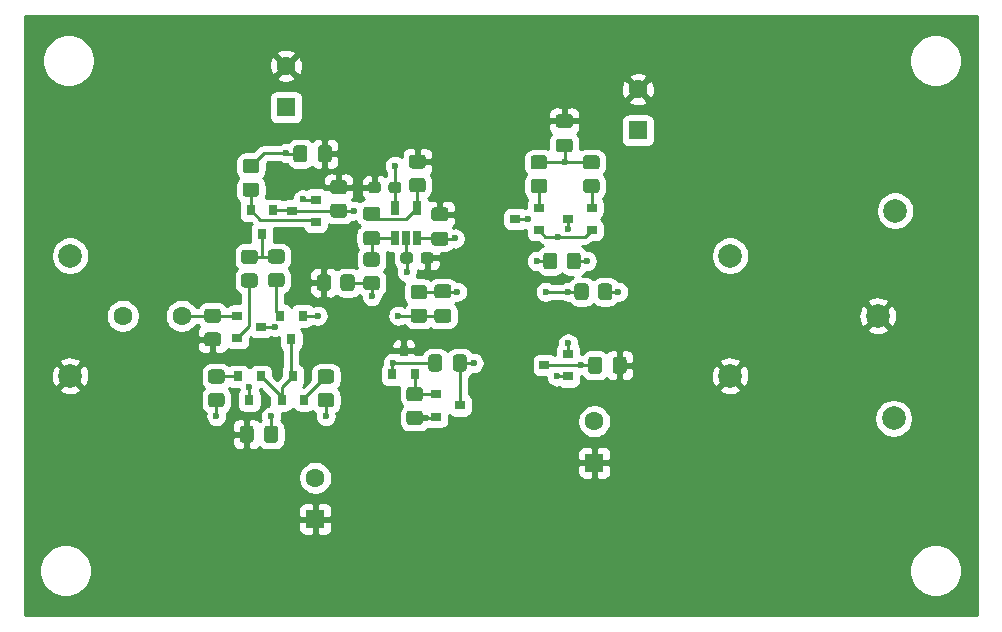
<source format=gbr>
G04 #@! TF.GenerationSoftware,KiCad,Pcbnew,(5.1.10-0-10_14)*
G04 #@! TF.CreationDate,2021-06-26T14:13:21+02:00*
G04 #@! TF.ProjectId,pre-amp-discret,7072652d-616d-4702-9d64-697363726574,rev?*
G04 #@! TF.SameCoordinates,Original*
G04 #@! TF.FileFunction,Copper,L1,Top*
G04 #@! TF.FilePolarity,Positive*
%FSLAX46Y46*%
G04 Gerber Fmt 4.6, Leading zero omitted, Abs format (unit mm)*
G04 Created by KiCad (PCBNEW (5.1.10-0-10_14)) date 2021-06-26 14:13:21*
%MOMM*%
%LPD*%
G01*
G04 APERTURE LIST*
G04 #@! TA.AperFunction,SMDPad,CuDef*
%ADD10R,0.800000X0.900000*%
G04 #@! TD*
G04 #@! TA.AperFunction,SMDPad,CuDef*
%ADD11R,0.900000X0.800000*%
G04 #@! TD*
G04 #@! TA.AperFunction,ComponentPad*
%ADD12C,1.600000*%
G04 #@! TD*
G04 #@! TA.AperFunction,ComponentPad*
%ADD13R,1.600000X1.600000*%
G04 #@! TD*
G04 #@! TA.AperFunction,SMDPad,CuDef*
%ADD14R,0.650000X1.220000*%
G04 #@! TD*
G04 #@! TA.AperFunction,ComponentPad*
%ADD15C,2.000000*%
G04 #@! TD*
G04 #@! TA.AperFunction,ViaPad*
%ADD16C,0.600000*%
G04 #@! TD*
G04 #@! TA.AperFunction,Conductor*
%ADD17C,0.250000*%
G04 #@! TD*
G04 #@! TA.AperFunction,Conductor*
%ADD18C,0.254000*%
G04 #@! TD*
G04 #@! TA.AperFunction,Conductor*
%ADD19C,0.100000*%
G04 #@! TD*
G04 APERTURE END LIST*
G04 #@! TA.AperFunction,SMDPad,CuDef*
G36*
G01*
X172302500Y-126586000D02*
X172302500Y-125636000D01*
G75*
G02*
X172552500Y-125386000I250000J0D01*
G01*
X173227500Y-125386000D01*
G75*
G02*
X173477500Y-125636000I0J-250000D01*
G01*
X173477500Y-126586000D01*
G75*
G02*
X173227500Y-126836000I-250000J0D01*
G01*
X172552500Y-126836000D01*
G75*
G02*
X172302500Y-126586000I0J250000D01*
G01*
G37*
G04 #@! TD.AperFunction*
G04 #@! TA.AperFunction,SMDPad,CuDef*
G36*
G01*
X170227500Y-126586000D02*
X170227500Y-125636000D01*
G75*
G02*
X170477500Y-125386000I250000J0D01*
G01*
X171152500Y-125386000D01*
G75*
G02*
X171402500Y-125636000I0J-250000D01*
G01*
X171402500Y-126586000D01*
G75*
G02*
X171152500Y-126836000I-250000J0D01*
G01*
X170477500Y-126836000D01*
G75*
G02*
X170227500Y-126586000I0J250000D01*
G01*
G37*
G04 #@! TD.AperFunction*
G04 #@! TA.AperFunction,SMDPad,CuDef*
G36*
G01*
X167736500Y-106918000D02*
X168686500Y-106918000D01*
G75*
G02*
X168936500Y-107168000I0J-250000D01*
G01*
X168936500Y-107843000D01*
G75*
G02*
X168686500Y-108093000I-250000J0D01*
G01*
X167736500Y-108093000D01*
G75*
G02*
X167486500Y-107843000I0J250000D01*
G01*
X167486500Y-107168000D01*
G75*
G02*
X167736500Y-106918000I250000J0D01*
G01*
G37*
G04 #@! TD.AperFunction*
G04 #@! TA.AperFunction,SMDPad,CuDef*
G36*
G01*
X167736500Y-104843000D02*
X168686500Y-104843000D01*
G75*
G02*
X168936500Y-105093000I0J-250000D01*
G01*
X168936500Y-105768000D01*
G75*
G02*
X168686500Y-106018000I-250000J0D01*
G01*
X167736500Y-106018000D01*
G75*
G02*
X167486500Y-105768000I0J250000D01*
G01*
X167486500Y-105093000D01*
G75*
G02*
X167736500Y-104843000I250000J0D01*
G01*
G37*
G04 #@! TD.AperFunction*
G04 #@! TA.AperFunction,SMDPad,CuDef*
G36*
G01*
X141895500Y-131478000D02*
X141895500Y-132428000D01*
G75*
G02*
X141645500Y-132678000I-250000J0D01*
G01*
X140970500Y-132678000D01*
G75*
G02*
X140720500Y-132428000I0J250000D01*
G01*
X140720500Y-131478000D01*
G75*
G02*
X140970500Y-131228000I250000J0D01*
G01*
X141645500Y-131228000D01*
G75*
G02*
X141895500Y-131478000I0J-250000D01*
G01*
G37*
G04 #@! TD.AperFunction*
G04 #@! TA.AperFunction,SMDPad,CuDef*
G36*
G01*
X143970500Y-131478000D02*
X143970500Y-132428000D01*
G75*
G02*
X143720500Y-132678000I-250000J0D01*
G01*
X143045500Y-132678000D01*
G75*
G02*
X142795500Y-132428000I0J250000D01*
G01*
X142795500Y-131478000D01*
G75*
G02*
X143045500Y-131228000I250000J0D01*
G01*
X143720500Y-131228000D01*
G75*
G02*
X143970500Y-131478000I0J-250000D01*
G01*
G37*
G04 #@! TD.AperFunction*
G04 #@! TA.AperFunction,SMDPad,CuDef*
G36*
G01*
X146447000Y-107729000D02*
X146447000Y-108679000D01*
G75*
G02*
X146197000Y-108929000I-250000J0D01*
G01*
X145522000Y-108929000D01*
G75*
G02*
X145272000Y-108679000I0J250000D01*
G01*
X145272000Y-107729000D01*
G75*
G02*
X145522000Y-107479000I250000J0D01*
G01*
X146197000Y-107479000D01*
G75*
G02*
X146447000Y-107729000I0J-250000D01*
G01*
G37*
G04 #@! TD.AperFunction*
G04 #@! TA.AperFunction,SMDPad,CuDef*
G36*
G01*
X148522000Y-107729000D02*
X148522000Y-108679000D01*
G75*
G02*
X148272000Y-108929000I-250000J0D01*
G01*
X147597000Y-108929000D01*
G75*
G02*
X147347000Y-108679000I0J250000D01*
G01*
X147347000Y-107729000D01*
G75*
G02*
X147597000Y-107479000I250000J0D01*
G01*
X148272000Y-107479000D01*
G75*
G02*
X148522000Y-107729000I0J-250000D01*
G01*
G37*
G04 #@! TD.AperFunction*
D10*
X145095000Y-123920000D03*
X144145000Y-121920000D03*
X146045000Y-121920000D03*
X145222000Y-127032000D03*
X146172000Y-129032000D03*
X144272000Y-129032000D03*
X141544000Y-129063500D03*
X140594000Y-127063500D03*
X142494000Y-127063500D03*
D11*
X142525500Y-122870000D03*
X140525500Y-123820000D03*
X140525500Y-121920000D03*
D12*
X170751500Y-130866000D03*
D13*
X170751500Y-134366000D03*
D14*
X153863000Y-112759500D03*
X155763000Y-112759500D03*
X155763000Y-115379500D03*
X154813000Y-115379500D03*
X153863000Y-115379500D03*
G04 #@! TA.AperFunction,SMDPad,CuDef*
G36*
G01*
X167621000Y-116834499D02*
X167621000Y-117734501D01*
G75*
G02*
X167371001Y-117984500I-249999J0D01*
G01*
X166670999Y-117984500D01*
G75*
G02*
X166421000Y-117734501I0J249999D01*
G01*
X166421000Y-116834499D01*
G75*
G02*
X166670999Y-116584500I249999J0D01*
G01*
X167371001Y-116584500D01*
G75*
G02*
X167621000Y-116834499I0J-249999D01*
G01*
G37*
G04 #@! TD.AperFunction*
G04 #@! TA.AperFunction,SMDPad,CuDef*
G36*
G01*
X169621000Y-116834499D02*
X169621000Y-117734501D01*
G75*
G02*
X169371001Y-117984500I-249999J0D01*
G01*
X168670999Y-117984500D01*
G75*
G02*
X168421000Y-117734501I0J249999D01*
G01*
X168421000Y-116834499D01*
G75*
G02*
X168670999Y-116584500I249999J0D01*
G01*
X169371001Y-116584500D01*
G75*
G02*
X169621000Y-116834499I0J-249999D01*
G01*
G37*
G04 #@! TD.AperFunction*
G04 #@! TA.AperFunction,SMDPad,CuDef*
G36*
G01*
X156215501Y-109471000D02*
X155315499Y-109471000D01*
G75*
G02*
X155065500Y-109221001I0J249999D01*
G01*
X155065500Y-108520999D01*
G75*
G02*
X155315499Y-108271000I249999J0D01*
G01*
X156215501Y-108271000D01*
G75*
G02*
X156465500Y-108520999I0J-249999D01*
G01*
X156465500Y-109221001D01*
G75*
G02*
X156215501Y-109471000I-249999J0D01*
G01*
G37*
G04 #@! TD.AperFunction*
G04 #@! TA.AperFunction,SMDPad,CuDef*
G36*
G01*
X156215501Y-111471000D02*
X155315499Y-111471000D01*
G75*
G02*
X155065500Y-111221001I0J249999D01*
G01*
X155065500Y-110520999D01*
G75*
G02*
X155315499Y-110271000I249999J0D01*
G01*
X156215501Y-110271000D01*
G75*
G02*
X156465500Y-110520999I0J-249999D01*
G01*
X156465500Y-111221001D01*
G75*
G02*
X156215501Y-111471000I-249999J0D01*
G01*
G37*
G04 #@! TD.AperFunction*
G04 #@! TA.AperFunction,SMDPad,CuDef*
G36*
G01*
X151441999Y-118557500D02*
X152342001Y-118557500D01*
G75*
G02*
X152592000Y-118807499I0J-249999D01*
G01*
X152592000Y-119507501D01*
G75*
G02*
X152342001Y-119757500I-249999J0D01*
G01*
X151441999Y-119757500D01*
G75*
G02*
X151192000Y-119507501I0J249999D01*
G01*
X151192000Y-118807499D01*
G75*
G02*
X151441999Y-118557500I249999J0D01*
G01*
G37*
G04 #@! TD.AperFunction*
G04 #@! TA.AperFunction,SMDPad,CuDef*
G36*
G01*
X151441999Y-116557500D02*
X152342001Y-116557500D01*
G75*
G02*
X152592000Y-116807499I0J-249999D01*
G01*
X152592000Y-117507501D01*
G75*
G02*
X152342001Y-117757500I-249999J0D01*
G01*
X151441999Y-117757500D01*
G75*
G02*
X151192000Y-117507501I0J249999D01*
G01*
X151192000Y-116807499D01*
G75*
G02*
X151441999Y-116557500I249999J0D01*
G01*
G37*
G04 #@! TD.AperFunction*
G04 #@! TA.AperFunction,SMDPad,CuDef*
G36*
G01*
X149548001Y-111630000D02*
X148647999Y-111630000D01*
G75*
G02*
X148398000Y-111380001I0J249999D01*
G01*
X148398000Y-110679999D01*
G75*
G02*
X148647999Y-110430000I249999J0D01*
G01*
X149548001Y-110430000D01*
G75*
G02*
X149798000Y-110679999I0J-249999D01*
G01*
X149798000Y-111380001D01*
G75*
G02*
X149548001Y-111630000I-249999J0D01*
G01*
G37*
G04 #@! TD.AperFunction*
G04 #@! TA.AperFunction,SMDPad,CuDef*
G36*
G01*
X149548001Y-113630000D02*
X148647999Y-113630000D01*
G75*
G02*
X148398000Y-113380001I0J249999D01*
G01*
X148398000Y-112679999D01*
G75*
G02*
X148647999Y-112430000I249999J0D01*
G01*
X149548001Y-112430000D01*
G75*
G02*
X149798000Y-112679999I0J-249999D01*
G01*
X149798000Y-113380001D01*
G75*
G02*
X149548001Y-113630000I-249999J0D01*
G01*
G37*
G04 #@! TD.AperFunction*
G04 #@! TA.AperFunction,SMDPad,CuDef*
G36*
G01*
X141218499Y-110652000D02*
X142118501Y-110652000D01*
G75*
G02*
X142368500Y-110901999I0J-249999D01*
G01*
X142368500Y-111602001D01*
G75*
G02*
X142118501Y-111852000I-249999J0D01*
G01*
X141218499Y-111852000D01*
G75*
G02*
X140968500Y-111602001I0J249999D01*
G01*
X140968500Y-110901999D01*
G75*
G02*
X141218499Y-110652000I249999J0D01*
G01*
G37*
G04 #@! TD.AperFunction*
G04 #@! TA.AperFunction,SMDPad,CuDef*
G36*
G01*
X141218499Y-108652000D02*
X142118501Y-108652000D01*
G75*
G02*
X142368500Y-108901999I0J-249999D01*
G01*
X142368500Y-109602001D01*
G75*
G02*
X142118501Y-109852000I-249999J0D01*
G01*
X141218499Y-109852000D01*
G75*
G02*
X140968500Y-109602001I0J249999D01*
G01*
X140968500Y-108901999D01*
G75*
G02*
X141218499Y-108652000I249999J0D01*
G01*
G37*
G04 #@! TD.AperFunction*
D11*
X145161000Y-113030000D03*
X147161000Y-112080000D03*
X147161000Y-113980000D03*
D10*
X142621000Y-114998500D03*
X141671000Y-112998500D03*
X143571000Y-112998500D03*
D15*
X194754500Y-121920000D03*
X196215000Y-113030000D03*
X196088000Y-130619500D03*
D12*
X174434500Y-102735500D03*
D13*
X174434500Y-106235500D03*
G04 #@! TA.AperFunction,SMDPad,CuDef*
G36*
G01*
X157195500Y-114813500D02*
X158145500Y-114813500D01*
G75*
G02*
X158395500Y-115063500I0J-250000D01*
G01*
X158395500Y-115738500D01*
G75*
G02*
X158145500Y-115988500I-250000J0D01*
G01*
X157195500Y-115988500D01*
G75*
G02*
X156945500Y-115738500I0J250000D01*
G01*
X156945500Y-115063500D01*
G75*
G02*
X157195500Y-114813500I250000J0D01*
G01*
G37*
G04 #@! TD.AperFunction*
G04 #@! TA.AperFunction,SMDPad,CuDef*
G36*
G01*
X157195500Y-112738500D02*
X158145500Y-112738500D01*
G75*
G02*
X158395500Y-112988500I0J-250000D01*
G01*
X158395500Y-113663500D01*
G75*
G02*
X158145500Y-113913500I-250000J0D01*
G01*
X157195500Y-113913500D01*
G75*
G02*
X156945500Y-113663500I0J250000D01*
G01*
X156945500Y-112988500D01*
G75*
G02*
X157195500Y-112738500I250000J0D01*
G01*
G37*
G04 #@! TD.AperFunction*
G04 #@! TA.AperFunction,SMDPad,CuDef*
G36*
G01*
X155403500Y-116793000D02*
X155403500Y-117268000D01*
G75*
G02*
X155166000Y-117505500I-237500J0D01*
G01*
X154566000Y-117505500D01*
G75*
G02*
X154328500Y-117268000I0J237500D01*
G01*
X154328500Y-116793000D01*
G75*
G02*
X154566000Y-116555500I237500J0D01*
G01*
X155166000Y-116555500D01*
G75*
G02*
X155403500Y-116793000I0J-237500D01*
G01*
G37*
G04 #@! TD.AperFunction*
G04 #@! TA.AperFunction,SMDPad,CuDef*
G36*
G01*
X157128500Y-116793000D02*
X157128500Y-117268000D01*
G75*
G02*
X156891000Y-117505500I-237500J0D01*
G01*
X156291000Y-117505500D01*
G75*
G02*
X156053500Y-117268000I0J237500D01*
G01*
X156053500Y-116793000D01*
G75*
G02*
X156291000Y-116555500I237500J0D01*
G01*
X156891000Y-116555500D01*
G75*
G02*
X157128500Y-116793000I0J-237500D01*
G01*
G37*
G04 #@! TD.AperFunction*
G04 #@! TA.AperFunction,SMDPad,CuDef*
G36*
G01*
X153323000Y-111299000D02*
X153323000Y-110824000D01*
G75*
G02*
X153560500Y-110586500I237500J0D01*
G01*
X154160500Y-110586500D01*
G75*
G02*
X154398000Y-110824000I0J-237500D01*
G01*
X154398000Y-111299000D01*
G75*
G02*
X154160500Y-111536500I-237500J0D01*
G01*
X153560500Y-111536500D01*
G75*
G02*
X153323000Y-111299000I0J237500D01*
G01*
G37*
G04 #@! TD.AperFunction*
G04 #@! TA.AperFunction,SMDPad,CuDef*
G36*
G01*
X151598000Y-111299000D02*
X151598000Y-110824000D01*
G75*
G02*
X151835500Y-110586500I237500J0D01*
G01*
X152435500Y-110586500D01*
G75*
G02*
X152673000Y-110824000I0J-237500D01*
G01*
X152673000Y-111299000D01*
G75*
G02*
X152435500Y-111536500I-237500J0D01*
G01*
X151835500Y-111536500D01*
G75*
G02*
X151598000Y-111299000I0J237500D01*
G01*
G37*
G04 #@! TD.AperFunction*
G04 #@! TA.AperFunction,SMDPad,CuDef*
G36*
G01*
X152367000Y-113871500D02*
X151417000Y-113871500D01*
G75*
G02*
X151167000Y-113621500I0J250000D01*
G01*
X151167000Y-112946500D01*
G75*
G02*
X151417000Y-112696500I250000J0D01*
G01*
X152367000Y-112696500D01*
G75*
G02*
X152617000Y-112946500I0J-250000D01*
G01*
X152617000Y-113621500D01*
G75*
G02*
X152367000Y-113871500I-250000J0D01*
G01*
G37*
G04 #@! TD.AperFunction*
G04 #@! TA.AperFunction,SMDPad,CuDef*
G36*
G01*
X152367000Y-115946500D02*
X151417000Y-115946500D01*
G75*
G02*
X151167000Y-115696500I0J250000D01*
G01*
X151167000Y-115021500D01*
G75*
G02*
X151417000Y-114771500I250000J0D01*
G01*
X152367000Y-114771500D01*
G75*
G02*
X152617000Y-115021500I0J-250000D01*
G01*
X152617000Y-115696500D01*
G75*
G02*
X152367000Y-115946500I-250000J0D01*
G01*
G37*
G04 #@! TD.AperFunction*
D12*
X147129500Y-135636000D03*
D13*
X147129500Y-139136000D03*
D12*
X144653000Y-100767000D03*
D13*
X144653000Y-104267000D03*
D15*
X182245000Y-127000000D03*
X182245000Y-116840000D03*
X126365000Y-127000000D03*
X126365000Y-116840000D03*
D11*
X166529000Y-126108500D03*
X168529000Y-125158500D03*
X168529000Y-127058500D03*
G04 #@! TA.AperFunction,SMDPad,CuDef*
G36*
G01*
X157877000Y-125445500D02*
X157877000Y-126395500D01*
G75*
G02*
X157627000Y-126645500I-250000J0D01*
G01*
X156952000Y-126645500D01*
G75*
G02*
X156702000Y-126395500I0J250000D01*
G01*
X156702000Y-125445500D01*
G75*
G02*
X156952000Y-125195500I250000J0D01*
G01*
X157627000Y-125195500D01*
G75*
G02*
X157877000Y-125445500I0J-250000D01*
G01*
G37*
G04 #@! TD.AperFunction*
G04 #@! TA.AperFunction,SMDPad,CuDef*
G36*
G01*
X159952000Y-125445500D02*
X159952000Y-126395500D01*
G75*
G02*
X159702000Y-126645500I-250000J0D01*
G01*
X159027000Y-126645500D01*
G75*
G02*
X158777000Y-126395500I0J250000D01*
G01*
X158777000Y-125445500D01*
G75*
G02*
X159027000Y-125195500I250000J0D01*
G01*
X159702000Y-125195500D01*
G75*
G02*
X159952000Y-125445500I0J-250000D01*
G01*
G37*
G04 #@! TD.AperFunction*
G04 #@! TA.AperFunction,SMDPad,CuDef*
G36*
G01*
X157449500Y-121345200D02*
X158399500Y-121345200D01*
G75*
G02*
X158649500Y-121595200I0J-250000D01*
G01*
X158649500Y-122270200D01*
G75*
G02*
X158399500Y-122520200I-250000J0D01*
G01*
X157449500Y-122520200D01*
G75*
G02*
X157199500Y-122270200I0J250000D01*
G01*
X157199500Y-121595200D01*
G75*
G02*
X157449500Y-121345200I250000J0D01*
G01*
G37*
G04 #@! TD.AperFunction*
G04 #@! TA.AperFunction,SMDPad,CuDef*
G36*
G01*
X157449500Y-119270200D02*
X158399500Y-119270200D01*
G75*
G02*
X158649500Y-119520200I0J-250000D01*
G01*
X158649500Y-120195200D01*
G75*
G02*
X158399500Y-120445200I-250000J0D01*
G01*
X157449500Y-120445200D01*
G75*
G02*
X157199500Y-120195200I0J250000D01*
G01*
X157199500Y-119520200D01*
G75*
G02*
X157449500Y-119270200I250000J0D01*
G01*
G37*
G04 #@! TD.AperFunction*
X170529000Y-114678500D03*
X170529000Y-112778500D03*
X168529000Y-113728500D03*
G04 #@! TA.AperFunction,SMDPad,CuDef*
G36*
G01*
X137979999Y-123320000D02*
X138880001Y-123320000D01*
G75*
G02*
X139130000Y-123569999I0J-249999D01*
G01*
X139130000Y-124270001D01*
G75*
G02*
X138880001Y-124520000I-249999J0D01*
G01*
X137979999Y-124520000D01*
G75*
G02*
X137730000Y-124270001I0J249999D01*
G01*
X137730000Y-123569999D01*
G75*
G02*
X137979999Y-123320000I249999J0D01*
G01*
G37*
G04 #@! TD.AperFunction*
G04 #@! TA.AperFunction,SMDPad,CuDef*
G36*
G01*
X137979999Y-121320000D02*
X138880001Y-121320000D01*
G75*
G02*
X139130000Y-121569999I0J-249999D01*
G01*
X139130000Y-122270001D01*
G75*
G02*
X138880001Y-122520000I-249999J0D01*
G01*
X137979999Y-122520000D01*
G75*
G02*
X137730000Y-122270001I0J249999D01*
G01*
X137730000Y-121569999D01*
G75*
G02*
X137979999Y-121320000I249999J0D01*
G01*
G37*
G04 #@! TD.AperFunction*
G04 #@! TA.AperFunction,SMDPad,CuDef*
G36*
G01*
X170272000Y-119437999D02*
X170272000Y-120338001D01*
G75*
G02*
X170022001Y-120588000I-249999J0D01*
G01*
X169321999Y-120588000D01*
G75*
G02*
X169072000Y-120338001I0J249999D01*
G01*
X169072000Y-119437999D01*
G75*
G02*
X169321999Y-119188000I249999J0D01*
G01*
X170022001Y-119188000D01*
G75*
G02*
X170272000Y-119437999I0J-249999D01*
G01*
G37*
G04 #@! TD.AperFunction*
G04 #@! TA.AperFunction,SMDPad,CuDef*
G36*
G01*
X172272000Y-119437999D02*
X172272000Y-120338001D01*
G75*
G02*
X172022001Y-120588000I-249999J0D01*
G01*
X171321999Y-120588000D01*
G75*
G02*
X171072000Y-120338001I0J249999D01*
G01*
X171072000Y-119437999D01*
G75*
G02*
X171321999Y-119188000I249999J0D01*
G01*
X172022001Y-119188000D01*
G75*
G02*
X172272000Y-119437999I0J-249999D01*
G01*
G37*
G04 #@! TD.AperFunction*
G04 #@! TA.AperFunction,SMDPad,CuDef*
G36*
G01*
X170047499Y-110334500D02*
X170947501Y-110334500D01*
G75*
G02*
X171197500Y-110584499I0J-249999D01*
G01*
X171197500Y-111284501D01*
G75*
G02*
X170947501Y-111534500I-249999J0D01*
G01*
X170047499Y-111534500D01*
G75*
G02*
X169797500Y-111284501I0J249999D01*
G01*
X169797500Y-110584499D01*
G75*
G02*
X170047499Y-110334500I249999J0D01*
G01*
G37*
G04 #@! TD.AperFunction*
G04 #@! TA.AperFunction,SMDPad,CuDef*
G36*
G01*
X170047499Y-108334500D02*
X170947501Y-108334500D01*
G75*
G02*
X171197500Y-108584499I0J-249999D01*
G01*
X171197500Y-109284501D01*
G75*
G02*
X170947501Y-109534500I-249999J0D01*
G01*
X170047499Y-109534500D01*
G75*
G02*
X169797500Y-109284501I0J249999D01*
G01*
X169797500Y-108584499D01*
G75*
G02*
X170047499Y-108334500I249999J0D01*
G01*
G37*
G04 #@! TD.AperFunction*
G04 #@! TA.AperFunction,SMDPad,CuDef*
G36*
G01*
X165602499Y-110334500D02*
X166502501Y-110334500D01*
G75*
G02*
X166752500Y-110584499I0J-249999D01*
G01*
X166752500Y-111284501D01*
G75*
G02*
X166502501Y-111534500I-249999J0D01*
G01*
X165602499Y-111534500D01*
G75*
G02*
X165352500Y-111284501I0J249999D01*
G01*
X165352500Y-110584499D01*
G75*
G02*
X165602499Y-110334500I249999J0D01*
G01*
G37*
G04 #@! TD.AperFunction*
G04 #@! TA.AperFunction,SMDPad,CuDef*
G36*
G01*
X165602499Y-108334500D02*
X166502501Y-108334500D01*
G75*
G02*
X166752500Y-108584499I0J-249999D01*
G01*
X166752500Y-109284501D01*
G75*
G02*
X166502501Y-109534500I-249999J0D01*
G01*
X165602499Y-109534500D01*
G75*
G02*
X165352500Y-109284501I0J249999D01*
G01*
X165352500Y-108584499D01*
G75*
G02*
X165602499Y-108334500I249999J0D01*
G01*
G37*
G04 #@! TD.AperFunction*
G04 #@! TA.AperFunction,SMDPad,CuDef*
G36*
G01*
X155086899Y-129962100D02*
X155986901Y-129962100D01*
G75*
G02*
X156236900Y-130212099I0J-249999D01*
G01*
X156236900Y-130912101D01*
G75*
G02*
X155986901Y-131162100I-249999J0D01*
G01*
X155086899Y-131162100D01*
G75*
G02*
X154836900Y-130912101I0J249999D01*
G01*
X154836900Y-130212099D01*
G75*
G02*
X155086899Y-129962100I249999J0D01*
G01*
G37*
G04 #@! TD.AperFunction*
G04 #@! TA.AperFunction,SMDPad,CuDef*
G36*
G01*
X155086899Y-127962100D02*
X155986901Y-127962100D01*
G75*
G02*
X156236900Y-128212099I0J-249999D01*
G01*
X156236900Y-128912101D01*
G75*
G02*
X155986901Y-129162100I-249999J0D01*
G01*
X155086899Y-129162100D01*
G75*
G02*
X154836900Y-128912101I0J249999D01*
G01*
X154836900Y-128212099D01*
G75*
G02*
X155086899Y-127962100I249999J0D01*
G01*
G37*
G04 #@! TD.AperFunction*
G04 #@! TA.AperFunction,SMDPad,CuDef*
G36*
G01*
X155442499Y-121320000D02*
X156342501Y-121320000D01*
G75*
G02*
X156592500Y-121569999I0J-249999D01*
G01*
X156592500Y-122270001D01*
G75*
G02*
X156342501Y-122520000I-249999J0D01*
G01*
X155442499Y-122520000D01*
G75*
G02*
X155192500Y-122270001I0J249999D01*
G01*
X155192500Y-121569999D01*
G75*
G02*
X155442499Y-121320000I249999J0D01*
G01*
G37*
G04 #@! TD.AperFunction*
G04 #@! TA.AperFunction,SMDPad,CuDef*
G36*
G01*
X155442499Y-119320000D02*
X156342501Y-119320000D01*
G75*
G02*
X156592500Y-119569999I0J-249999D01*
G01*
X156592500Y-120270001D01*
G75*
G02*
X156342501Y-120520000I-249999J0D01*
G01*
X155442499Y-120520000D01*
G75*
G02*
X155192500Y-120270001I0J249999D01*
G01*
X155192500Y-119569999D01*
G75*
G02*
X155442499Y-119320000I249999J0D01*
G01*
G37*
G04 #@! TD.AperFunction*
G04 #@! TA.AperFunction,SMDPad,CuDef*
G36*
G01*
X148460000Y-118675999D02*
X148460000Y-119576001D01*
G75*
G02*
X148210001Y-119826000I-249999J0D01*
G01*
X147509999Y-119826000D01*
G75*
G02*
X147260000Y-119576001I0J249999D01*
G01*
X147260000Y-118675999D01*
G75*
G02*
X147509999Y-118426000I249999J0D01*
G01*
X148210001Y-118426000D01*
G75*
G02*
X148460000Y-118675999I0J-249999D01*
G01*
G37*
G04 #@! TD.AperFunction*
G04 #@! TA.AperFunction,SMDPad,CuDef*
G36*
G01*
X150460000Y-118675999D02*
X150460000Y-119576001D01*
G75*
G02*
X150210001Y-119826000I-249999J0D01*
G01*
X149509999Y-119826000D01*
G75*
G02*
X149260000Y-119576001I0J249999D01*
G01*
X149260000Y-118675999D01*
G75*
G02*
X149509999Y-118426000I249999J0D01*
G01*
X150210001Y-118426000D01*
G75*
G02*
X150460000Y-118675999I0J-249999D01*
G01*
G37*
G04 #@! TD.AperFunction*
G04 #@! TA.AperFunction,SMDPad,CuDef*
G36*
G01*
X147568499Y-128463500D02*
X148468501Y-128463500D01*
G75*
G02*
X148718500Y-128713499I0J-249999D01*
G01*
X148718500Y-129413501D01*
G75*
G02*
X148468501Y-129663500I-249999J0D01*
G01*
X147568499Y-129663500D01*
G75*
G02*
X147318500Y-129413501I0J249999D01*
G01*
X147318500Y-128713499D01*
G75*
G02*
X147568499Y-128463500I249999J0D01*
G01*
G37*
G04 #@! TD.AperFunction*
G04 #@! TA.AperFunction,SMDPad,CuDef*
G36*
G01*
X147568499Y-126463500D02*
X148468501Y-126463500D01*
G75*
G02*
X148718500Y-126713499I0J-249999D01*
G01*
X148718500Y-127413501D01*
G75*
G02*
X148468501Y-127663500I-249999J0D01*
G01*
X147568499Y-127663500D01*
G75*
G02*
X147318500Y-127413501I0J249999D01*
G01*
X147318500Y-126713499D01*
G75*
G02*
X147568499Y-126463500I249999J0D01*
G01*
G37*
G04 #@! TD.AperFunction*
G04 #@! TA.AperFunction,SMDPad,CuDef*
G36*
G01*
X143377499Y-118303500D02*
X144277501Y-118303500D01*
G75*
G02*
X144527500Y-118553499I0J-249999D01*
G01*
X144527500Y-119253501D01*
G75*
G02*
X144277501Y-119503500I-249999J0D01*
G01*
X143377499Y-119503500D01*
G75*
G02*
X143127500Y-119253501I0J249999D01*
G01*
X143127500Y-118553499D01*
G75*
G02*
X143377499Y-118303500I249999J0D01*
G01*
G37*
G04 #@! TD.AperFunction*
G04 #@! TA.AperFunction,SMDPad,CuDef*
G36*
G01*
X143377499Y-116303500D02*
X144277501Y-116303500D01*
G75*
G02*
X144527500Y-116553499I0J-249999D01*
G01*
X144527500Y-117253501D01*
G75*
G02*
X144277501Y-117503500I-249999J0D01*
G01*
X143377499Y-117503500D01*
G75*
G02*
X143127500Y-117253501I0J249999D01*
G01*
X143127500Y-116553499D01*
G75*
G02*
X143377499Y-116303500I249999J0D01*
G01*
G37*
G04 #@! TD.AperFunction*
G04 #@! TA.AperFunction,SMDPad,CuDef*
G36*
G01*
X138297499Y-128463500D02*
X139197501Y-128463500D01*
G75*
G02*
X139447500Y-128713499I0J-249999D01*
G01*
X139447500Y-129413501D01*
G75*
G02*
X139197501Y-129663500I-249999J0D01*
G01*
X138297499Y-129663500D01*
G75*
G02*
X138047500Y-129413501I0J249999D01*
G01*
X138047500Y-128713499D01*
G75*
G02*
X138297499Y-128463500I249999J0D01*
G01*
G37*
G04 #@! TD.AperFunction*
G04 #@! TA.AperFunction,SMDPad,CuDef*
G36*
G01*
X138297499Y-126463500D02*
X139197501Y-126463500D01*
G75*
G02*
X139447500Y-126713499I0J-249999D01*
G01*
X139447500Y-127413501D01*
G75*
G02*
X139197501Y-127663500I-249999J0D01*
G01*
X138297499Y-127663500D01*
G75*
G02*
X138047500Y-127413501I0J249999D01*
G01*
X138047500Y-126713499D01*
G75*
G02*
X138297499Y-126463500I249999J0D01*
G01*
G37*
G04 #@! TD.AperFunction*
G04 #@! TA.AperFunction,SMDPad,CuDef*
G36*
G01*
X141091499Y-118335500D02*
X141991501Y-118335500D01*
G75*
G02*
X142241500Y-118585499I0J-249999D01*
G01*
X142241500Y-119285501D01*
G75*
G02*
X141991501Y-119535500I-249999J0D01*
G01*
X141091499Y-119535500D01*
G75*
G02*
X140841500Y-119285501I0J249999D01*
G01*
X140841500Y-118585499D01*
G75*
G02*
X141091499Y-118335500I249999J0D01*
G01*
G37*
G04 #@! TD.AperFunction*
G04 #@! TA.AperFunction,SMDPad,CuDef*
G36*
G01*
X141091499Y-116335500D02*
X141991501Y-116335500D01*
G75*
G02*
X142241500Y-116585499I0J-249999D01*
G01*
X142241500Y-117285501D01*
G75*
G02*
X141991501Y-117535500I-249999J0D01*
G01*
X141091499Y-117535500D01*
G75*
G02*
X140841500Y-117285501I0J249999D01*
G01*
X140841500Y-116585499D01*
G75*
G02*
X141091499Y-116335500I249999J0D01*
G01*
G37*
G04 #@! TD.AperFunction*
X159365700Y-129512100D03*
X157365700Y-130462100D03*
X157365700Y-128562100D03*
X164052500Y-113731000D03*
X166052500Y-112781000D03*
X166052500Y-114681000D03*
D10*
X154607300Y-124885700D03*
X155557300Y-126885700D03*
X153657300Y-126885700D03*
D12*
X130810000Y-121920000D03*
X135810000Y-121920000D03*
D16*
X146050000Y-112077500D03*
X153860500Y-109220000D03*
X168243500Y-108934500D03*
X144653000Y-108140500D03*
X156521400Y-130562100D03*
X154876500Y-118237000D03*
X169611000Y-126108500D03*
X148018500Y-130429000D03*
X138747500Y-130429000D03*
X143383000Y-130429000D03*
X153670000Y-125920500D03*
X143700500Y-122872500D03*
X141541500Y-127952500D03*
X167576500Y-127063500D03*
X160528000Y-125920500D03*
X165163500Y-113728500D03*
X158940500Y-115379500D03*
X165862000Y-117284500D03*
X151892000Y-120269000D03*
X154151500Y-121920000D03*
X147320000Y-121920000D03*
X168529000Y-114617500D03*
X168529000Y-124269500D03*
X168529000Y-119888000D03*
X166624000Y-119888000D03*
X159131000Y-119888000D03*
X172783500Y-119888000D03*
X170116500Y-117284500D03*
X167649999Y-115242501D03*
X150368000Y-113030000D03*
D17*
X146052500Y-112080000D02*
X146050000Y-112077500D01*
X147161000Y-112080000D02*
X146052500Y-112080000D01*
X153863000Y-111064000D02*
X153860500Y-111061500D01*
X153863000Y-112759500D02*
X153863000Y-111064000D01*
X153860500Y-111061500D02*
X153860500Y-109220000D01*
X166052500Y-108934500D02*
X168243500Y-108934500D01*
X168243500Y-108934500D02*
X170497500Y-108934500D01*
X168243500Y-107537500D02*
X168211500Y-107505500D01*
X168243500Y-108934500D02*
X168243500Y-107537500D01*
X141700000Y-109283500D02*
X141668500Y-109252000D01*
X144716500Y-108204000D02*
X144653000Y-108140500D01*
X145859500Y-108204000D02*
X144716500Y-108204000D01*
X142780000Y-108140500D02*
X141668500Y-109252000D01*
X144653000Y-108140500D02*
X142780000Y-108140500D01*
X135810000Y-121920000D02*
X138430000Y-121920000D01*
X140525500Y-121920000D02*
X138430000Y-121920000D01*
X157265700Y-130562100D02*
X157365700Y-130462100D01*
X155536900Y-130562100D02*
X156521400Y-130562100D01*
X156521400Y-130562100D02*
X157265700Y-130562100D01*
X154813000Y-116977500D02*
X154866000Y-117030500D01*
X154813000Y-115379500D02*
X154813000Y-116977500D01*
X154866000Y-118226500D02*
X154876500Y-118237000D01*
X154866000Y-117030500D02*
X154866000Y-118226500D01*
X170812500Y-126108500D02*
X170815000Y-126111000D01*
X166529000Y-126108500D02*
X169611000Y-126108500D01*
X169611000Y-126108500D02*
X170812500Y-126108500D01*
X148018500Y-129063500D02*
X148018500Y-130429000D01*
X138747500Y-130429000D02*
X138747500Y-129063500D01*
X143319500Y-130492500D02*
X143383000Y-130429000D01*
X143383000Y-131953000D02*
X143383000Y-130429000D01*
X153657300Y-125933200D02*
X153670000Y-125920500D01*
X153657300Y-126885700D02*
X153657300Y-125933200D01*
X153670000Y-125920500D02*
X157289500Y-125920500D01*
X142528000Y-122872500D02*
X142525500Y-122870000D01*
X143700500Y-122872500D02*
X142528000Y-122872500D01*
X141544000Y-127955000D02*
X141541500Y-127952500D01*
X141544000Y-129063500D02*
X141544000Y-127955000D01*
X159365700Y-125921700D02*
X159364500Y-125920500D01*
X159365700Y-129512100D02*
X159365700Y-125921700D01*
X167581500Y-127058500D02*
X167576500Y-127063500D01*
X168529000Y-127058500D02*
X167581500Y-127058500D01*
X160528000Y-125920500D02*
X159364500Y-125920500D01*
X164055000Y-113728500D02*
X164052500Y-113731000D01*
X165163500Y-113728500D02*
X164055000Y-113728500D01*
X157649000Y-115379500D02*
X157670500Y-115401000D01*
X155763000Y-115379500D02*
X157649000Y-115379500D01*
X158919000Y-115401000D02*
X158940500Y-115379500D01*
X157670500Y-115401000D02*
X158919000Y-115401000D01*
X167021000Y-117284500D02*
X165862000Y-117284500D01*
X143795500Y-116935500D02*
X143827500Y-116903500D01*
X142621000Y-114998500D02*
X142621000Y-116840000D01*
X142621000Y-116840000D02*
X142525500Y-116935500D01*
X142525500Y-116935500D02*
X143795500Y-116935500D01*
X141541500Y-116935500D02*
X142525500Y-116935500D01*
X146954501Y-113773501D02*
X147161000Y-113980000D01*
X142446001Y-113773501D02*
X146954501Y-113773501D01*
X141671000Y-112998500D02*
X142446001Y-113773501D01*
X141671000Y-111254500D02*
X141668500Y-111252000D01*
X141671000Y-112998500D02*
X141671000Y-111254500D01*
X155536900Y-126906100D02*
X155557300Y-126885700D01*
X155536900Y-128562100D02*
X155536900Y-126906100D01*
X155536900Y-128562100D02*
X157365700Y-128562100D01*
X166052500Y-112781000D02*
X166052500Y-110934500D01*
X170529000Y-110966000D02*
X170497500Y-110934500D01*
X170529000Y-112778500D02*
X170529000Y-110966000D01*
X158308000Y-121981000D02*
X158356300Y-121932700D01*
X155905200Y-121932700D02*
X155892500Y-121920000D01*
X157924500Y-121932700D02*
X155905200Y-121932700D01*
X151892000Y-119157500D02*
X151892000Y-120269000D01*
X155892500Y-121920000D02*
X154151500Y-121920000D01*
X149891500Y-119157500D02*
X149860000Y-119126000D01*
X151892000Y-119157500D02*
X149891500Y-119157500D01*
X147320000Y-121920000D02*
X146045000Y-121920000D01*
X168529000Y-113728500D02*
X168529000Y-114617500D01*
X168529000Y-124269500D02*
X168529000Y-125158500D01*
X169672000Y-119888000D02*
X168529000Y-119888000D01*
X157862200Y-119920000D02*
X157924500Y-119857700D01*
X155892500Y-119920000D02*
X157862200Y-119920000D01*
X168529000Y-119888000D02*
X166624000Y-119888000D01*
X157954800Y-119888000D02*
X157924500Y-119857700D01*
X159131000Y-119888000D02*
X157954800Y-119888000D01*
X154827999Y-113694501D02*
X155763000Y-112759500D01*
X152302501Y-113694501D02*
X154827999Y-113694501D01*
X151892000Y-113284000D02*
X152302501Y-113694501D01*
X155763000Y-110873500D02*
X155765500Y-110871000D01*
X155763000Y-112759500D02*
X155763000Y-110873500D01*
X153842500Y-115359000D02*
X153863000Y-115379500D01*
X151892000Y-115359000D02*
X153842500Y-115359000D01*
X151892000Y-117157500D02*
X151892000Y-115359000D01*
X171672000Y-119888000D02*
X172783500Y-119888000D01*
X170116500Y-117284500D02*
X169021000Y-117284500D01*
X145129500Y-112998500D02*
X145161000Y-113030000D01*
X143571000Y-112998500D02*
X145129500Y-112998500D01*
X145161000Y-113030000D02*
X149098000Y-113030000D01*
X166614001Y-115242501D02*
X167649999Y-115242501D01*
X169964999Y-115242501D02*
X170529000Y-114678500D01*
X166052500Y-114681000D02*
X166614001Y-115242501D01*
X167649999Y-115242501D02*
X169964999Y-115242501D01*
X150368000Y-113030000D02*
X149098000Y-113030000D01*
X141541500Y-122804000D02*
X141541500Y-118935500D01*
X140525500Y-123820000D02*
X141541500Y-122804000D01*
X138747500Y-127063500D02*
X140594000Y-127063500D01*
X144272000Y-128841500D02*
X142494000Y-127063500D01*
X144272000Y-129032000D02*
X144272000Y-128841500D01*
X144272000Y-127982000D02*
X145222000Y-127032000D01*
X144272000Y-129032000D02*
X144272000Y-127982000D01*
X145095000Y-126905000D02*
X145222000Y-127032000D01*
X145095000Y-123920000D02*
X145095000Y-126905000D01*
X146172000Y-128910000D02*
X148018500Y-127063500D01*
X146172000Y-129032000D02*
X146172000Y-128910000D01*
X143859000Y-118872000D02*
X143827500Y-118903500D01*
X143827500Y-121602500D02*
X144145000Y-121920000D01*
X143827500Y-118903500D02*
X143827500Y-121602500D01*
D18*
X203175000Y-147295000D02*
X122580000Y-147295000D01*
X122580000Y-143289872D01*
X123749000Y-143289872D01*
X123749000Y-143730128D01*
X123834890Y-144161925D01*
X124003369Y-144568669D01*
X124247962Y-144934729D01*
X124559271Y-145246038D01*
X124925331Y-145490631D01*
X125332075Y-145659110D01*
X125763872Y-145745000D01*
X126204128Y-145745000D01*
X126635925Y-145659110D01*
X127042669Y-145490631D01*
X127408729Y-145246038D01*
X127720038Y-144934729D01*
X127964631Y-144568669D01*
X128133110Y-144161925D01*
X128219000Y-143730128D01*
X128219000Y-143289872D01*
X197409000Y-143289872D01*
X197409000Y-143730128D01*
X197494890Y-144161925D01*
X197663369Y-144568669D01*
X197907962Y-144934729D01*
X198219271Y-145246038D01*
X198585331Y-145490631D01*
X198992075Y-145659110D01*
X199423872Y-145745000D01*
X199864128Y-145745000D01*
X200295925Y-145659110D01*
X200702669Y-145490631D01*
X201068729Y-145246038D01*
X201380038Y-144934729D01*
X201624631Y-144568669D01*
X201793110Y-144161925D01*
X201879000Y-143730128D01*
X201879000Y-143289872D01*
X201793110Y-142858075D01*
X201624631Y-142451331D01*
X201380038Y-142085271D01*
X201068729Y-141773962D01*
X200702669Y-141529369D01*
X200295925Y-141360890D01*
X199864128Y-141275000D01*
X199423872Y-141275000D01*
X198992075Y-141360890D01*
X198585331Y-141529369D01*
X198219271Y-141773962D01*
X197907962Y-142085271D01*
X197663369Y-142451331D01*
X197494890Y-142858075D01*
X197409000Y-143289872D01*
X128219000Y-143289872D01*
X128133110Y-142858075D01*
X127964631Y-142451331D01*
X127720038Y-142085271D01*
X127408729Y-141773962D01*
X127042669Y-141529369D01*
X126635925Y-141360890D01*
X126204128Y-141275000D01*
X125763872Y-141275000D01*
X125332075Y-141360890D01*
X124925331Y-141529369D01*
X124559271Y-141773962D01*
X124247962Y-142085271D01*
X124003369Y-142451331D01*
X123834890Y-142858075D01*
X123749000Y-143289872D01*
X122580000Y-143289872D01*
X122580000Y-139936000D01*
X145691428Y-139936000D01*
X145703688Y-140060482D01*
X145739998Y-140180180D01*
X145798963Y-140290494D01*
X145878315Y-140387185D01*
X145975006Y-140466537D01*
X146085320Y-140525502D01*
X146205018Y-140561812D01*
X146329500Y-140574072D01*
X146843750Y-140571000D01*
X147002500Y-140412250D01*
X147002500Y-139263000D01*
X147256500Y-139263000D01*
X147256500Y-140412250D01*
X147415250Y-140571000D01*
X147929500Y-140574072D01*
X148053982Y-140561812D01*
X148173680Y-140525502D01*
X148283994Y-140466537D01*
X148380685Y-140387185D01*
X148460037Y-140290494D01*
X148519002Y-140180180D01*
X148555312Y-140060482D01*
X148567572Y-139936000D01*
X148564500Y-139421750D01*
X148405750Y-139263000D01*
X147256500Y-139263000D01*
X147002500Y-139263000D01*
X145853250Y-139263000D01*
X145694500Y-139421750D01*
X145691428Y-139936000D01*
X122580000Y-139936000D01*
X122580000Y-138336000D01*
X145691428Y-138336000D01*
X145694500Y-138850250D01*
X145853250Y-139009000D01*
X147002500Y-139009000D01*
X147002500Y-137859750D01*
X147256500Y-137859750D01*
X147256500Y-139009000D01*
X148405750Y-139009000D01*
X148564500Y-138850250D01*
X148567572Y-138336000D01*
X148555312Y-138211518D01*
X148519002Y-138091820D01*
X148460037Y-137981506D01*
X148380685Y-137884815D01*
X148283994Y-137805463D01*
X148173680Y-137746498D01*
X148053982Y-137710188D01*
X147929500Y-137697928D01*
X147415250Y-137701000D01*
X147256500Y-137859750D01*
X147002500Y-137859750D01*
X146843750Y-137701000D01*
X146329500Y-137697928D01*
X146205018Y-137710188D01*
X146085320Y-137746498D01*
X145975006Y-137805463D01*
X145878315Y-137884815D01*
X145798963Y-137981506D01*
X145739998Y-138091820D01*
X145703688Y-138211518D01*
X145691428Y-138336000D01*
X122580000Y-138336000D01*
X122580000Y-135494665D01*
X145694500Y-135494665D01*
X145694500Y-135777335D01*
X145749647Y-136054574D01*
X145857820Y-136315727D01*
X146014863Y-136550759D01*
X146214741Y-136750637D01*
X146449773Y-136907680D01*
X146710926Y-137015853D01*
X146988165Y-137071000D01*
X147270835Y-137071000D01*
X147548074Y-137015853D01*
X147809227Y-136907680D01*
X148044259Y-136750637D01*
X148244137Y-136550759D01*
X148401180Y-136315727D01*
X148509353Y-136054574D01*
X148564500Y-135777335D01*
X148564500Y-135494665D01*
X148509353Y-135217426D01*
X148488052Y-135166000D01*
X169313428Y-135166000D01*
X169325688Y-135290482D01*
X169361998Y-135410180D01*
X169420963Y-135520494D01*
X169500315Y-135617185D01*
X169597006Y-135696537D01*
X169707320Y-135755502D01*
X169827018Y-135791812D01*
X169951500Y-135804072D01*
X170465750Y-135801000D01*
X170624500Y-135642250D01*
X170624500Y-134493000D01*
X170878500Y-134493000D01*
X170878500Y-135642250D01*
X171037250Y-135801000D01*
X171551500Y-135804072D01*
X171675982Y-135791812D01*
X171795680Y-135755502D01*
X171905994Y-135696537D01*
X172002685Y-135617185D01*
X172082037Y-135520494D01*
X172141002Y-135410180D01*
X172177312Y-135290482D01*
X172189572Y-135166000D01*
X172186500Y-134651750D01*
X172027750Y-134493000D01*
X170878500Y-134493000D01*
X170624500Y-134493000D01*
X169475250Y-134493000D01*
X169316500Y-134651750D01*
X169313428Y-135166000D01*
X148488052Y-135166000D01*
X148401180Y-134956273D01*
X148244137Y-134721241D01*
X148044259Y-134521363D01*
X147809227Y-134364320D01*
X147548074Y-134256147D01*
X147270835Y-134201000D01*
X146988165Y-134201000D01*
X146710926Y-134256147D01*
X146449773Y-134364320D01*
X146214741Y-134521363D01*
X146014863Y-134721241D01*
X145857820Y-134956273D01*
X145749647Y-135217426D01*
X145694500Y-135494665D01*
X122580000Y-135494665D01*
X122580000Y-133566000D01*
X169313428Y-133566000D01*
X169316500Y-134080250D01*
X169475250Y-134239000D01*
X170624500Y-134239000D01*
X170624500Y-133089750D01*
X170878500Y-133089750D01*
X170878500Y-134239000D01*
X172027750Y-134239000D01*
X172186500Y-134080250D01*
X172189572Y-133566000D01*
X172177312Y-133441518D01*
X172141002Y-133321820D01*
X172082037Y-133211506D01*
X172002685Y-133114815D01*
X171905994Y-133035463D01*
X171795680Y-132976498D01*
X171675982Y-132940188D01*
X171551500Y-132927928D01*
X171037250Y-132931000D01*
X170878500Y-133089750D01*
X170624500Y-133089750D01*
X170465750Y-132931000D01*
X169951500Y-132927928D01*
X169827018Y-132940188D01*
X169707320Y-132976498D01*
X169597006Y-133035463D01*
X169500315Y-133114815D01*
X169420963Y-133211506D01*
X169361998Y-133321820D01*
X169325688Y-133441518D01*
X169313428Y-133566000D01*
X122580000Y-133566000D01*
X122580000Y-132678000D01*
X140082428Y-132678000D01*
X140094688Y-132802482D01*
X140130998Y-132922180D01*
X140189963Y-133032494D01*
X140269315Y-133129185D01*
X140366006Y-133208537D01*
X140476320Y-133267502D01*
X140596018Y-133303812D01*
X140720500Y-133316072D01*
X141022250Y-133313000D01*
X141181000Y-133154250D01*
X141181000Y-132080000D01*
X140244250Y-132080000D01*
X140085500Y-132238750D01*
X140082428Y-132678000D01*
X122580000Y-132678000D01*
X122580000Y-128135413D01*
X125409192Y-128135413D01*
X125504956Y-128399814D01*
X125794571Y-128540704D01*
X126106108Y-128622384D01*
X126427595Y-128641718D01*
X126746675Y-128597961D01*
X127051088Y-128492795D01*
X127225044Y-128399814D01*
X127320808Y-128135413D01*
X126365000Y-127179605D01*
X125409192Y-128135413D01*
X122580000Y-128135413D01*
X122580000Y-127062595D01*
X124723282Y-127062595D01*
X124767039Y-127381675D01*
X124872205Y-127686088D01*
X124965186Y-127860044D01*
X125229587Y-127955808D01*
X126185395Y-127000000D01*
X126544605Y-127000000D01*
X127500413Y-127955808D01*
X127764814Y-127860044D01*
X127905704Y-127570429D01*
X127987384Y-127258892D01*
X128006718Y-126937405D01*
X127962961Y-126618325D01*
X127857795Y-126313912D01*
X127764814Y-126139956D01*
X127500413Y-126044192D01*
X126544605Y-127000000D01*
X126185395Y-127000000D01*
X125229587Y-126044192D01*
X124965186Y-126139956D01*
X124824296Y-126429571D01*
X124742616Y-126741108D01*
X124723282Y-127062595D01*
X122580000Y-127062595D01*
X122580000Y-125864587D01*
X125409192Y-125864587D01*
X126365000Y-126820395D01*
X127320808Y-125864587D01*
X127225044Y-125600186D01*
X126935429Y-125459296D01*
X126623892Y-125377616D01*
X126302405Y-125358282D01*
X125983325Y-125402039D01*
X125678912Y-125507205D01*
X125504956Y-125600186D01*
X125409192Y-125864587D01*
X122580000Y-125864587D01*
X122580000Y-124520000D01*
X137091928Y-124520000D01*
X137104188Y-124644482D01*
X137140498Y-124764180D01*
X137199463Y-124874494D01*
X137278815Y-124971185D01*
X137375506Y-125050537D01*
X137485820Y-125109502D01*
X137605518Y-125145812D01*
X137730000Y-125158072D01*
X138144250Y-125155000D01*
X138303000Y-124996250D01*
X138303000Y-124047000D01*
X137253750Y-124047000D01*
X137095000Y-124205750D01*
X137091928Y-124520000D01*
X122580000Y-124520000D01*
X122580000Y-121778665D01*
X129375000Y-121778665D01*
X129375000Y-122061335D01*
X129430147Y-122338574D01*
X129538320Y-122599727D01*
X129695363Y-122834759D01*
X129895241Y-123034637D01*
X130130273Y-123191680D01*
X130391426Y-123299853D01*
X130668665Y-123355000D01*
X130951335Y-123355000D01*
X131228574Y-123299853D01*
X131489727Y-123191680D01*
X131724759Y-123034637D01*
X131924637Y-122834759D01*
X132081680Y-122599727D01*
X132189853Y-122338574D01*
X132245000Y-122061335D01*
X132245000Y-121778665D01*
X134375000Y-121778665D01*
X134375000Y-122061335D01*
X134430147Y-122338574D01*
X134538320Y-122599727D01*
X134695363Y-122834759D01*
X134895241Y-123034637D01*
X135130273Y-123191680D01*
X135391426Y-123299853D01*
X135668665Y-123355000D01*
X135951335Y-123355000D01*
X136228574Y-123299853D01*
X136489727Y-123191680D01*
X136724759Y-123034637D01*
X136924637Y-122834759D01*
X137028043Y-122680000D01*
X137197024Y-122680000D01*
X137241595Y-122763387D01*
X137308276Y-122844637D01*
X137278815Y-122868815D01*
X137199463Y-122965506D01*
X137140498Y-123075820D01*
X137104188Y-123195518D01*
X137091928Y-123320000D01*
X137095000Y-123634250D01*
X137253750Y-123793000D01*
X138303000Y-123793000D01*
X138303000Y-123773000D01*
X138557000Y-123773000D01*
X138557000Y-123793000D01*
X138577000Y-123793000D01*
X138577000Y-124047000D01*
X138557000Y-124047000D01*
X138557000Y-124996250D01*
X138715750Y-125155000D01*
X139130000Y-125158072D01*
X139254482Y-125145812D01*
X139374180Y-125109502D01*
X139484494Y-125050537D01*
X139581185Y-124971185D01*
X139660537Y-124874494D01*
X139719502Y-124764180D01*
X139723273Y-124751749D01*
X139831320Y-124809502D01*
X139951018Y-124845812D01*
X140075500Y-124858072D01*
X140975500Y-124858072D01*
X141099982Y-124845812D01*
X141219680Y-124809502D01*
X141329994Y-124750537D01*
X141426685Y-124671185D01*
X141506037Y-124574494D01*
X141565002Y-124464180D01*
X141601312Y-124344482D01*
X141613572Y-124220000D01*
X141613572Y-123806730D01*
X141665400Y-123754902D01*
X141721006Y-123800537D01*
X141831320Y-123859502D01*
X141951018Y-123895812D01*
X142075500Y-123908072D01*
X142975500Y-123908072D01*
X143099982Y-123895812D01*
X143219680Y-123859502D01*
X143329994Y-123800537D01*
X143386250Y-123754369D01*
X143427771Y-123771568D01*
X143608411Y-123807500D01*
X143792589Y-123807500D01*
X143973229Y-123771568D01*
X144056928Y-123736899D01*
X144056928Y-124370000D01*
X144069188Y-124494482D01*
X144105498Y-124614180D01*
X144164463Y-124724494D01*
X144243815Y-124821185D01*
X144335000Y-124896019D01*
X144335001Y-126174455D01*
X144291463Y-126227506D01*
X144232498Y-126337820D01*
X144196188Y-126457518D01*
X144183928Y-126582000D01*
X144183928Y-126995271D01*
X143842250Y-127336949D01*
X143532072Y-127026771D01*
X143532072Y-126613500D01*
X143519812Y-126489018D01*
X143483502Y-126369320D01*
X143424537Y-126259006D01*
X143345185Y-126162315D01*
X143248494Y-126082963D01*
X143138180Y-126023998D01*
X143018482Y-125987688D01*
X142894000Y-125975428D01*
X142094000Y-125975428D01*
X141969518Y-125987688D01*
X141849820Y-126023998D01*
X141739506Y-126082963D01*
X141642815Y-126162315D01*
X141563463Y-126259006D01*
X141544000Y-126295418D01*
X141524537Y-126259006D01*
X141445185Y-126162315D01*
X141348494Y-126082963D01*
X141238180Y-126023998D01*
X141118482Y-125987688D01*
X140994000Y-125975428D01*
X140194000Y-125975428D01*
X140069518Y-125987688D01*
X139949820Y-126023998D01*
X139839506Y-126082963D01*
X139829851Y-126090886D01*
X139825462Y-126085538D01*
X139690887Y-125975095D01*
X139537351Y-125893028D01*
X139370755Y-125842492D01*
X139197501Y-125825428D01*
X138297499Y-125825428D01*
X138124245Y-125842492D01*
X137957649Y-125893028D01*
X137804113Y-125975095D01*
X137669538Y-126085538D01*
X137559095Y-126220113D01*
X137477028Y-126373649D01*
X137426492Y-126540245D01*
X137409428Y-126713499D01*
X137409428Y-127413501D01*
X137426492Y-127586755D01*
X137477028Y-127753351D01*
X137559095Y-127906887D01*
X137669538Y-128041462D01*
X137696391Y-128063500D01*
X137669538Y-128085538D01*
X137559095Y-128220113D01*
X137477028Y-128373649D01*
X137426492Y-128540245D01*
X137409428Y-128713499D01*
X137409428Y-129413501D01*
X137426492Y-129586755D01*
X137477028Y-129753351D01*
X137559095Y-129906887D01*
X137669538Y-130041462D01*
X137804113Y-130151905D01*
X137844958Y-130173737D01*
X137812500Y-130336911D01*
X137812500Y-130521089D01*
X137848432Y-130701729D01*
X137918914Y-130871889D01*
X138021238Y-131025028D01*
X138151472Y-131155262D01*
X138304611Y-131257586D01*
X138474771Y-131328068D01*
X138655411Y-131364000D01*
X138839589Y-131364000D01*
X139020229Y-131328068D01*
X139190389Y-131257586D01*
X139234667Y-131228000D01*
X140082428Y-131228000D01*
X140085500Y-131667250D01*
X140244250Y-131826000D01*
X141181000Y-131826000D01*
X141181000Y-130751750D01*
X141022250Y-130593000D01*
X140720500Y-130589928D01*
X140596018Y-130602188D01*
X140476320Y-130638498D01*
X140366006Y-130697463D01*
X140269315Y-130776815D01*
X140189963Y-130873506D01*
X140130998Y-130983820D01*
X140094688Y-131103518D01*
X140082428Y-131228000D01*
X139234667Y-131228000D01*
X139343528Y-131155262D01*
X139473762Y-131025028D01*
X139576086Y-130871889D01*
X139646568Y-130701729D01*
X139682500Y-130521089D01*
X139682500Y-130336911D01*
X139650042Y-130173737D01*
X139690887Y-130151905D01*
X139825462Y-130041462D01*
X139935905Y-129906887D01*
X140017972Y-129753351D01*
X140068508Y-129586755D01*
X140085572Y-129413501D01*
X140085572Y-128713499D01*
X140068508Y-128540245D01*
X140017972Y-128373649D01*
X139935905Y-128220113D01*
X139825462Y-128085538D01*
X139798609Y-128063500D01*
X139825462Y-128041462D01*
X139829851Y-128036114D01*
X139839506Y-128044037D01*
X139949820Y-128103002D01*
X140069518Y-128139312D01*
X140194000Y-128151572D01*
X140627781Y-128151572D01*
X140642188Y-128224004D01*
X140613463Y-128259006D01*
X140554498Y-128369320D01*
X140518188Y-128489018D01*
X140505928Y-128613500D01*
X140505928Y-129513500D01*
X140518188Y-129637982D01*
X140554498Y-129757680D01*
X140613463Y-129867994D01*
X140692815Y-129964685D01*
X140789506Y-130044037D01*
X140899820Y-130103002D01*
X141019518Y-130139312D01*
X141144000Y-130151572D01*
X141944000Y-130151572D01*
X142068482Y-130139312D01*
X142188180Y-130103002D01*
X142298494Y-130044037D01*
X142395185Y-129964685D01*
X142474537Y-129867994D01*
X142533502Y-129757680D01*
X142569812Y-129637982D01*
X142582072Y-129513500D01*
X142582072Y-128613500D01*
X142569812Y-128489018D01*
X142533502Y-128369320D01*
X142474537Y-128259006D01*
X142441787Y-128219100D01*
X142455219Y-128151572D01*
X142507271Y-128151572D01*
X143233928Y-128878230D01*
X143233928Y-129482000D01*
X143236182Y-129504886D01*
X143110271Y-129529932D01*
X142940111Y-129600414D01*
X142786972Y-129702738D01*
X142656738Y-129832972D01*
X142554414Y-129986111D01*
X142483932Y-130156271D01*
X142448000Y-130336911D01*
X142448000Y-130521089D01*
X142483932Y-130701729D01*
X142512935Y-130771748D01*
X142417538Y-130850038D01*
X142412158Y-130856594D01*
X142346685Y-130776815D01*
X142249994Y-130697463D01*
X142139680Y-130638498D01*
X142019982Y-130602188D01*
X141895500Y-130589928D01*
X141593750Y-130593000D01*
X141435000Y-130751750D01*
X141435000Y-131826000D01*
X141455000Y-131826000D01*
X141455000Y-132080000D01*
X141435000Y-132080000D01*
X141435000Y-133154250D01*
X141593750Y-133313000D01*
X141895500Y-133316072D01*
X142019982Y-133303812D01*
X142139680Y-133267502D01*
X142249994Y-133208537D01*
X142346685Y-133129185D01*
X142412158Y-133049406D01*
X142417538Y-133055962D01*
X142552114Y-133166405D01*
X142705650Y-133248472D01*
X142872246Y-133299008D01*
X143045500Y-133316072D01*
X143720500Y-133316072D01*
X143893754Y-133299008D01*
X144060350Y-133248472D01*
X144213886Y-133166405D01*
X144348462Y-133055962D01*
X144458905Y-132921386D01*
X144540972Y-132767850D01*
X144591508Y-132601254D01*
X144608572Y-132428000D01*
X144608572Y-131478000D01*
X144591508Y-131304746D01*
X144540972Y-131138150D01*
X144458905Y-130984614D01*
X144348462Y-130850038D01*
X144253065Y-130771748D01*
X144282068Y-130701729D01*
X144318000Y-130521089D01*
X144318000Y-130336911D01*
X144282068Y-130156271D01*
X144267074Y-130120072D01*
X144672000Y-130120072D01*
X144796482Y-130107812D01*
X144916180Y-130071502D01*
X145026494Y-130012537D01*
X145123185Y-129933185D01*
X145202537Y-129836494D01*
X145222000Y-129800082D01*
X145241463Y-129836494D01*
X145320815Y-129933185D01*
X145417506Y-130012537D01*
X145527820Y-130071502D01*
X145647518Y-130107812D01*
X145772000Y-130120072D01*
X146572000Y-130120072D01*
X146696482Y-130107812D01*
X146816180Y-130071502D01*
X146919756Y-130016139D01*
X146940538Y-130041462D01*
X147075113Y-130151905D01*
X147115958Y-130173737D01*
X147083500Y-130336911D01*
X147083500Y-130521089D01*
X147119432Y-130701729D01*
X147189914Y-130871889D01*
X147292238Y-131025028D01*
X147422472Y-131155262D01*
X147575611Y-131257586D01*
X147745771Y-131328068D01*
X147926411Y-131364000D01*
X148110589Y-131364000D01*
X148291229Y-131328068D01*
X148461389Y-131257586D01*
X148614528Y-131155262D01*
X148744762Y-131025028D01*
X148847086Y-130871889D01*
X148917568Y-130701729D01*
X148953500Y-130521089D01*
X148953500Y-130336911D01*
X148921042Y-130173737D01*
X148961887Y-130151905D01*
X149096462Y-130041462D01*
X149206905Y-129906887D01*
X149288972Y-129753351D01*
X149339508Y-129586755D01*
X149356572Y-129413501D01*
X149356572Y-128713499D01*
X149339508Y-128540245D01*
X149288972Y-128373649D01*
X149206905Y-128220113D01*
X149096462Y-128085538D01*
X149069609Y-128063500D01*
X149096462Y-128041462D01*
X149206905Y-127906887D01*
X149288972Y-127753351D01*
X149339508Y-127586755D01*
X149356572Y-127413501D01*
X149356572Y-126713499D01*
X149339508Y-126540245D01*
X149307795Y-126435700D01*
X152619228Y-126435700D01*
X152619228Y-127335700D01*
X152631488Y-127460182D01*
X152667798Y-127579880D01*
X152726763Y-127690194D01*
X152806115Y-127786885D01*
X152902806Y-127866237D01*
X153013120Y-127925202D01*
X153132818Y-127961512D01*
X153257300Y-127973772D01*
X154057300Y-127973772D01*
X154181782Y-127961512D01*
X154245185Y-127942279D01*
X154215892Y-128038845D01*
X154198828Y-128212099D01*
X154198828Y-128912101D01*
X154215892Y-129085355D01*
X154266428Y-129251951D01*
X154348495Y-129405487D01*
X154458938Y-129540062D01*
X154485791Y-129562100D01*
X154458938Y-129584138D01*
X154348495Y-129718713D01*
X154266428Y-129872249D01*
X154215892Y-130038845D01*
X154198828Y-130212099D01*
X154198828Y-130912101D01*
X154215892Y-131085355D01*
X154266428Y-131251951D01*
X154348495Y-131405487D01*
X154458938Y-131540062D01*
X154593513Y-131650505D01*
X154747049Y-131732572D01*
X154913645Y-131783108D01*
X155086899Y-131800172D01*
X155986901Y-131800172D01*
X156160155Y-131783108D01*
X156326751Y-131732572D01*
X156480287Y-131650505D01*
X156614862Y-131540062D01*
X156657267Y-131488392D01*
X156739124Y-131472109D01*
X156791218Y-131487912D01*
X156915700Y-131500172D01*
X157815700Y-131500172D01*
X157940182Y-131487912D01*
X158059880Y-131451602D01*
X158170194Y-131392637D01*
X158266885Y-131313285D01*
X158346237Y-131216594D01*
X158405202Y-131106280D01*
X158441512Y-130986582D01*
X158453772Y-130862100D01*
X158453772Y-130724665D01*
X169316500Y-130724665D01*
X169316500Y-131007335D01*
X169371647Y-131284574D01*
X169479820Y-131545727D01*
X169636863Y-131780759D01*
X169836741Y-131980637D01*
X170071773Y-132137680D01*
X170332926Y-132245853D01*
X170610165Y-132301000D01*
X170892835Y-132301000D01*
X171170074Y-132245853D01*
X171431227Y-132137680D01*
X171666259Y-131980637D01*
X171866137Y-131780759D01*
X172023180Y-131545727D01*
X172131353Y-131284574D01*
X172186500Y-131007335D01*
X172186500Y-130724665D01*
X172133550Y-130458467D01*
X194453000Y-130458467D01*
X194453000Y-130780533D01*
X194515832Y-131096412D01*
X194639082Y-131393963D01*
X194818013Y-131661752D01*
X195045748Y-131889487D01*
X195313537Y-132068418D01*
X195611088Y-132191668D01*
X195926967Y-132254500D01*
X196249033Y-132254500D01*
X196564912Y-132191668D01*
X196862463Y-132068418D01*
X197130252Y-131889487D01*
X197357987Y-131661752D01*
X197536918Y-131393963D01*
X197660168Y-131096412D01*
X197723000Y-130780533D01*
X197723000Y-130458467D01*
X197660168Y-130142588D01*
X197536918Y-129845037D01*
X197357987Y-129577248D01*
X197130252Y-129349513D01*
X196862463Y-129170582D01*
X196564912Y-129047332D01*
X196249033Y-128984500D01*
X195926967Y-128984500D01*
X195611088Y-129047332D01*
X195313537Y-129170582D01*
X195045748Y-129349513D01*
X194818013Y-129577248D01*
X194639082Y-129845037D01*
X194515832Y-130142588D01*
X194453000Y-130458467D01*
X172133550Y-130458467D01*
X172131353Y-130447426D01*
X172023180Y-130186273D01*
X171866137Y-129951241D01*
X171666259Y-129751363D01*
X171431227Y-129594320D01*
X171170074Y-129486147D01*
X170892835Y-129431000D01*
X170610165Y-129431000D01*
X170332926Y-129486147D01*
X170071773Y-129594320D01*
X169836741Y-129751363D01*
X169636863Y-129951241D01*
X169479820Y-130186273D01*
X169371647Y-130447426D01*
X169316500Y-130724665D01*
X158453772Y-130724665D01*
X158453772Y-130350195D01*
X158464515Y-130363285D01*
X158561206Y-130442637D01*
X158671520Y-130501602D01*
X158791218Y-130537912D01*
X158915700Y-130550172D01*
X159815700Y-130550172D01*
X159940182Y-130537912D01*
X160059880Y-130501602D01*
X160170194Y-130442637D01*
X160266885Y-130363285D01*
X160346237Y-130266594D01*
X160405202Y-130156280D01*
X160441512Y-130036582D01*
X160453772Y-129912100D01*
X160453772Y-129112100D01*
X160441512Y-128987618D01*
X160405202Y-128867920D01*
X160346237Y-128757606D01*
X160266885Y-128660915D01*
X160170194Y-128581563D01*
X160125700Y-128557780D01*
X160125700Y-128135413D01*
X181289192Y-128135413D01*
X181384956Y-128399814D01*
X181674571Y-128540704D01*
X181986108Y-128622384D01*
X182307595Y-128641718D01*
X182626675Y-128597961D01*
X182931088Y-128492795D01*
X183105044Y-128399814D01*
X183200808Y-128135413D01*
X182245000Y-127179605D01*
X181289192Y-128135413D01*
X160125700Y-128135413D01*
X160125700Y-127171153D01*
X160195386Y-127133905D01*
X160329962Y-127023462D01*
X160440405Y-126888886D01*
X160458250Y-126855500D01*
X160620089Y-126855500D01*
X160800729Y-126819568D01*
X160970889Y-126749086D01*
X161124028Y-126646762D01*
X161254262Y-126516528D01*
X161356586Y-126363389D01*
X161427068Y-126193229D01*
X161463000Y-126012589D01*
X161463000Y-125828411D01*
X161439148Y-125708500D01*
X165440928Y-125708500D01*
X165440928Y-126508500D01*
X165453188Y-126632982D01*
X165489498Y-126752680D01*
X165548463Y-126862994D01*
X165627815Y-126959685D01*
X165724506Y-127039037D01*
X165834820Y-127098002D01*
X165954518Y-127134312D01*
X166079000Y-127146572D01*
X166641500Y-127146572D01*
X166641500Y-127155589D01*
X166677432Y-127336229D01*
X166747914Y-127506389D01*
X166850238Y-127659528D01*
X166980472Y-127789762D01*
X167133611Y-127892086D01*
X167303771Y-127962568D01*
X167484411Y-127998500D01*
X167668589Y-127998500D01*
X167722878Y-127987701D01*
X167724506Y-127989037D01*
X167834820Y-128048002D01*
X167954518Y-128084312D01*
X168079000Y-128096572D01*
X168979000Y-128096572D01*
X169103482Y-128084312D01*
X169223180Y-128048002D01*
X169333494Y-127989037D01*
X169430185Y-127909685D01*
X169509537Y-127812994D01*
X169568502Y-127702680D01*
X169604812Y-127582982D01*
X169617072Y-127458500D01*
X169617072Y-127043500D01*
X169703089Y-127043500D01*
X169718297Y-127040475D01*
X169739095Y-127079386D01*
X169849538Y-127213962D01*
X169984114Y-127324405D01*
X170137650Y-127406472D01*
X170304246Y-127457008D01*
X170477500Y-127474072D01*
X171152500Y-127474072D01*
X171325754Y-127457008D01*
X171492350Y-127406472D01*
X171645886Y-127324405D01*
X171780462Y-127213962D01*
X171785842Y-127207406D01*
X171851315Y-127287185D01*
X171948006Y-127366537D01*
X172058320Y-127425502D01*
X172178018Y-127461812D01*
X172302500Y-127474072D01*
X172604250Y-127471000D01*
X172763000Y-127312250D01*
X172763000Y-126238000D01*
X173017000Y-126238000D01*
X173017000Y-127312250D01*
X173175750Y-127471000D01*
X173477500Y-127474072D01*
X173601982Y-127461812D01*
X173721680Y-127425502D01*
X173831994Y-127366537D01*
X173928685Y-127287185D01*
X174008037Y-127190494D01*
X174067002Y-127080180D01*
X174072336Y-127062595D01*
X180603282Y-127062595D01*
X180647039Y-127381675D01*
X180752205Y-127686088D01*
X180845186Y-127860044D01*
X181109587Y-127955808D01*
X182065395Y-127000000D01*
X182424605Y-127000000D01*
X183380413Y-127955808D01*
X183644814Y-127860044D01*
X183785704Y-127570429D01*
X183867384Y-127258892D01*
X183886718Y-126937405D01*
X183842961Y-126618325D01*
X183737795Y-126313912D01*
X183644814Y-126139956D01*
X183380413Y-126044192D01*
X182424605Y-127000000D01*
X182065395Y-127000000D01*
X181109587Y-126044192D01*
X180845186Y-126139956D01*
X180704296Y-126429571D01*
X180622616Y-126741108D01*
X180603282Y-127062595D01*
X174072336Y-127062595D01*
X174103312Y-126960482D01*
X174115572Y-126836000D01*
X174112500Y-126396750D01*
X173953750Y-126238000D01*
X173017000Y-126238000D01*
X172763000Y-126238000D01*
X172743000Y-126238000D01*
X172743000Y-125984000D01*
X172763000Y-125984000D01*
X172763000Y-124909750D01*
X173017000Y-124909750D01*
X173017000Y-125984000D01*
X173953750Y-125984000D01*
X174073163Y-125864587D01*
X181289192Y-125864587D01*
X182245000Y-126820395D01*
X183200808Y-125864587D01*
X183105044Y-125600186D01*
X182815429Y-125459296D01*
X182503892Y-125377616D01*
X182182405Y-125358282D01*
X181863325Y-125402039D01*
X181558912Y-125507205D01*
X181384956Y-125600186D01*
X181289192Y-125864587D01*
X174073163Y-125864587D01*
X174112500Y-125825250D01*
X174115572Y-125386000D01*
X174103312Y-125261518D01*
X174067002Y-125141820D01*
X174008037Y-125031506D01*
X173928685Y-124934815D01*
X173831994Y-124855463D01*
X173721680Y-124796498D01*
X173601982Y-124760188D01*
X173477500Y-124747928D01*
X173175750Y-124751000D01*
X173017000Y-124909750D01*
X172763000Y-124909750D01*
X172604250Y-124751000D01*
X172302500Y-124747928D01*
X172178018Y-124760188D01*
X172058320Y-124796498D01*
X171948006Y-124855463D01*
X171851315Y-124934815D01*
X171785842Y-125014594D01*
X171780462Y-125008038D01*
X171645886Y-124897595D01*
X171492350Y-124815528D01*
X171325754Y-124764992D01*
X171152500Y-124747928D01*
X170477500Y-124747928D01*
X170304246Y-124764992D01*
X170137650Y-124815528D01*
X169984114Y-124897595D01*
X169849538Y-125008038D01*
X169739095Y-125142614D01*
X169720712Y-125177006D01*
X169703089Y-125173500D01*
X169617072Y-125173500D01*
X169617072Y-124758500D01*
X169604812Y-124634018D01*
X169568502Y-124514320D01*
X169509537Y-124404006D01*
X169464000Y-124348519D01*
X169464000Y-124177411D01*
X169428068Y-123996771D01*
X169357586Y-123826611D01*
X169255262Y-123673472D01*
X169125028Y-123543238D01*
X168971889Y-123440914D01*
X168801729Y-123370432D01*
X168621089Y-123334500D01*
X168436911Y-123334500D01*
X168256271Y-123370432D01*
X168086111Y-123440914D01*
X167932972Y-123543238D01*
X167802738Y-123673472D01*
X167700414Y-123826611D01*
X167629932Y-123996771D01*
X167594000Y-124177411D01*
X167594000Y-124348519D01*
X167548463Y-124404006D01*
X167489498Y-124514320D01*
X167453188Y-124634018D01*
X167440928Y-124758500D01*
X167440928Y-125270405D01*
X167430185Y-125257315D01*
X167333494Y-125177963D01*
X167223180Y-125118998D01*
X167103482Y-125082688D01*
X166979000Y-125070428D01*
X166079000Y-125070428D01*
X165954518Y-125082688D01*
X165834820Y-125118998D01*
X165724506Y-125177963D01*
X165627815Y-125257315D01*
X165548463Y-125354006D01*
X165489498Y-125464320D01*
X165453188Y-125584018D01*
X165440928Y-125708500D01*
X161439148Y-125708500D01*
X161427068Y-125647771D01*
X161356586Y-125477611D01*
X161254262Y-125324472D01*
X161124028Y-125194238D01*
X160970889Y-125091914D01*
X160800729Y-125021432D01*
X160620089Y-124985500D01*
X160458250Y-124985500D01*
X160440405Y-124952114D01*
X160329962Y-124817538D01*
X160195386Y-124707095D01*
X160041850Y-124625028D01*
X159875254Y-124574492D01*
X159702000Y-124557428D01*
X159027000Y-124557428D01*
X158853746Y-124574492D01*
X158687150Y-124625028D01*
X158533614Y-124707095D01*
X158399038Y-124817538D01*
X158327000Y-124905317D01*
X158254962Y-124817538D01*
X158120386Y-124707095D01*
X157966850Y-124625028D01*
X157800254Y-124574492D01*
X157627000Y-124557428D01*
X156952000Y-124557428D01*
X156778746Y-124574492D01*
X156612150Y-124625028D01*
X156458614Y-124707095D01*
X156324038Y-124817538D01*
X156213595Y-124952114D01*
X156131528Y-125105650D01*
X156114890Y-125160500D01*
X155631350Y-125160500D01*
X155483550Y-125012700D01*
X154734300Y-125012700D01*
X154734300Y-125032700D01*
X154480300Y-125032700D01*
X154480300Y-125012700D01*
X153898831Y-125012700D01*
X153762089Y-124985500D01*
X153577911Y-124985500D01*
X153397271Y-125021432D01*
X153227111Y-125091914D01*
X153073972Y-125194238D01*
X152943738Y-125324472D01*
X152841414Y-125477611D01*
X152770932Y-125647771D01*
X152735000Y-125828411D01*
X152735000Y-126012589D01*
X152744379Y-126059741D01*
X152726763Y-126081206D01*
X152667798Y-126191520D01*
X152631488Y-126311218D01*
X152619228Y-126435700D01*
X149307795Y-126435700D01*
X149288972Y-126373649D01*
X149206905Y-126220113D01*
X149096462Y-126085538D01*
X148961887Y-125975095D01*
X148808351Y-125893028D01*
X148641755Y-125842492D01*
X148468501Y-125825428D01*
X147568499Y-125825428D01*
X147395245Y-125842492D01*
X147228649Y-125893028D01*
X147075113Y-125975095D01*
X146940538Y-126085538D01*
X146830095Y-126220113D01*
X146748028Y-126373649D01*
X146697492Y-126540245D01*
X146680428Y-126713499D01*
X146680428Y-127326770D01*
X146063271Y-127943928D01*
X146060095Y-127943928D01*
X146073185Y-127933185D01*
X146152537Y-127836494D01*
X146211502Y-127726180D01*
X146247812Y-127606482D01*
X146260072Y-127482000D01*
X146260072Y-126582000D01*
X146247812Y-126457518D01*
X146211502Y-126337820D01*
X146152537Y-126227506D01*
X146073185Y-126130815D01*
X145976494Y-126051463D01*
X145866180Y-125992498D01*
X145855000Y-125989107D01*
X145855000Y-124896018D01*
X145946185Y-124821185D01*
X146025537Y-124724494D01*
X146084502Y-124614180D01*
X146120812Y-124494482D01*
X146126601Y-124435700D01*
X153569228Y-124435700D01*
X153572300Y-124599950D01*
X153731050Y-124758700D01*
X154480300Y-124758700D01*
X154480300Y-123959450D01*
X154734300Y-123959450D01*
X154734300Y-124758700D01*
X155483550Y-124758700D01*
X155642300Y-124599950D01*
X155645372Y-124435700D01*
X155633112Y-124311218D01*
X155596802Y-124191520D01*
X155537837Y-124081206D01*
X155458485Y-123984515D01*
X155361794Y-123905163D01*
X155251480Y-123846198D01*
X155131782Y-123809888D01*
X155007300Y-123797628D01*
X154893050Y-123800700D01*
X154734300Y-123959450D01*
X154480300Y-123959450D01*
X154321550Y-123800700D01*
X154207300Y-123797628D01*
X154082818Y-123809888D01*
X153963120Y-123846198D01*
X153852806Y-123905163D01*
X153756115Y-123984515D01*
X153676763Y-124081206D01*
X153617798Y-124191520D01*
X153581488Y-124311218D01*
X153569228Y-124435700D01*
X146126601Y-124435700D01*
X146133072Y-124370000D01*
X146133072Y-123470000D01*
X146120812Y-123345518D01*
X146084502Y-123225820D01*
X146025537Y-123115506D01*
X145946185Y-123018815D01*
X145933095Y-123008072D01*
X146445000Y-123008072D01*
X146569482Y-122995812D01*
X146689180Y-122959502D01*
X146799494Y-122900537D01*
X146896185Y-122821185D01*
X146935811Y-122772900D01*
X147047271Y-122819068D01*
X147227911Y-122855000D01*
X147412089Y-122855000D01*
X147592729Y-122819068D01*
X147762889Y-122748586D01*
X147916028Y-122646262D01*
X148046262Y-122516028D01*
X148148586Y-122362889D01*
X148219068Y-122192729D01*
X148255000Y-122012089D01*
X148255000Y-121827911D01*
X148219068Y-121647271D01*
X148148586Y-121477111D01*
X148046262Y-121323972D01*
X147916028Y-121193738D01*
X147762889Y-121091414D01*
X147592729Y-121020932D01*
X147412089Y-120985000D01*
X147227911Y-120985000D01*
X147047271Y-121020932D01*
X146935811Y-121067100D01*
X146896185Y-121018815D01*
X146799494Y-120939463D01*
X146689180Y-120880498D01*
X146569482Y-120844188D01*
X146445000Y-120831928D01*
X145645000Y-120831928D01*
X145520518Y-120844188D01*
X145400820Y-120880498D01*
X145290506Y-120939463D01*
X145193815Y-121018815D01*
X145114463Y-121115506D01*
X145095000Y-121151918D01*
X145075537Y-121115506D01*
X144996185Y-121018815D01*
X144899494Y-120939463D01*
X144789180Y-120880498D01*
X144669482Y-120844188D01*
X144587500Y-120836114D01*
X144587500Y-120083027D01*
X144617351Y-120073972D01*
X144770887Y-119991905D01*
X144905462Y-119881462D01*
X144950978Y-119826000D01*
X146621928Y-119826000D01*
X146634188Y-119950482D01*
X146670498Y-120070180D01*
X146729463Y-120180494D01*
X146808815Y-120277185D01*
X146905506Y-120356537D01*
X147015820Y-120415502D01*
X147135518Y-120451812D01*
X147260000Y-120464072D01*
X147574250Y-120461000D01*
X147733000Y-120302250D01*
X147733000Y-119253000D01*
X146783750Y-119253000D01*
X146625000Y-119411750D01*
X146621928Y-119826000D01*
X144950978Y-119826000D01*
X145015905Y-119746887D01*
X145097972Y-119593351D01*
X145148508Y-119426755D01*
X145165572Y-119253501D01*
X145165572Y-118553499D01*
X145153015Y-118426000D01*
X146621928Y-118426000D01*
X146625000Y-118840250D01*
X146783750Y-118999000D01*
X147733000Y-118999000D01*
X147733000Y-117949750D01*
X147574250Y-117791000D01*
X147260000Y-117787928D01*
X147135518Y-117800188D01*
X147015820Y-117836498D01*
X146905506Y-117895463D01*
X146808815Y-117974815D01*
X146729463Y-118071506D01*
X146670498Y-118181820D01*
X146634188Y-118301518D01*
X146621928Y-118426000D01*
X145153015Y-118426000D01*
X145148508Y-118380245D01*
X145097972Y-118213649D01*
X145015905Y-118060113D01*
X144905462Y-117925538D01*
X144878609Y-117903500D01*
X144905462Y-117881462D01*
X145015905Y-117746887D01*
X145097972Y-117593351D01*
X145148508Y-117426755D01*
X145165572Y-117253501D01*
X145165572Y-116553499D01*
X145148508Y-116380245D01*
X145097972Y-116213649D01*
X145015905Y-116060113D01*
X144905462Y-115925538D01*
X144770887Y-115815095D01*
X144617351Y-115733028D01*
X144450755Y-115682492D01*
X144277501Y-115665428D01*
X143618769Y-115665428D01*
X143646812Y-115572982D01*
X143659072Y-115448500D01*
X143659072Y-114548500D01*
X143657595Y-114533501D01*
X146093991Y-114533501D01*
X146121498Y-114624180D01*
X146180463Y-114734494D01*
X146259815Y-114831185D01*
X146356506Y-114910537D01*
X146466820Y-114969502D01*
X146586518Y-115005812D01*
X146711000Y-115018072D01*
X147611000Y-115018072D01*
X147735482Y-115005812D01*
X147855180Y-114969502D01*
X147965494Y-114910537D01*
X148062185Y-114831185D01*
X148141537Y-114734494D01*
X148200502Y-114624180D01*
X148236812Y-114504482D01*
X148249072Y-114380000D01*
X148249072Y-114168895D01*
X148308149Y-114200472D01*
X148474745Y-114251008D01*
X148647999Y-114268072D01*
X149548001Y-114268072D01*
X149721255Y-114251008D01*
X149887851Y-114200472D01*
X150041387Y-114118405D01*
X150175962Y-114007962D01*
X150220299Y-113953938D01*
X150275911Y-113965000D01*
X150460089Y-113965000D01*
X150589808Y-113939197D01*
X150596528Y-113961350D01*
X150678595Y-114114886D01*
X150789038Y-114249462D01*
X150876817Y-114321500D01*
X150789038Y-114393538D01*
X150678595Y-114528114D01*
X150596528Y-114681650D01*
X150545992Y-114848246D01*
X150528928Y-115021500D01*
X150528928Y-115696500D01*
X150545992Y-115869754D01*
X150596528Y-116036350D01*
X150678595Y-116189886D01*
X150742070Y-116267231D01*
X150703595Y-116314113D01*
X150621528Y-116467649D01*
X150570992Y-116634245D01*
X150553928Y-116807499D01*
X150553928Y-117507501D01*
X150570992Y-117680755D01*
X150621528Y-117847351D01*
X150656316Y-117912435D01*
X150549851Y-117855528D01*
X150383255Y-117804992D01*
X150210001Y-117787928D01*
X149509999Y-117787928D01*
X149336745Y-117804992D01*
X149170149Y-117855528D01*
X149016613Y-117937595D01*
X148935363Y-118004276D01*
X148911185Y-117974815D01*
X148814494Y-117895463D01*
X148704180Y-117836498D01*
X148584482Y-117800188D01*
X148460000Y-117787928D01*
X148145750Y-117791000D01*
X147987000Y-117949750D01*
X147987000Y-118999000D01*
X148007000Y-118999000D01*
X148007000Y-119253000D01*
X147987000Y-119253000D01*
X147987000Y-120302250D01*
X148145750Y-120461000D01*
X148460000Y-120464072D01*
X148584482Y-120451812D01*
X148704180Y-120415502D01*
X148814494Y-120356537D01*
X148911185Y-120277185D01*
X148935363Y-120247724D01*
X149016613Y-120314405D01*
X149170149Y-120396472D01*
X149336745Y-120447008D01*
X149509999Y-120464072D01*
X150210001Y-120464072D01*
X150383255Y-120447008D01*
X150549851Y-120396472D01*
X150703387Y-120314405D01*
X150837962Y-120203962D01*
X150861926Y-120174762D01*
X150948613Y-120245905D01*
X150957000Y-120250388D01*
X150957000Y-120361089D01*
X150992932Y-120541729D01*
X151063414Y-120711889D01*
X151165738Y-120865028D01*
X151295972Y-120995262D01*
X151449111Y-121097586D01*
X151619271Y-121168068D01*
X151799911Y-121204000D01*
X151984089Y-121204000D01*
X152164729Y-121168068D01*
X152334889Y-121097586D01*
X152488028Y-120995262D01*
X152618262Y-120865028D01*
X152720586Y-120711889D01*
X152791068Y-120541729D01*
X152827000Y-120361089D01*
X152827000Y-120250388D01*
X152835387Y-120245905D01*
X152969962Y-120135462D01*
X153080405Y-120000887D01*
X153162472Y-119847351D01*
X153213008Y-119680755D01*
X153230072Y-119507501D01*
X153230072Y-118807499D01*
X153213008Y-118634245D01*
X153162472Y-118467649D01*
X153080405Y-118314113D01*
X152969962Y-118179538D01*
X152943109Y-118157500D01*
X152969962Y-118135462D01*
X153080405Y-118000887D01*
X153162472Y-117847351D01*
X153213008Y-117680755D01*
X153230072Y-117507501D01*
X153230072Y-116807499D01*
X153213008Y-116634245D01*
X153176659Y-116514418D01*
X153183506Y-116520037D01*
X153293820Y-116579002D01*
X153413518Y-116615312D01*
X153538000Y-116627572D01*
X153706721Y-116627572D01*
X153690428Y-116793000D01*
X153690428Y-117268000D01*
X153707252Y-117438816D01*
X153757077Y-117603067D01*
X153837988Y-117754442D01*
X153946877Y-117887123D01*
X153993529Y-117925409D01*
X153977432Y-117964271D01*
X153941500Y-118144911D01*
X153941500Y-118329089D01*
X153977432Y-118509729D01*
X154047914Y-118679889D01*
X154150238Y-118833028D01*
X154280472Y-118963262D01*
X154433611Y-119065586D01*
X154603771Y-119136068D01*
X154665728Y-119148392D01*
X154622028Y-119230149D01*
X154571492Y-119396745D01*
X154554428Y-119569999D01*
X154554428Y-120270001D01*
X154571492Y-120443255D01*
X154622028Y-120609851D01*
X154704095Y-120763387D01*
X154814538Y-120897962D01*
X154841391Y-120920000D01*
X154814538Y-120942038D01*
X154704095Y-121076613D01*
X154669395Y-121141531D01*
X154594389Y-121091414D01*
X154424229Y-121020932D01*
X154243589Y-120985000D01*
X154059411Y-120985000D01*
X153878771Y-121020932D01*
X153708611Y-121091414D01*
X153555472Y-121193738D01*
X153425238Y-121323972D01*
X153322914Y-121477111D01*
X153252432Y-121647271D01*
X153216500Y-121827911D01*
X153216500Y-122012089D01*
X153252432Y-122192729D01*
X153322914Y-122362889D01*
X153425238Y-122516028D01*
X153555472Y-122646262D01*
X153708611Y-122748586D01*
X153878771Y-122819068D01*
X154059411Y-122855000D01*
X154243589Y-122855000D01*
X154424229Y-122819068D01*
X154594389Y-122748586D01*
X154669395Y-122698469D01*
X154704095Y-122763387D01*
X154814538Y-122897962D01*
X154949113Y-123008405D01*
X155102649Y-123090472D01*
X155269245Y-123141008D01*
X155442499Y-123158072D01*
X156342501Y-123158072D01*
X156515755Y-123141008D01*
X156682351Y-123090472D01*
X156835887Y-123008405D01*
X156895878Y-122959171D01*
X156956114Y-123008605D01*
X157109650Y-123090672D01*
X157276246Y-123141208D01*
X157449500Y-123158272D01*
X158399500Y-123158272D01*
X158572754Y-123141208D01*
X158739350Y-123090672D01*
X158805314Y-123055413D01*
X193798692Y-123055413D01*
X193894456Y-123319814D01*
X194184071Y-123460704D01*
X194495608Y-123542384D01*
X194817095Y-123561718D01*
X195136175Y-123517961D01*
X195440588Y-123412795D01*
X195614544Y-123319814D01*
X195710308Y-123055413D01*
X194754500Y-122099605D01*
X193798692Y-123055413D01*
X158805314Y-123055413D01*
X158892886Y-123008605D01*
X159027462Y-122898162D01*
X159137905Y-122763586D01*
X159219972Y-122610050D01*
X159270508Y-122443454D01*
X159287572Y-122270200D01*
X159287572Y-121982595D01*
X193112782Y-121982595D01*
X193156539Y-122301675D01*
X193261705Y-122606088D01*
X193354686Y-122780044D01*
X193619087Y-122875808D01*
X194574895Y-121920000D01*
X194934105Y-121920000D01*
X195889913Y-122875808D01*
X196154314Y-122780044D01*
X196295204Y-122490429D01*
X196376884Y-122178892D01*
X196396218Y-121857405D01*
X196352461Y-121538325D01*
X196247295Y-121233912D01*
X196154314Y-121059956D01*
X195889913Y-120964192D01*
X194934105Y-121920000D01*
X194574895Y-121920000D01*
X193619087Y-120964192D01*
X193354686Y-121059956D01*
X193213796Y-121349571D01*
X193132116Y-121661108D01*
X193112782Y-121982595D01*
X159287572Y-121982595D01*
X159287572Y-121595200D01*
X159270508Y-121421946D01*
X159219972Y-121255350D01*
X159137905Y-121101814D01*
X159027462Y-120967238D01*
X158939683Y-120895200D01*
X159027462Y-120823162D01*
X159029183Y-120821065D01*
X159038911Y-120823000D01*
X159223089Y-120823000D01*
X159403729Y-120787068D01*
X159573889Y-120716586D01*
X159727028Y-120614262D01*
X159857262Y-120484028D01*
X159959586Y-120330889D01*
X160030068Y-120160729D01*
X160066000Y-119980089D01*
X160066000Y-119795911D01*
X160030068Y-119615271D01*
X159959586Y-119445111D01*
X159857262Y-119291972D01*
X159727028Y-119161738D01*
X159573889Y-119059414D01*
X159403729Y-118988932D01*
X159223089Y-118953000D01*
X159077328Y-118953000D01*
X159027462Y-118892238D01*
X158892886Y-118781795D01*
X158739350Y-118699728D01*
X158572754Y-118649192D01*
X158399500Y-118632128D01*
X157449500Y-118632128D01*
X157276246Y-118649192D01*
X157109650Y-118699728D01*
X156956114Y-118781795D01*
X156865659Y-118856029D01*
X156835887Y-118831595D01*
X156682351Y-118749528D01*
X156515755Y-118698992D01*
X156342501Y-118681928D01*
X155703724Y-118681928D01*
X155705086Y-118679889D01*
X155775568Y-118509729D01*
X155811500Y-118329089D01*
X155811500Y-118144911D01*
X155800651Y-118090368D01*
X155809320Y-118095002D01*
X155929018Y-118131312D01*
X156053500Y-118143572D01*
X156305250Y-118140500D01*
X156464000Y-117981750D01*
X156464000Y-117157500D01*
X156718000Y-117157500D01*
X156718000Y-117981750D01*
X156876750Y-118140500D01*
X157128500Y-118143572D01*
X157252982Y-118131312D01*
X157372680Y-118095002D01*
X157482994Y-118036037D01*
X157579685Y-117956685D01*
X157659037Y-117859994D01*
X157718002Y-117749680D01*
X157754312Y-117629982D01*
X157766572Y-117505500D01*
X157763500Y-117316250D01*
X157604750Y-117157500D01*
X156718000Y-117157500D01*
X156464000Y-117157500D01*
X156444000Y-117157500D01*
X156444000Y-116903500D01*
X156464000Y-116903500D01*
X156464000Y-116883500D01*
X156718000Y-116883500D01*
X156718000Y-116903500D01*
X157604750Y-116903500D01*
X157763500Y-116744750D01*
X157765418Y-116626572D01*
X158145500Y-116626572D01*
X158318754Y-116609508D01*
X158485350Y-116558972D01*
X158638886Y-116476905D01*
X158773462Y-116366462D01*
X158820639Y-116308976D01*
X158848411Y-116314500D01*
X159032589Y-116314500D01*
X159213229Y-116278568D01*
X159383389Y-116208086D01*
X159536528Y-116105762D01*
X159666762Y-115975528D01*
X159769086Y-115822389D01*
X159839568Y-115652229D01*
X159875500Y-115471589D01*
X159875500Y-115287411D01*
X159839568Y-115106771D01*
X159769086Y-114936611D01*
X159666762Y-114783472D01*
X159536528Y-114653238D01*
X159383389Y-114550914D01*
X159213229Y-114480432D01*
X159032589Y-114444500D01*
X158848411Y-114444500D01*
X158790303Y-114456059D01*
X158773462Y-114435538D01*
X158766906Y-114430158D01*
X158846685Y-114364685D01*
X158926037Y-114267994D01*
X158985002Y-114157680D01*
X159021312Y-114037982D01*
X159033572Y-113913500D01*
X159030500Y-113611750D01*
X158871750Y-113453000D01*
X157797500Y-113453000D01*
X157797500Y-113473000D01*
X157543500Y-113473000D01*
X157543500Y-113453000D01*
X157523500Y-113453000D01*
X157523500Y-113331000D01*
X162964428Y-113331000D01*
X162964428Y-114131000D01*
X162976688Y-114255482D01*
X163012998Y-114375180D01*
X163071963Y-114485494D01*
X163151315Y-114582185D01*
X163248006Y-114661537D01*
X163358320Y-114720502D01*
X163478018Y-114756812D01*
X163602500Y-114769072D01*
X164502500Y-114769072D01*
X164626982Y-114756812D01*
X164746680Y-114720502D01*
X164856994Y-114661537D01*
X164896900Y-114628787D01*
X164964428Y-114642219D01*
X164964428Y-115081000D01*
X164976688Y-115205482D01*
X165012998Y-115325180D01*
X165071963Y-115435494D01*
X165151315Y-115532185D01*
X165248006Y-115611537D01*
X165358320Y-115670502D01*
X165478018Y-115706812D01*
X165602500Y-115719072D01*
X166015770Y-115719072D01*
X166050201Y-115753503D01*
X166074000Y-115782502D01*
X166189725Y-115877475D01*
X166321754Y-115948047D01*
X166435208Y-115982462D01*
X166331149Y-116014028D01*
X166177613Y-116096095D01*
X166043038Y-116206538D01*
X165932595Y-116341113D01*
X165928112Y-116349500D01*
X165769911Y-116349500D01*
X165589271Y-116385432D01*
X165419111Y-116455914D01*
X165265972Y-116558238D01*
X165135738Y-116688472D01*
X165033414Y-116841611D01*
X164962932Y-117011771D01*
X164927000Y-117192411D01*
X164927000Y-117376589D01*
X164962932Y-117557229D01*
X165033414Y-117727389D01*
X165135738Y-117880528D01*
X165265972Y-118010762D01*
X165419111Y-118113086D01*
X165589271Y-118183568D01*
X165769911Y-118219500D01*
X165928112Y-118219500D01*
X165932595Y-118227887D01*
X166043038Y-118362462D01*
X166177613Y-118472905D01*
X166331149Y-118554972D01*
X166497745Y-118605508D01*
X166670999Y-118622572D01*
X167371001Y-118622572D01*
X167544255Y-118605508D01*
X167710851Y-118554972D01*
X167864387Y-118472905D01*
X167998962Y-118362462D01*
X168021000Y-118335609D01*
X168043038Y-118362462D01*
X168177613Y-118472905D01*
X168331149Y-118554972D01*
X168497745Y-118605508D01*
X168670999Y-118622572D01*
X168972712Y-118622572D01*
X168828613Y-118699595D01*
X168694038Y-118810038D01*
X168583595Y-118944613D01*
X168579112Y-118953000D01*
X168436911Y-118953000D01*
X168256271Y-118988932D01*
X168086111Y-119059414D01*
X167983465Y-119128000D01*
X167169535Y-119128000D01*
X167066889Y-119059414D01*
X166896729Y-118988932D01*
X166716089Y-118953000D01*
X166531911Y-118953000D01*
X166351271Y-118988932D01*
X166181111Y-119059414D01*
X166027972Y-119161738D01*
X165897738Y-119291972D01*
X165795414Y-119445111D01*
X165724932Y-119615271D01*
X165689000Y-119795911D01*
X165689000Y-119980089D01*
X165724932Y-120160729D01*
X165795414Y-120330889D01*
X165897738Y-120484028D01*
X166027972Y-120614262D01*
X166181111Y-120716586D01*
X166351271Y-120787068D01*
X166531911Y-120823000D01*
X166716089Y-120823000D01*
X166896729Y-120787068D01*
X167066889Y-120716586D01*
X167169535Y-120648000D01*
X167983465Y-120648000D01*
X168086111Y-120716586D01*
X168256271Y-120787068D01*
X168436911Y-120823000D01*
X168579112Y-120823000D01*
X168583595Y-120831387D01*
X168694038Y-120965962D01*
X168828613Y-121076405D01*
X168982149Y-121158472D01*
X169148745Y-121209008D01*
X169321999Y-121226072D01*
X170022001Y-121226072D01*
X170195255Y-121209008D01*
X170361851Y-121158472D01*
X170515387Y-121076405D01*
X170649962Y-120965962D01*
X170672000Y-120939109D01*
X170694038Y-120965962D01*
X170828613Y-121076405D01*
X170982149Y-121158472D01*
X171148745Y-121209008D01*
X171321999Y-121226072D01*
X172022001Y-121226072D01*
X172195255Y-121209008D01*
X172361851Y-121158472D01*
X172515387Y-121076405D01*
X172649962Y-120965962D01*
X172760405Y-120831387D01*
X172764888Y-120823000D01*
X172875589Y-120823000D01*
X173056229Y-120787068D01*
X173062218Y-120784587D01*
X193798692Y-120784587D01*
X194754500Y-121740395D01*
X195710308Y-120784587D01*
X195614544Y-120520186D01*
X195324929Y-120379296D01*
X195013392Y-120297616D01*
X194691905Y-120278282D01*
X194372825Y-120322039D01*
X194068412Y-120427205D01*
X193894456Y-120520186D01*
X193798692Y-120784587D01*
X173062218Y-120784587D01*
X173226389Y-120716586D01*
X173379528Y-120614262D01*
X173509762Y-120484028D01*
X173612086Y-120330889D01*
X173682568Y-120160729D01*
X173718500Y-119980089D01*
X173718500Y-119795911D01*
X173682568Y-119615271D01*
X173612086Y-119445111D01*
X173509762Y-119291972D01*
X173379528Y-119161738D01*
X173226389Y-119059414D01*
X173056229Y-118988932D01*
X172875589Y-118953000D01*
X172764888Y-118953000D01*
X172760405Y-118944613D01*
X172649962Y-118810038D01*
X172515387Y-118699595D01*
X172361851Y-118617528D01*
X172195255Y-118566992D01*
X172022001Y-118549928D01*
X171321999Y-118549928D01*
X171148745Y-118566992D01*
X170982149Y-118617528D01*
X170828613Y-118699595D01*
X170694038Y-118810038D01*
X170672000Y-118836891D01*
X170649962Y-118810038D01*
X170515387Y-118699595D01*
X170361851Y-118617528D01*
X170195255Y-118566992D01*
X170022001Y-118549928D01*
X169720288Y-118549928D01*
X169864387Y-118472905D01*
X169998962Y-118362462D01*
X170109405Y-118227887D01*
X170113888Y-118219500D01*
X170208589Y-118219500D01*
X170389229Y-118183568D01*
X170559389Y-118113086D01*
X170712528Y-118010762D01*
X170842762Y-117880528D01*
X170945086Y-117727389D01*
X171015568Y-117557229D01*
X171051500Y-117376589D01*
X171051500Y-117192411D01*
X171015568Y-117011771D01*
X170945086Y-116841611D01*
X170842762Y-116688472D01*
X170833257Y-116678967D01*
X180610000Y-116678967D01*
X180610000Y-117001033D01*
X180672832Y-117316912D01*
X180796082Y-117614463D01*
X180975013Y-117882252D01*
X181202748Y-118109987D01*
X181470537Y-118288918D01*
X181768088Y-118412168D01*
X182083967Y-118475000D01*
X182406033Y-118475000D01*
X182721912Y-118412168D01*
X183019463Y-118288918D01*
X183287252Y-118109987D01*
X183514987Y-117882252D01*
X183693918Y-117614463D01*
X183817168Y-117316912D01*
X183880000Y-117001033D01*
X183880000Y-116678967D01*
X183817168Y-116363088D01*
X183693918Y-116065537D01*
X183514987Y-115797748D01*
X183287252Y-115570013D01*
X183019463Y-115391082D01*
X182721912Y-115267832D01*
X182406033Y-115205000D01*
X182083967Y-115205000D01*
X181768088Y-115267832D01*
X181470537Y-115391082D01*
X181202748Y-115570013D01*
X180975013Y-115797748D01*
X180796082Y-116065537D01*
X180672832Y-116363088D01*
X180610000Y-116678967D01*
X170833257Y-116678967D01*
X170712528Y-116558238D01*
X170559389Y-116455914D01*
X170389229Y-116385432D01*
X170208589Y-116349500D01*
X170113888Y-116349500D01*
X170109405Y-116341113D01*
X169998962Y-116206538D01*
X169864387Y-116096095D01*
X169710851Y-116014028D01*
X169672851Y-116002501D01*
X169927677Y-116002501D01*
X169964999Y-116006177D01*
X170002321Y-116002501D01*
X170002332Y-116002501D01*
X170113985Y-115991504D01*
X170257246Y-115948047D01*
X170389275Y-115877475D01*
X170505000Y-115782502D01*
X170528802Y-115753499D01*
X170565729Y-115716572D01*
X170979000Y-115716572D01*
X171103482Y-115704312D01*
X171223180Y-115668002D01*
X171333494Y-115609037D01*
X171430185Y-115529685D01*
X171509537Y-115432994D01*
X171568502Y-115322680D01*
X171604812Y-115202982D01*
X171617072Y-115078500D01*
X171617072Y-114278500D01*
X171604812Y-114154018D01*
X171568502Y-114034320D01*
X171509537Y-113924006D01*
X171430185Y-113827315D01*
X171333494Y-113747963D01*
X171297082Y-113728500D01*
X171333494Y-113709037D01*
X171430185Y-113629685D01*
X171509537Y-113532994D01*
X171568502Y-113422680D01*
X171604812Y-113302982D01*
X171617072Y-113178500D01*
X171617072Y-112868967D01*
X194580000Y-112868967D01*
X194580000Y-113191033D01*
X194642832Y-113506912D01*
X194766082Y-113804463D01*
X194945013Y-114072252D01*
X195172748Y-114299987D01*
X195440537Y-114478918D01*
X195738088Y-114602168D01*
X196053967Y-114665000D01*
X196376033Y-114665000D01*
X196691912Y-114602168D01*
X196989463Y-114478918D01*
X197257252Y-114299987D01*
X197484987Y-114072252D01*
X197663918Y-113804463D01*
X197787168Y-113506912D01*
X197850000Y-113191033D01*
X197850000Y-112868967D01*
X197787168Y-112553088D01*
X197663918Y-112255537D01*
X197484987Y-111987748D01*
X197257252Y-111760013D01*
X196989463Y-111581082D01*
X196691912Y-111457832D01*
X196376033Y-111395000D01*
X196053967Y-111395000D01*
X195738088Y-111457832D01*
X195440537Y-111581082D01*
X195172748Y-111760013D01*
X194945013Y-111987748D01*
X194766082Y-112255537D01*
X194642832Y-112553088D01*
X194580000Y-112868967D01*
X171617072Y-112868967D01*
X171617072Y-112378500D01*
X171604812Y-112254018D01*
X171568502Y-112134320D01*
X171509537Y-112024006D01*
X171481369Y-111989683D01*
X171575462Y-111912462D01*
X171685905Y-111777887D01*
X171767972Y-111624351D01*
X171818508Y-111457755D01*
X171835572Y-111284501D01*
X171835572Y-110584499D01*
X171818508Y-110411245D01*
X171767972Y-110244649D01*
X171685905Y-110091113D01*
X171575462Y-109956538D01*
X171548609Y-109934500D01*
X171575462Y-109912462D01*
X171685905Y-109777887D01*
X171767972Y-109624351D01*
X171818508Y-109457755D01*
X171835572Y-109284501D01*
X171835572Y-108584499D01*
X171818508Y-108411245D01*
X171767972Y-108244649D01*
X171685905Y-108091113D01*
X171575462Y-107956538D01*
X171440887Y-107846095D01*
X171287351Y-107764028D01*
X171120755Y-107713492D01*
X170947501Y-107696428D01*
X170047499Y-107696428D01*
X169874245Y-107713492D01*
X169707649Y-107764028D01*
X169574572Y-107835159D01*
X169574572Y-107168000D01*
X169557508Y-106994746D01*
X169506972Y-106828150D01*
X169424905Y-106674614D01*
X169314462Y-106540038D01*
X169307906Y-106534658D01*
X169387685Y-106469185D01*
X169467037Y-106372494D01*
X169526002Y-106262180D01*
X169562312Y-106142482D01*
X169574572Y-106018000D01*
X169571500Y-105716250D01*
X169412750Y-105557500D01*
X168338500Y-105557500D01*
X168338500Y-105577500D01*
X168084500Y-105577500D01*
X168084500Y-105557500D01*
X167010250Y-105557500D01*
X166851500Y-105716250D01*
X166848428Y-106018000D01*
X166860688Y-106142482D01*
X166896998Y-106262180D01*
X166955963Y-106372494D01*
X167035315Y-106469185D01*
X167115094Y-106534658D01*
X167108538Y-106540038D01*
X166998095Y-106674614D01*
X166916028Y-106828150D01*
X166865492Y-106994746D01*
X166848428Y-107168000D01*
X166848428Y-107767276D01*
X166842351Y-107764028D01*
X166675755Y-107713492D01*
X166502501Y-107696428D01*
X165602499Y-107696428D01*
X165429245Y-107713492D01*
X165262649Y-107764028D01*
X165109113Y-107846095D01*
X164974538Y-107956538D01*
X164864095Y-108091113D01*
X164782028Y-108244649D01*
X164731492Y-108411245D01*
X164714428Y-108584499D01*
X164714428Y-109284501D01*
X164731492Y-109457755D01*
X164782028Y-109624351D01*
X164864095Y-109777887D01*
X164974538Y-109912462D01*
X165001391Y-109934500D01*
X164974538Y-109956538D01*
X164864095Y-110091113D01*
X164782028Y-110244649D01*
X164731492Y-110411245D01*
X164714428Y-110584499D01*
X164714428Y-111284501D01*
X164731492Y-111457755D01*
X164782028Y-111624351D01*
X164864095Y-111777887D01*
X164974538Y-111912462D01*
X165088680Y-112006136D01*
X165071963Y-112026506D01*
X165012998Y-112136820D01*
X164976688Y-112256518D01*
X164964428Y-112381000D01*
X164964428Y-112814781D01*
X164891996Y-112829188D01*
X164856994Y-112800463D01*
X164746680Y-112741498D01*
X164626982Y-112705188D01*
X164502500Y-112692928D01*
X163602500Y-112692928D01*
X163478018Y-112705188D01*
X163358320Y-112741498D01*
X163248006Y-112800463D01*
X163151315Y-112879815D01*
X163071963Y-112976506D01*
X163012998Y-113086820D01*
X162976688Y-113206518D01*
X162964428Y-113331000D01*
X157523500Y-113331000D01*
X157523500Y-113199000D01*
X157543500Y-113199000D01*
X157543500Y-112262250D01*
X157797500Y-112262250D01*
X157797500Y-113199000D01*
X158871750Y-113199000D01*
X159030500Y-113040250D01*
X159033572Y-112738500D01*
X159021312Y-112614018D01*
X158985002Y-112494320D01*
X158926037Y-112384006D01*
X158846685Y-112287315D01*
X158749994Y-112207963D01*
X158639680Y-112148998D01*
X158519982Y-112112688D01*
X158395500Y-112100428D01*
X157956250Y-112103500D01*
X157797500Y-112262250D01*
X157543500Y-112262250D01*
X157384750Y-112103500D01*
X156945500Y-112100428D01*
X156821018Y-112112688D01*
X156725306Y-112141722D01*
X156713812Y-112025018D01*
X156695998Y-111966294D01*
X156708887Y-111959405D01*
X156843462Y-111848962D01*
X156953905Y-111714387D01*
X157035972Y-111560851D01*
X157086508Y-111394255D01*
X157103572Y-111221001D01*
X157103572Y-110520999D01*
X157086508Y-110347745D01*
X157035972Y-110181149D01*
X156953905Y-110027613D01*
X156887224Y-109946363D01*
X156916685Y-109922185D01*
X156996037Y-109825494D01*
X157055002Y-109715180D01*
X157091312Y-109595482D01*
X157103572Y-109471000D01*
X157100500Y-109156750D01*
X156941750Y-108998000D01*
X155892500Y-108998000D01*
X155892500Y-109018000D01*
X155638500Y-109018000D01*
X155638500Y-108998000D01*
X155618500Y-108998000D01*
X155618500Y-108744000D01*
X155638500Y-108744000D01*
X155638500Y-107794750D01*
X155892500Y-107794750D01*
X155892500Y-108744000D01*
X156941750Y-108744000D01*
X157100500Y-108585250D01*
X157103572Y-108271000D01*
X157091312Y-108146518D01*
X157055002Y-108026820D01*
X156996037Y-107916506D01*
X156916685Y-107819815D01*
X156819994Y-107740463D01*
X156709680Y-107681498D01*
X156589982Y-107645188D01*
X156465500Y-107632928D01*
X156051250Y-107636000D01*
X155892500Y-107794750D01*
X155638500Y-107794750D01*
X155479750Y-107636000D01*
X155065500Y-107632928D01*
X154941018Y-107645188D01*
X154821320Y-107681498D01*
X154711006Y-107740463D01*
X154614315Y-107819815D01*
X154534963Y-107916506D01*
X154475998Y-108026820D01*
X154439688Y-108146518D01*
X154427428Y-108271000D01*
X154429428Y-108475631D01*
X154303389Y-108391414D01*
X154133229Y-108320932D01*
X153952589Y-108285000D01*
X153768411Y-108285000D01*
X153587771Y-108320932D01*
X153417611Y-108391414D01*
X153264472Y-108493738D01*
X153134238Y-108623972D01*
X153031914Y-108777111D01*
X152961432Y-108947271D01*
X152925500Y-109127911D01*
X152925500Y-109312089D01*
X152961432Y-109492729D01*
X153031914Y-109662889D01*
X153100501Y-109765536D01*
X153100501Y-110081854D01*
X153075394Y-110095274D01*
X153027494Y-110055963D01*
X152917180Y-109996998D01*
X152797482Y-109960688D01*
X152673000Y-109948428D01*
X152421250Y-109951500D01*
X152262500Y-110110250D01*
X152262500Y-110934500D01*
X152282500Y-110934500D01*
X152282500Y-111188500D01*
X152262500Y-111188500D01*
X152262500Y-111208500D01*
X152008500Y-111208500D01*
X152008500Y-111188500D01*
X151121750Y-111188500D01*
X150963000Y-111347250D01*
X150959928Y-111536500D01*
X150972188Y-111660982D01*
X151008498Y-111780680D01*
X151067463Y-111890994D01*
X151146815Y-111987685D01*
X151243506Y-112067037D01*
X151256900Y-112074196D01*
X151243746Y-112075492D01*
X151077150Y-112126028D01*
X150923614Y-112208095D01*
X150877512Y-112245930D01*
X150810889Y-112201414D01*
X150640729Y-112130932D01*
X150460089Y-112095000D01*
X150275911Y-112095000D01*
X150220299Y-112106062D01*
X150219724Y-112105363D01*
X150249185Y-112081185D01*
X150328537Y-111984494D01*
X150387502Y-111874180D01*
X150423812Y-111754482D01*
X150436072Y-111630000D01*
X150433000Y-111315750D01*
X150274250Y-111157000D01*
X149225000Y-111157000D01*
X149225000Y-111177000D01*
X148971000Y-111177000D01*
X148971000Y-111157000D01*
X147974678Y-111157000D01*
X147965494Y-111149463D01*
X147855180Y-111090498D01*
X147735482Y-111054188D01*
X147611000Y-111041928D01*
X146711000Y-111041928D01*
X146586518Y-111054188D01*
X146466820Y-111090498D01*
X146356506Y-111149463D01*
X146321504Y-111178188D01*
X146142089Y-111142500D01*
X145957911Y-111142500D01*
X145777271Y-111178432D01*
X145607111Y-111248914D01*
X145453972Y-111351238D01*
X145323738Y-111481472D01*
X145221414Y-111634611D01*
X145150932Y-111804771D01*
X145115000Y-111985411D01*
X145115000Y-111991928D01*
X144711000Y-111991928D01*
X144586518Y-112004188D01*
X144466820Y-112040498D01*
X144397865Y-112077356D01*
X144325494Y-112017963D01*
X144215180Y-111958998D01*
X144095482Y-111922688D01*
X143971000Y-111910428D01*
X143171000Y-111910428D01*
X143046518Y-111922688D01*
X142930385Y-111957917D01*
X142938972Y-111941851D01*
X142989508Y-111775255D01*
X143006572Y-111602001D01*
X143006572Y-110901999D01*
X142989508Y-110728745D01*
X142938972Y-110562149D01*
X142868337Y-110430000D01*
X147759928Y-110430000D01*
X147763000Y-110744250D01*
X147921750Y-110903000D01*
X148971000Y-110903000D01*
X148971000Y-109953750D01*
X149225000Y-109953750D01*
X149225000Y-110903000D01*
X150274250Y-110903000D01*
X150433000Y-110744250D01*
X150434542Y-110586500D01*
X150959928Y-110586500D01*
X150963000Y-110775750D01*
X151121750Y-110934500D01*
X152008500Y-110934500D01*
X152008500Y-110110250D01*
X151849750Y-109951500D01*
X151598000Y-109948428D01*
X151473518Y-109960688D01*
X151353820Y-109996998D01*
X151243506Y-110055963D01*
X151146815Y-110135315D01*
X151067463Y-110232006D01*
X151008498Y-110342320D01*
X150972188Y-110462018D01*
X150959928Y-110586500D01*
X150434542Y-110586500D01*
X150436072Y-110430000D01*
X150423812Y-110305518D01*
X150387502Y-110185820D01*
X150328537Y-110075506D01*
X150249185Y-109978815D01*
X150152494Y-109899463D01*
X150042180Y-109840498D01*
X149922482Y-109804188D01*
X149798000Y-109791928D01*
X149383750Y-109795000D01*
X149225000Y-109953750D01*
X148971000Y-109953750D01*
X148812250Y-109795000D01*
X148398000Y-109791928D01*
X148273518Y-109804188D01*
X148153820Y-109840498D01*
X148043506Y-109899463D01*
X147946815Y-109978815D01*
X147867463Y-110075506D01*
X147808498Y-110185820D01*
X147772188Y-110305518D01*
X147759928Y-110430000D01*
X142868337Y-110430000D01*
X142856905Y-110408613D01*
X142746462Y-110274038D01*
X142719609Y-110252000D01*
X142746462Y-110229962D01*
X142856905Y-110095387D01*
X142938972Y-109941851D01*
X142989508Y-109775255D01*
X143006572Y-109602001D01*
X143006572Y-108988730D01*
X143094803Y-108900500D01*
X144107465Y-108900500D01*
X144210111Y-108969086D01*
X144380271Y-109039568D01*
X144560911Y-109075500D01*
X144731808Y-109075500D01*
X144783595Y-109172386D01*
X144894038Y-109306962D01*
X145028614Y-109417405D01*
X145182150Y-109499472D01*
X145348746Y-109550008D01*
X145522000Y-109567072D01*
X146197000Y-109567072D01*
X146370254Y-109550008D01*
X146536850Y-109499472D01*
X146690386Y-109417405D01*
X146824962Y-109306962D01*
X146830342Y-109300406D01*
X146895815Y-109380185D01*
X146992506Y-109459537D01*
X147102820Y-109518502D01*
X147222518Y-109554812D01*
X147347000Y-109567072D01*
X147648750Y-109564000D01*
X147807500Y-109405250D01*
X147807500Y-108331000D01*
X148061500Y-108331000D01*
X148061500Y-109405250D01*
X148220250Y-109564000D01*
X148522000Y-109567072D01*
X148646482Y-109554812D01*
X148766180Y-109518502D01*
X148876494Y-109459537D01*
X148973185Y-109380185D01*
X149052537Y-109283494D01*
X149111502Y-109173180D01*
X149147812Y-109053482D01*
X149160072Y-108929000D01*
X149157000Y-108489750D01*
X148998250Y-108331000D01*
X148061500Y-108331000D01*
X147807500Y-108331000D01*
X147787500Y-108331000D01*
X147787500Y-108077000D01*
X147807500Y-108077000D01*
X147807500Y-107002750D01*
X148061500Y-107002750D01*
X148061500Y-108077000D01*
X148998250Y-108077000D01*
X149157000Y-107918250D01*
X149160072Y-107479000D01*
X149147812Y-107354518D01*
X149111502Y-107234820D01*
X149052537Y-107124506D01*
X148973185Y-107027815D01*
X148876494Y-106948463D01*
X148766180Y-106889498D01*
X148646482Y-106853188D01*
X148522000Y-106840928D01*
X148220250Y-106844000D01*
X148061500Y-107002750D01*
X147807500Y-107002750D01*
X147648750Y-106844000D01*
X147347000Y-106840928D01*
X147222518Y-106853188D01*
X147102820Y-106889498D01*
X146992506Y-106948463D01*
X146895815Y-107027815D01*
X146830342Y-107107594D01*
X146824962Y-107101038D01*
X146690386Y-106990595D01*
X146536850Y-106908528D01*
X146370254Y-106857992D01*
X146197000Y-106840928D01*
X145522000Y-106840928D01*
X145348746Y-106857992D01*
X145182150Y-106908528D01*
X145028614Y-106990595D01*
X144894038Y-107101038D01*
X144799437Y-107216311D01*
X144745089Y-107205500D01*
X144560911Y-107205500D01*
X144380271Y-107241432D01*
X144210111Y-107311914D01*
X144107465Y-107380500D01*
X142817322Y-107380500D01*
X142779999Y-107376824D01*
X142742676Y-107380500D01*
X142742667Y-107380500D01*
X142631014Y-107391497D01*
X142487753Y-107434954D01*
X142355724Y-107505526D01*
X142355722Y-107505527D01*
X142355723Y-107505527D01*
X142268996Y-107576701D01*
X142268992Y-107576705D01*
X142239999Y-107600499D01*
X142216205Y-107629492D01*
X141831770Y-108013928D01*
X141218499Y-108013928D01*
X141045245Y-108030992D01*
X140878649Y-108081528D01*
X140725113Y-108163595D01*
X140590538Y-108274038D01*
X140480095Y-108408613D01*
X140398028Y-108562149D01*
X140347492Y-108728745D01*
X140330428Y-108901999D01*
X140330428Y-109602001D01*
X140347492Y-109775255D01*
X140398028Y-109941851D01*
X140480095Y-110095387D01*
X140590538Y-110229962D01*
X140617391Y-110252000D01*
X140590538Y-110274038D01*
X140480095Y-110408613D01*
X140398028Y-110562149D01*
X140347492Y-110728745D01*
X140330428Y-110901999D01*
X140330428Y-111602001D01*
X140347492Y-111775255D01*
X140398028Y-111941851D01*
X140480095Y-112095387D01*
X140590538Y-112229962D01*
X140681427Y-112304553D01*
X140645188Y-112424018D01*
X140632928Y-112548500D01*
X140632928Y-113448500D01*
X140645188Y-113572982D01*
X140681498Y-113692680D01*
X140740463Y-113802994D01*
X140819815Y-113899685D01*
X140916506Y-113979037D01*
X141026820Y-114038002D01*
X141146518Y-114074312D01*
X141271000Y-114086572D01*
X141684270Y-114086572D01*
X141736098Y-114138400D01*
X141690463Y-114194006D01*
X141631498Y-114304320D01*
X141595188Y-114424018D01*
X141582928Y-114548500D01*
X141582928Y-115448500D01*
X141595188Y-115572982D01*
X141631498Y-115692680D01*
X141634036Y-115697428D01*
X141091499Y-115697428D01*
X140918245Y-115714492D01*
X140751649Y-115765028D01*
X140598113Y-115847095D01*
X140463538Y-115957538D01*
X140353095Y-116092113D01*
X140271028Y-116245649D01*
X140220492Y-116412245D01*
X140203428Y-116585499D01*
X140203428Y-117285501D01*
X140220492Y-117458755D01*
X140271028Y-117625351D01*
X140353095Y-117778887D01*
X140463538Y-117913462D01*
X140490391Y-117935500D01*
X140463538Y-117957538D01*
X140353095Y-118092113D01*
X140271028Y-118245649D01*
X140220492Y-118412245D01*
X140203428Y-118585499D01*
X140203428Y-119285501D01*
X140220492Y-119458755D01*
X140271028Y-119625351D01*
X140353095Y-119778887D01*
X140463538Y-119913462D01*
X140598113Y-120023905D01*
X140751649Y-120105972D01*
X140781501Y-120115027D01*
X140781500Y-120881928D01*
X140075500Y-120881928D01*
X139951018Y-120894188D01*
X139831320Y-120930498D01*
X139721006Y-120989463D01*
X139624315Y-121068815D01*
X139618160Y-121076315D01*
X139507962Y-120942038D01*
X139373387Y-120831595D01*
X139219851Y-120749528D01*
X139053255Y-120698992D01*
X138880001Y-120681928D01*
X137979999Y-120681928D01*
X137806745Y-120698992D01*
X137640149Y-120749528D01*
X137486613Y-120831595D01*
X137352038Y-120942038D01*
X137241595Y-121076613D01*
X137197024Y-121160000D01*
X137028043Y-121160000D01*
X136924637Y-121005241D01*
X136724759Y-120805363D01*
X136489727Y-120648320D01*
X136228574Y-120540147D01*
X135951335Y-120485000D01*
X135668665Y-120485000D01*
X135391426Y-120540147D01*
X135130273Y-120648320D01*
X134895241Y-120805363D01*
X134695363Y-121005241D01*
X134538320Y-121240273D01*
X134430147Y-121501426D01*
X134375000Y-121778665D01*
X132245000Y-121778665D01*
X132189853Y-121501426D01*
X132081680Y-121240273D01*
X131924637Y-121005241D01*
X131724759Y-120805363D01*
X131489727Y-120648320D01*
X131228574Y-120540147D01*
X130951335Y-120485000D01*
X130668665Y-120485000D01*
X130391426Y-120540147D01*
X130130273Y-120648320D01*
X129895241Y-120805363D01*
X129695363Y-121005241D01*
X129538320Y-121240273D01*
X129430147Y-121501426D01*
X129375000Y-121778665D01*
X122580000Y-121778665D01*
X122580000Y-116678967D01*
X124730000Y-116678967D01*
X124730000Y-117001033D01*
X124792832Y-117316912D01*
X124916082Y-117614463D01*
X125095013Y-117882252D01*
X125322748Y-118109987D01*
X125590537Y-118288918D01*
X125888088Y-118412168D01*
X126203967Y-118475000D01*
X126526033Y-118475000D01*
X126841912Y-118412168D01*
X127139463Y-118288918D01*
X127407252Y-118109987D01*
X127634987Y-117882252D01*
X127813918Y-117614463D01*
X127937168Y-117316912D01*
X128000000Y-117001033D01*
X128000000Y-116678967D01*
X127937168Y-116363088D01*
X127813918Y-116065537D01*
X127634987Y-115797748D01*
X127407252Y-115570013D01*
X127139463Y-115391082D01*
X126841912Y-115267832D01*
X126526033Y-115205000D01*
X126203967Y-115205000D01*
X125888088Y-115267832D01*
X125590537Y-115391082D01*
X125322748Y-115570013D01*
X125095013Y-115797748D01*
X124916082Y-116065537D01*
X124792832Y-116363088D01*
X124730000Y-116678967D01*
X122580000Y-116678967D01*
X122580000Y-103467000D01*
X143214928Y-103467000D01*
X143214928Y-105067000D01*
X143227188Y-105191482D01*
X143263498Y-105311180D01*
X143322463Y-105421494D01*
X143401815Y-105518185D01*
X143498506Y-105597537D01*
X143608820Y-105656502D01*
X143728518Y-105692812D01*
X143853000Y-105705072D01*
X145453000Y-105705072D01*
X145577482Y-105692812D01*
X145697180Y-105656502D01*
X145807494Y-105597537D01*
X145904185Y-105518185D01*
X145972042Y-105435500D01*
X172996428Y-105435500D01*
X172996428Y-107035500D01*
X173008688Y-107159982D01*
X173044998Y-107279680D01*
X173103963Y-107389994D01*
X173183315Y-107486685D01*
X173280006Y-107566037D01*
X173390320Y-107625002D01*
X173510018Y-107661312D01*
X173634500Y-107673572D01*
X175234500Y-107673572D01*
X175358982Y-107661312D01*
X175478680Y-107625002D01*
X175588994Y-107566037D01*
X175685685Y-107486685D01*
X175765037Y-107389994D01*
X175824002Y-107279680D01*
X175860312Y-107159982D01*
X175872572Y-107035500D01*
X175872572Y-105435500D01*
X175860312Y-105311018D01*
X175824002Y-105191320D01*
X175765037Y-105081006D01*
X175685685Y-104984315D01*
X175588994Y-104904963D01*
X175478680Y-104845998D01*
X175358982Y-104809688D01*
X175234500Y-104797428D01*
X173634500Y-104797428D01*
X173510018Y-104809688D01*
X173390320Y-104845998D01*
X173280006Y-104904963D01*
X173183315Y-104984315D01*
X173103963Y-105081006D01*
X173044998Y-105191320D01*
X173008688Y-105311018D01*
X172996428Y-105435500D01*
X145972042Y-105435500D01*
X145983537Y-105421494D01*
X146042502Y-105311180D01*
X146078812Y-105191482D01*
X146091072Y-105067000D01*
X146091072Y-104843000D01*
X166848428Y-104843000D01*
X166851500Y-105144750D01*
X167010250Y-105303500D01*
X168084500Y-105303500D01*
X168084500Y-104366750D01*
X168338500Y-104366750D01*
X168338500Y-105303500D01*
X169412750Y-105303500D01*
X169571500Y-105144750D01*
X169574572Y-104843000D01*
X169562312Y-104718518D01*
X169526002Y-104598820D01*
X169467037Y-104488506D01*
X169387685Y-104391815D01*
X169290994Y-104312463D01*
X169180680Y-104253498D01*
X169060982Y-104217188D01*
X168936500Y-104204928D01*
X168497250Y-104208000D01*
X168338500Y-104366750D01*
X168084500Y-104366750D01*
X167925750Y-104208000D01*
X167486500Y-104204928D01*
X167362018Y-104217188D01*
X167242320Y-104253498D01*
X167132006Y-104312463D01*
X167035315Y-104391815D01*
X166955963Y-104488506D01*
X166896998Y-104598820D01*
X166860688Y-104718518D01*
X166848428Y-104843000D01*
X146091072Y-104843000D01*
X146091072Y-103728202D01*
X173621403Y-103728202D01*
X173692986Y-103972171D01*
X173948496Y-104093071D01*
X174222684Y-104161800D01*
X174505012Y-104175717D01*
X174784630Y-104134287D01*
X175050792Y-104039103D01*
X175176014Y-103972171D01*
X175247597Y-103728202D01*
X174434500Y-102915105D01*
X173621403Y-103728202D01*
X146091072Y-103728202D01*
X146091072Y-103467000D01*
X146078812Y-103342518D01*
X146042502Y-103222820D01*
X145983537Y-103112506D01*
X145904185Y-103015815D01*
X145807494Y-102936463D01*
X145697180Y-102877498D01*
X145577482Y-102841188D01*
X145453000Y-102828928D01*
X143853000Y-102828928D01*
X143728518Y-102841188D01*
X143608820Y-102877498D01*
X143498506Y-102936463D01*
X143401815Y-103015815D01*
X143322463Y-103112506D01*
X143263498Y-103222820D01*
X143227188Y-103342518D01*
X143214928Y-103467000D01*
X122580000Y-103467000D01*
X122580000Y-102806012D01*
X172994283Y-102806012D01*
X173035713Y-103085630D01*
X173130897Y-103351792D01*
X173197829Y-103477014D01*
X173441798Y-103548597D01*
X174254895Y-102735500D01*
X174614105Y-102735500D01*
X175427202Y-103548597D01*
X175671171Y-103477014D01*
X175792071Y-103221504D01*
X175860800Y-102947316D01*
X175874717Y-102664988D01*
X175833287Y-102385370D01*
X175738103Y-102119208D01*
X175671171Y-101993986D01*
X175427202Y-101922403D01*
X174614105Y-102735500D01*
X174254895Y-102735500D01*
X173441798Y-101922403D01*
X173197829Y-101993986D01*
X173076929Y-102249496D01*
X173008200Y-102523684D01*
X172994283Y-102806012D01*
X122580000Y-102806012D01*
X122580000Y-100109872D01*
X124003000Y-100109872D01*
X124003000Y-100550128D01*
X124088890Y-100981925D01*
X124257369Y-101388669D01*
X124501962Y-101754729D01*
X124813271Y-102066038D01*
X125179331Y-102310631D01*
X125586075Y-102479110D01*
X126017872Y-102565000D01*
X126458128Y-102565000D01*
X126889925Y-102479110D01*
X127296669Y-102310631D01*
X127662729Y-102066038D01*
X127969065Y-101759702D01*
X143839903Y-101759702D01*
X143911486Y-102003671D01*
X144166996Y-102124571D01*
X144441184Y-102193300D01*
X144723512Y-102207217D01*
X145003130Y-102165787D01*
X145269292Y-102070603D01*
X145394514Y-102003671D01*
X145466097Y-101759702D01*
X145449193Y-101742798D01*
X173621403Y-101742798D01*
X174434500Y-102555895D01*
X175247597Y-101742798D01*
X175176014Y-101498829D01*
X174920504Y-101377929D01*
X174646316Y-101309200D01*
X174363988Y-101295283D01*
X174084370Y-101336713D01*
X173818208Y-101431897D01*
X173692986Y-101498829D01*
X173621403Y-101742798D01*
X145449193Y-101742798D01*
X144653000Y-100946605D01*
X143839903Y-101759702D01*
X127969065Y-101759702D01*
X127974038Y-101754729D01*
X128218631Y-101388669D01*
X128387110Y-100981925D01*
X128415835Y-100837512D01*
X143212783Y-100837512D01*
X143254213Y-101117130D01*
X143349397Y-101383292D01*
X143416329Y-101508514D01*
X143660298Y-101580097D01*
X144473395Y-100767000D01*
X144832605Y-100767000D01*
X145645702Y-101580097D01*
X145889671Y-101508514D01*
X146010571Y-101253004D01*
X146079300Y-100978816D01*
X146093217Y-100696488D01*
X146051787Y-100416870D01*
X145956603Y-100150708D01*
X145934776Y-100109872D01*
X197409000Y-100109872D01*
X197409000Y-100550128D01*
X197494890Y-100981925D01*
X197663369Y-101388669D01*
X197907962Y-101754729D01*
X198219271Y-102066038D01*
X198585331Y-102310631D01*
X198992075Y-102479110D01*
X199423872Y-102565000D01*
X199864128Y-102565000D01*
X200295925Y-102479110D01*
X200702669Y-102310631D01*
X201068729Y-102066038D01*
X201380038Y-101754729D01*
X201624631Y-101388669D01*
X201793110Y-100981925D01*
X201879000Y-100550128D01*
X201879000Y-100109872D01*
X201793110Y-99678075D01*
X201624631Y-99271331D01*
X201380038Y-98905271D01*
X201068729Y-98593962D01*
X200702669Y-98349369D01*
X200295925Y-98180890D01*
X199864128Y-98095000D01*
X199423872Y-98095000D01*
X198992075Y-98180890D01*
X198585331Y-98349369D01*
X198219271Y-98593962D01*
X197907962Y-98905271D01*
X197663369Y-99271331D01*
X197494890Y-99678075D01*
X197409000Y-100109872D01*
X145934776Y-100109872D01*
X145889671Y-100025486D01*
X145645702Y-99953903D01*
X144832605Y-100767000D01*
X144473395Y-100767000D01*
X143660298Y-99953903D01*
X143416329Y-100025486D01*
X143295429Y-100280996D01*
X143226700Y-100555184D01*
X143212783Y-100837512D01*
X128415835Y-100837512D01*
X128473000Y-100550128D01*
X128473000Y-100109872D01*
X128406250Y-99774298D01*
X143839903Y-99774298D01*
X144653000Y-100587395D01*
X145466097Y-99774298D01*
X145394514Y-99530329D01*
X145139004Y-99409429D01*
X144864816Y-99340700D01*
X144582488Y-99326783D01*
X144302870Y-99368213D01*
X144036708Y-99463397D01*
X143911486Y-99530329D01*
X143839903Y-99774298D01*
X128406250Y-99774298D01*
X128387110Y-99678075D01*
X128218631Y-99271331D01*
X127974038Y-98905271D01*
X127662729Y-98593962D01*
X127296669Y-98349369D01*
X126889925Y-98180890D01*
X126458128Y-98095000D01*
X126017872Y-98095000D01*
X125586075Y-98180890D01*
X125179331Y-98349369D01*
X124813271Y-98593962D01*
X124501962Y-98905271D01*
X124257369Y-99271331D01*
X124088890Y-99678075D01*
X124003000Y-100109872D01*
X122580000Y-100109872D01*
X122580000Y-96545000D01*
X203175001Y-96545000D01*
X203175000Y-147295000D01*
G04 #@! TA.AperFunction,Conductor*
D19*
G36*
X203175000Y-147295000D02*
G01*
X122580000Y-147295000D01*
X122580000Y-143289872D01*
X123749000Y-143289872D01*
X123749000Y-143730128D01*
X123834890Y-144161925D01*
X124003369Y-144568669D01*
X124247962Y-144934729D01*
X124559271Y-145246038D01*
X124925331Y-145490631D01*
X125332075Y-145659110D01*
X125763872Y-145745000D01*
X126204128Y-145745000D01*
X126635925Y-145659110D01*
X127042669Y-145490631D01*
X127408729Y-145246038D01*
X127720038Y-144934729D01*
X127964631Y-144568669D01*
X128133110Y-144161925D01*
X128219000Y-143730128D01*
X128219000Y-143289872D01*
X197409000Y-143289872D01*
X197409000Y-143730128D01*
X197494890Y-144161925D01*
X197663369Y-144568669D01*
X197907962Y-144934729D01*
X198219271Y-145246038D01*
X198585331Y-145490631D01*
X198992075Y-145659110D01*
X199423872Y-145745000D01*
X199864128Y-145745000D01*
X200295925Y-145659110D01*
X200702669Y-145490631D01*
X201068729Y-145246038D01*
X201380038Y-144934729D01*
X201624631Y-144568669D01*
X201793110Y-144161925D01*
X201879000Y-143730128D01*
X201879000Y-143289872D01*
X201793110Y-142858075D01*
X201624631Y-142451331D01*
X201380038Y-142085271D01*
X201068729Y-141773962D01*
X200702669Y-141529369D01*
X200295925Y-141360890D01*
X199864128Y-141275000D01*
X199423872Y-141275000D01*
X198992075Y-141360890D01*
X198585331Y-141529369D01*
X198219271Y-141773962D01*
X197907962Y-142085271D01*
X197663369Y-142451331D01*
X197494890Y-142858075D01*
X197409000Y-143289872D01*
X128219000Y-143289872D01*
X128133110Y-142858075D01*
X127964631Y-142451331D01*
X127720038Y-142085271D01*
X127408729Y-141773962D01*
X127042669Y-141529369D01*
X126635925Y-141360890D01*
X126204128Y-141275000D01*
X125763872Y-141275000D01*
X125332075Y-141360890D01*
X124925331Y-141529369D01*
X124559271Y-141773962D01*
X124247962Y-142085271D01*
X124003369Y-142451331D01*
X123834890Y-142858075D01*
X123749000Y-143289872D01*
X122580000Y-143289872D01*
X122580000Y-139936000D01*
X145691428Y-139936000D01*
X145703688Y-140060482D01*
X145739998Y-140180180D01*
X145798963Y-140290494D01*
X145878315Y-140387185D01*
X145975006Y-140466537D01*
X146085320Y-140525502D01*
X146205018Y-140561812D01*
X146329500Y-140574072D01*
X146843750Y-140571000D01*
X147002500Y-140412250D01*
X147002500Y-139263000D01*
X147256500Y-139263000D01*
X147256500Y-140412250D01*
X147415250Y-140571000D01*
X147929500Y-140574072D01*
X148053982Y-140561812D01*
X148173680Y-140525502D01*
X148283994Y-140466537D01*
X148380685Y-140387185D01*
X148460037Y-140290494D01*
X148519002Y-140180180D01*
X148555312Y-140060482D01*
X148567572Y-139936000D01*
X148564500Y-139421750D01*
X148405750Y-139263000D01*
X147256500Y-139263000D01*
X147002500Y-139263000D01*
X145853250Y-139263000D01*
X145694500Y-139421750D01*
X145691428Y-139936000D01*
X122580000Y-139936000D01*
X122580000Y-138336000D01*
X145691428Y-138336000D01*
X145694500Y-138850250D01*
X145853250Y-139009000D01*
X147002500Y-139009000D01*
X147002500Y-137859750D01*
X147256500Y-137859750D01*
X147256500Y-139009000D01*
X148405750Y-139009000D01*
X148564500Y-138850250D01*
X148567572Y-138336000D01*
X148555312Y-138211518D01*
X148519002Y-138091820D01*
X148460037Y-137981506D01*
X148380685Y-137884815D01*
X148283994Y-137805463D01*
X148173680Y-137746498D01*
X148053982Y-137710188D01*
X147929500Y-137697928D01*
X147415250Y-137701000D01*
X147256500Y-137859750D01*
X147002500Y-137859750D01*
X146843750Y-137701000D01*
X146329500Y-137697928D01*
X146205018Y-137710188D01*
X146085320Y-137746498D01*
X145975006Y-137805463D01*
X145878315Y-137884815D01*
X145798963Y-137981506D01*
X145739998Y-138091820D01*
X145703688Y-138211518D01*
X145691428Y-138336000D01*
X122580000Y-138336000D01*
X122580000Y-135494665D01*
X145694500Y-135494665D01*
X145694500Y-135777335D01*
X145749647Y-136054574D01*
X145857820Y-136315727D01*
X146014863Y-136550759D01*
X146214741Y-136750637D01*
X146449773Y-136907680D01*
X146710926Y-137015853D01*
X146988165Y-137071000D01*
X147270835Y-137071000D01*
X147548074Y-137015853D01*
X147809227Y-136907680D01*
X148044259Y-136750637D01*
X148244137Y-136550759D01*
X148401180Y-136315727D01*
X148509353Y-136054574D01*
X148564500Y-135777335D01*
X148564500Y-135494665D01*
X148509353Y-135217426D01*
X148488052Y-135166000D01*
X169313428Y-135166000D01*
X169325688Y-135290482D01*
X169361998Y-135410180D01*
X169420963Y-135520494D01*
X169500315Y-135617185D01*
X169597006Y-135696537D01*
X169707320Y-135755502D01*
X169827018Y-135791812D01*
X169951500Y-135804072D01*
X170465750Y-135801000D01*
X170624500Y-135642250D01*
X170624500Y-134493000D01*
X170878500Y-134493000D01*
X170878500Y-135642250D01*
X171037250Y-135801000D01*
X171551500Y-135804072D01*
X171675982Y-135791812D01*
X171795680Y-135755502D01*
X171905994Y-135696537D01*
X172002685Y-135617185D01*
X172082037Y-135520494D01*
X172141002Y-135410180D01*
X172177312Y-135290482D01*
X172189572Y-135166000D01*
X172186500Y-134651750D01*
X172027750Y-134493000D01*
X170878500Y-134493000D01*
X170624500Y-134493000D01*
X169475250Y-134493000D01*
X169316500Y-134651750D01*
X169313428Y-135166000D01*
X148488052Y-135166000D01*
X148401180Y-134956273D01*
X148244137Y-134721241D01*
X148044259Y-134521363D01*
X147809227Y-134364320D01*
X147548074Y-134256147D01*
X147270835Y-134201000D01*
X146988165Y-134201000D01*
X146710926Y-134256147D01*
X146449773Y-134364320D01*
X146214741Y-134521363D01*
X146014863Y-134721241D01*
X145857820Y-134956273D01*
X145749647Y-135217426D01*
X145694500Y-135494665D01*
X122580000Y-135494665D01*
X122580000Y-133566000D01*
X169313428Y-133566000D01*
X169316500Y-134080250D01*
X169475250Y-134239000D01*
X170624500Y-134239000D01*
X170624500Y-133089750D01*
X170878500Y-133089750D01*
X170878500Y-134239000D01*
X172027750Y-134239000D01*
X172186500Y-134080250D01*
X172189572Y-133566000D01*
X172177312Y-133441518D01*
X172141002Y-133321820D01*
X172082037Y-133211506D01*
X172002685Y-133114815D01*
X171905994Y-133035463D01*
X171795680Y-132976498D01*
X171675982Y-132940188D01*
X171551500Y-132927928D01*
X171037250Y-132931000D01*
X170878500Y-133089750D01*
X170624500Y-133089750D01*
X170465750Y-132931000D01*
X169951500Y-132927928D01*
X169827018Y-132940188D01*
X169707320Y-132976498D01*
X169597006Y-133035463D01*
X169500315Y-133114815D01*
X169420963Y-133211506D01*
X169361998Y-133321820D01*
X169325688Y-133441518D01*
X169313428Y-133566000D01*
X122580000Y-133566000D01*
X122580000Y-132678000D01*
X140082428Y-132678000D01*
X140094688Y-132802482D01*
X140130998Y-132922180D01*
X140189963Y-133032494D01*
X140269315Y-133129185D01*
X140366006Y-133208537D01*
X140476320Y-133267502D01*
X140596018Y-133303812D01*
X140720500Y-133316072D01*
X141022250Y-133313000D01*
X141181000Y-133154250D01*
X141181000Y-132080000D01*
X140244250Y-132080000D01*
X140085500Y-132238750D01*
X140082428Y-132678000D01*
X122580000Y-132678000D01*
X122580000Y-128135413D01*
X125409192Y-128135413D01*
X125504956Y-128399814D01*
X125794571Y-128540704D01*
X126106108Y-128622384D01*
X126427595Y-128641718D01*
X126746675Y-128597961D01*
X127051088Y-128492795D01*
X127225044Y-128399814D01*
X127320808Y-128135413D01*
X126365000Y-127179605D01*
X125409192Y-128135413D01*
X122580000Y-128135413D01*
X122580000Y-127062595D01*
X124723282Y-127062595D01*
X124767039Y-127381675D01*
X124872205Y-127686088D01*
X124965186Y-127860044D01*
X125229587Y-127955808D01*
X126185395Y-127000000D01*
X126544605Y-127000000D01*
X127500413Y-127955808D01*
X127764814Y-127860044D01*
X127905704Y-127570429D01*
X127987384Y-127258892D01*
X128006718Y-126937405D01*
X127962961Y-126618325D01*
X127857795Y-126313912D01*
X127764814Y-126139956D01*
X127500413Y-126044192D01*
X126544605Y-127000000D01*
X126185395Y-127000000D01*
X125229587Y-126044192D01*
X124965186Y-126139956D01*
X124824296Y-126429571D01*
X124742616Y-126741108D01*
X124723282Y-127062595D01*
X122580000Y-127062595D01*
X122580000Y-125864587D01*
X125409192Y-125864587D01*
X126365000Y-126820395D01*
X127320808Y-125864587D01*
X127225044Y-125600186D01*
X126935429Y-125459296D01*
X126623892Y-125377616D01*
X126302405Y-125358282D01*
X125983325Y-125402039D01*
X125678912Y-125507205D01*
X125504956Y-125600186D01*
X125409192Y-125864587D01*
X122580000Y-125864587D01*
X122580000Y-124520000D01*
X137091928Y-124520000D01*
X137104188Y-124644482D01*
X137140498Y-124764180D01*
X137199463Y-124874494D01*
X137278815Y-124971185D01*
X137375506Y-125050537D01*
X137485820Y-125109502D01*
X137605518Y-125145812D01*
X137730000Y-125158072D01*
X138144250Y-125155000D01*
X138303000Y-124996250D01*
X138303000Y-124047000D01*
X137253750Y-124047000D01*
X137095000Y-124205750D01*
X137091928Y-124520000D01*
X122580000Y-124520000D01*
X122580000Y-121778665D01*
X129375000Y-121778665D01*
X129375000Y-122061335D01*
X129430147Y-122338574D01*
X129538320Y-122599727D01*
X129695363Y-122834759D01*
X129895241Y-123034637D01*
X130130273Y-123191680D01*
X130391426Y-123299853D01*
X130668665Y-123355000D01*
X130951335Y-123355000D01*
X131228574Y-123299853D01*
X131489727Y-123191680D01*
X131724759Y-123034637D01*
X131924637Y-122834759D01*
X132081680Y-122599727D01*
X132189853Y-122338574D01*
X132245000Y-122061335D01*
X132245000Y-121778665D01*
X134375000Y-121778665D01*
X134375000Y-122061335D01*
X134430147Y-122338574D01*
X134538320Y-122599727D01*
X134695363Y-122834759D01*
X134895241Y-123034637D01*
X135130273Y-123191680D01*
X135391426Y-123299853D01*
X135668665Y-123355000D01*
X135951335Y-123355000D01*
X136228574Y-123299853D01*
X136489727Y-123191680D01*
X136724759Y-123034637D01*
X136924637Y-122834759D01*
X137028043Y-122680000D01*
X137197024Y-122680000D01*
X137241595Y-122763387D01*
X137308276Y-122844637D01*
X137278815Y-122868815D01*
X137199463Y-122965506D01*
X137140498Y-123075820D01*
X137104188Y-123195518D01*
X137091928Y-123320000D01*
X137095000Y-123634250D01*
X137253750Y-123793000D01*
X138303000Y-123793000D01*
X138303000Y-123773000D01*
X138557000Y-123773000D01*
X138557000Y-123793000D01*
X138577000Y-123793000D01*
X138577000Y-124047000D01*
X138557000Y-124047000D01*
X138557000Y-124996250D01*
X138715750Y-125155000D01*
X139130000Y-125158072D01*
X139254482Y-125145812D01*
X139374180Y-125109502D01*
X139484494Y-125050537D01*
X139581185Y-124971185D01*
X139660537Y-124874494D01*
X139719502Y-124764180D01*
X139723273Y-124751749D01*
X139831320Y-124809502D01*
X139951018Y-124845812D01*
X140075500Y-124858072D01*
X140975500Y-124858072D01*
X141099982Y-124845812D01*
X141219680Y-124809502D01*
X141329994Y-124750537D01*
X141426685Y-124671185D01*
X141506037Y-124574494D01*
X141565002Y-124464180D01*
X141601312Y-124344482D01*
X141613572Y-124220000D01*
X141613572Y-123806730D01*
X141665400Y-123754902D01*
X141721006Y-123800537D01*
X141831320Y-123859502D01*
X141951018Y-123895812D01*
X142075500Y-123908072D01*
X142975500Y-123908072D01*
X143099982Y-123895812D01*
X143219680Y-123859502D01*
X143329994Y-123800537D01*
X143386250Y-123754369D01*
X143427771Y-123771568D01*
X143608411Y-123807500D01*
X143792589Y-123807500D01*
X143973229Y-123771568D01*
X144056928Y-123736899D01*
X144056928Y-124370000D01*
X144069188Y-124494482D01*
X144105498Y-124614180D01*
X144164463Y-124724494D01*
X144243815Y-124821185D01*
X144335000Y-124896019D01*
X144335001Y-126174455D01*
X144291463Y-126227506D01*
X144232498Y-126337820D01*
X144196188Y-126457518D01*
X144183928Y-126582000D01*
X144183928Y-126995271D01*
X143842250Y-127336949D01*
X143532072Y-127026771D01*
X143532072Y-126613500D01*
X143519812Y-126489018D01*
X143483502Y-126369320D01*
X143424537Y-126259006D01*
X143345185Y-126162315D01*
X143248494Y-126082963D01*
X143138180Y-126023998D01*
X143018482Y-125987688D01*
X142894000Y-125975428D01*
X142094000Y-125975428D01*
X141969518Y-125987688D01*
X141849820Y-126023998D01*
X141739506Y-126082963D01*
X141642815Y-126162315D01*
X141563463Y-126259006D01*
X141544000Y-126295418D01*
X141524537Y-126259006D01*
X141445185Y-126162315D01*
X141348494Y-126082963D01*
X141238180Y-126023998D01*
X141118482Y-125987688D01*
X140994000Y-125975428D01*
X140194000Y-125975428D01*
X140069518Y-125987688D01*
X139949820Y-126023998D01*
X139839506Y-126082963D01*
X139829851Y-126090886D01*
X139825462Y-126085538D01*
X139690887Y-125975095D01*
X139537351Y-125893028D01*
X139370755Y-125842492D01*
X139197501Y-125825428D01*
X138297499Y-125825428D01*
X138124245Y-125842492D01*
X137957649Y-125893028D01*
X137804113Y-125975095D01*
X137669538Y-126085538D01*
X137559095Y-126220113D01*
X137477028Y-126373649D01*
X137426492Y-126540245D01*
X137409428Y-126713499D01*
X137409428Y-127413501D01*
X137426492Y-127586755D01*
X137477028Y-127753351D01*
X137559095Y-127906887D01*
X137669538Y-128041462D01*
X137696391Y-128063500D01*
X137669538Y-128085538D01*
X137559095Y-128220113D01*
X137477028Y-128373649D01*
X137426492Y-128540245D01*
X137409428Y-128713499D01*
X137409428Y-129413501D01*
X137426492Y-129586755D01*
X137477028Y-129753351D01*
X137559095Y-129906887D01*
X137669538Y-130041462D01*
X137804113Y-130151905D01*
X137844958Y-130173737D01*
X137812500Y-130336911D01*
X137812500Y-130521089D01*
X137848432Y-130701729D01*
X137918914Y-130871889D01*
X138021238Y-131025028D01*
X138151472Y-131155262D01*
X138304611Y-131257586D01*
X138474771Y-131328068D01*
X138655411Y-131364000D01*
X138839589Y-131364000D01*
X139020229Y-131328068D01*
X139190389Y-131257586D01*
X139234667Y-131228000D01*
X140082428Y-131228000D01*
X140085500Y-131667250D01*
X140244250Y-131826000D01*
X141181000Y-131826000D01*
X141181000Y-130751750D01*
X141022250Y-130593000D01*
X140720500Y-130589928D01*
X140596018Y-130602188D01*
X140476320Y-130638498D01*
X140366006Y-130697463D01*
X140269315Y-130776815D01*
X140189963Y-130873506D01*
X140130998Y-130983820D01*
X140094688Y-131103518D01*
X140082428Y-131228000D01*
X139234667Y-131228000D01*
X139343528Y-131155262D01*
X139473762Y-131025028D01*
X139576086Y-130871889D01*
X139646568Y-130701729D01*
X139682500Y-130521089D01*
X139682500Y-130336911D01*
X139650042Y-130173737D01*
X139690887Y-130151905D01*
X139825462Y-130041462D01*
X139935905Y-129906887D01*
X140017972Y-129753351D01*
X140068508Y-129586755D01*
X140085572Y-129413501D01*
X140085572Y-128713499D01*
X140068508Y-128540245D01*
X140017972Y-128373649D01*
X139935905Y-128220113D01*
X139825462Y-128085538D01*
X139798609Y-128063500D01*
X139825462Y-128041462D01*
X139829851Y-128036114D01*
X139839506Y-128044037D01*
X139949820Y-128103002D01*
X140069518Y-128139312D01*
X140194000Y-128151572D01*
X140627781Y-128151572D01*
X140642188Y-128224004D01*
X140613463Y-128259006D01*
X140554498Y-128369320D01*
X140518188Y-128489018D01*
X140505928Y-128613500D01*
X140505928Y-129513500D01*
X140518188Y-129637982D01*
X140554498Y-129757680D01*
X140613463Y-129867994D01*
X140692815Y-129964685D01*
X140789506Y-130044037D01*
X140899820Y-130103002D01*
X141019518Y-130139312D01*
X141144000Y-130151572D01*
X141944000Y-130151572D01*
X142068482Y-130139312D01*
X142188180Y-130103002D01*
X142298494Y-130044037D01*
X142395185Y-129964685D01*
X142474537Y-129867994D01*
X142533502Y-129757680D01*
X142569812Y-129637982D01*
X142582072Y-129513500D01*
X142582072Y-128613500D01*
X142569812Y-128489018D01*
X142533502Y-128369320D01*
X142474537Y-128259006D01*
X142441787Y-128219100D01*
X142455219Y-128151572D01*
X142507271Y-128151572D01*
X143233928Y-128878230D01*
X143233928Y-129482000D01*
X143236182Y-129504886D01*
X143110271Y-129529932D01*
X142940111Y-129600414D01*
X142786972Y-129702738D01*
X142656738Y-129832972D01*
X142554414Y-129986111D01*
X142483932Y-130156271D01*
X142448000Y-130336911D01*
X142448000Y-130521089D01*
X142483932Y-130701729D01*
X142512935Y-130771748D01*
X142417538Y-130850038D01*
X142412158Y-130856594D01*
X142346685Y-130776815D01*
X142249994Y-130697463D01*
X142139680Y-130638498D01*
X142019982Y-130602188D01*
X141895500Y-130589928D01*
X141593750Y-130593000D01*
X141435000Y-130751750D01*
X141435000Y-131826000D01*
X141455000Y-131826000D01*
X141455000Y-132080000D01*
X141435000Y-132080000D01*
X141435000Y-133154250D01*
X141593750Y-133313000D01*
X141895500Y-133316072D01*
X142019982Y-133303812D01*
X142139680Y-133267502D01*
X142249994Y-133208537D01*
X142346685Y-133129185D01*
X142412158Y-133049406D01*
X142417538Y-133055962D01*
X142552114Y-133166405D01*
X142705650Y-133248472D01*
X142872246Y-133299008D01*
X143045500Y-133316072D01*
X143720500Y-133316072D01*
X143893754Y-133299008D01*
X144060350Y-133248472D01*
X144213886Y-133166405D01*
X144348462Y-133055962D01*
X144458905Y-132921386D01*
X144540972Y-132767850D01*
X144591508Y-132601254D01*
X144608572Y-132428000D01*
X144608572Y-131478000D01*
X144591508Y-131304746D01*
X144540972Y-131138150D01*
X144458905Y-130984614D01*
X144348462Y-130850038D01*
X144253065Y-130771748D01*
X144282068Y-130701729D01*
X144318000Y-130521089D01*
X144318000Y-130336911D01*
X144282068Y-130156271D01*
X144267074Y-130120072D01*
X144672000Y-130120072D01*
X144796482Y-130107812D01*
X144916180Y-130071502D01*
X145026494Y-130012537D01*
X145123185Y-129933185D01*
X145202537Y-129836494D01*
X145222000Y-129800082D01*
X145241463Y-129836494D01*
X145320815Y-129933185D01*
X145417506Y-130012537D01*
X145527820Y-130071502D01*
X145647518Y-130107812D01*
X145772000Y-130120072D01*
X146572000Y-130120072D01*
X146696482Y-130107812D01*
X146816180Y-130071502D01*
X146919756Y-130016139D01*
X146940538Y-130041462D01*
X147075113Y-130151905D01*
X147115958Y-130173737D01*
X147083500Y-130336911D01*
X147083500Y-130521089D01*
X147119432Y-130701729D01*
X147189914Y-130871889D01*
X147292238Y-131025028D01*
X147422472Y-131155262D01*
X147575611Y-131257586D01*
X147745771Y-131328068D01*
X147926411Y-131364000D01*
X148110589Y-131364000D01*
X148291229Y-131328068D01*
X148461389Y-131257586D01*
X148614528Y-131155262D01*
X148744762Y-131025028D01*
X148847086Y-130871889D01*
X148917568Y-130701729D01*
X148953500Y-130521089D01*
X148953500Y-130336911D01*
X148921042Y-130173737D01*
X148961887Y-130151905D01*
X149096462Y-130041462D01*
X149206905Y-129906887D01*
X149288972Y-129753351D01*
X149339508Y-129586755D01*
X149356572Y-129413501D01*
X149356572Y-128713499D01*
X149339508Y-128540245D01*
X149288972Y-128373649D01*
X149206905Y-128220113D01*
X149096462Y-128085538D01*
X149069609Y-128063500D01*
X149096462Y-128041462D01*
X149206905Y-127906887D01*
X149288972Y-127753351D01*
X149339508Y-127586755D01*
X149356572Y-127413501D01*
X149356572Y-126713499D01*
X149339508Y-126540245D01*
X149307795Y-126435700D01*
X152619228Y-126435700D01*
X152619228Y-127335700D01*
X152631488Y-127460182D01*
X152667798Y-127579880D01*
X152726763Y-127690194D01*
X152806115Y-127786885D01*
X152902806Y-127866237D01*
X153013120Y-127925202D01*
X153132818Y-127961512D01*
X153257300Y-127973772D01*
X154057300Y-127973772D01*
X154181782Y-127961512D01*
X154245185Y-127942279D01*
X154215892Y-128038845D01*
X154198828Y-128212099D01*
X154198828Y-128912101D01*
X154215892Y-129085355D01*
X154266428Y-129251951D01*
X154348495Y-129405487D01*
X154458938Y-129540062D01*
X154485791Y-129562100D01*
X154458938Y-129584138D01*
X154348495Y-129718713D01*
X154266428Y-129872249D01*
X154215892Y-130038845D01*
X154198828Y-130212099D01*
X154198828Y-130912101D01*
X154215892Y-131085355D01*
X154266428Y-131251951D01*
X154348495Y-131405487D01*
X154458938Y-131540062D01*
X154593513Y-131650505D01*
X154747049Y-131732572D01*
X154913645Y-131783108D01*
X155086899Y-131800172D01*
X155986901Y-131800172D01*
X156160155Y-131783108D01*
X156326751Y-131732572D01*
X156480287Y-131650505D01*
X156614862Y-131540062D01*
X156657267Y-131488392D01*
X156739124Y-131472109D01*
X156791218Y-131487912D01*
X156915700Y-131500172D01*
X157815700Y-131500172D01*
X157940182Y-131487912D01*
X158059880Y-131451602D01*
X158170194Y-131392637D01*
X158266885Y-131313285D01*
X158346237Y-131216594D01*
X158405202Y-131106280D01*
X158441512Y-130986582D01*
X158453772Y-130862100D01*
X158453772Y-130724665D01*
X169316500Y-130724665D01*
X169316500Y-131007335D01*
X169371647Y-131284574D01*
X169479820Y-131545727D01*
X169636863Y-131780759D01*
X169836741Y-131980637D01*
X170071773Y-132137680D01*
X170332926Y-132245853D01*
X170610165Y-132301000D01*
X170892835Y-132301000D01*
X171170074Y-132245853D01*
X171431227Y-132137680D01*
X171666259Y-131980637D01*
X171866137Y-131780759D01*
X172023180Y-131545727D01*
X172131353Y-131284574D01*
X172186500Y-131007335D01*
X172186500Y-130724665D01*
X172133550Y-130458467D01*
X194453000Y-130458467D01*
X194453000Y-130780533D01*
X194515832Y-131096412D01*
X194639082Y-131393963D01*
X194818013Y-131661752D01*
X195045748Y-131889487D01*
X195313537Y-132068418D01*
X195611088Y-132191668D01*
X195926967Y-132254500D01*
X196249033Y-132254500D01*
X196564912Y-132191668D01*
X196862463Y-132068418D01*
X197130252Y-131889487D01*
X197357987Y-131661752D01*
X197536918Y-131393963D01*
X197660168Y-131096412D01*
X197723000Y-130780533D01*
X197723000Y-130458467D01*
X197660168Y-130142588D01*
X197536918Y-129845037D01*
X197357987Y-129577248D01*
X197130252Y-129349513D01*
X196862463Y-129170582D01*
X196564912Y-129047332D01*
X196249033Y-128984500D01*
X195926967Y-128984500D01*
X195611088Y-129047332D01*
X195313537Y-129170582D01*
X195045748Y-129349513D01*
X194818013Y-129577248D01*
X194639082Y-129845037D01*
X194515832Y-130142588D01*
X194453000Y-130458467D01*
X172133550Y-130458467D01*
X172131353Y-130447426D01*
X172023180Y-130186273D01*
X171866137Y-129951241D01*
X171666259Y-129751363D01*
X171431227Y-129594320D01*
X171170074Y-129486147D01*
X170892835Y-129431000D01*
X170610165Y-129431000D01*
X170332926Y-129486147D01*
X170071773Y-129594320D01*
X169836741Y-129751363D01*
X169636863Y-129951241D01*
X169479820Y-130186273D01*
X169371647Y-130447426D01*
X169316500Y-130724665D01*
X158453772Y-130724665D01*
X158453772Y-130350195D01*
X158464515Y-130363285D01*
X158561206Y-130442637D01*
X158671520Y-130501602D01*
X158791218Y-130537912D01*
X158915700Y-130550172D01*
X159815700Y-130550172D01*
X159940182Y-130537912D01*
X160059880Y-130501602D01*
X160170194Y-130442637D01*
X160266885Y-130363285D01*
X160346237Y-130266594D01*
X160405202Y-130156280D01*
X160441512Y-130036582D01*
X160453772Y-129912100D01*
X160453772Y-129112100D01*
X160441512Y-128987618D01*
X160405202Y-128867920D01*
X160346237Y-128757606D01*
X160266885Y-128660915D01*
X160170194Y-128581563D01*
X160125700Y-128557780D01*
X160125700Y-128135413D01*
X181289192Y-128135413D01*
X181384956Y-128399814D01*
X181674571Y-128540704D01*
X181986108Y-128622384D01*
X182307595Y-128641718D01*
X182626675Y-128597961D01*
X182931088Y-128492795D01*
X183105044Y-128399814D01*
X183200808Y-128135413D01*
X182245000Y-127179605D01*
X181289192Y-128135413D01*
X160125700Y-128135413D01*
X160125700Y-127171153D01*
X160195386Y-127133905D01*
X160329962Y-127023462D01*
X160440405Y-126888886D01*
X160458250Y-126855500D01*
X160620089Y-126855500D01*
X160800729Y-126819568D01*
X160970889Y-126749086D01*
X161124028Y-126646762D01*
X161254262Y-126516528D01*
X161356586Y-126363389D01*
X161427068Y-126193229D01*
X161463000Y-126012589D01*
X161463000Y-125828411D01*
X161439148Y-125708500D01*
X165440928Y-125708500D01*
X165440928Y-126508500D01*
X165453188Y-126632982D01*
X165489498Y-126752680D01*
X165548463Y-126862994D01*
X165627815Y-126959685D01*
X165724506Y-127039037D01*
X165834820Y-127098002D01*
X165954518Y-127134312D01*
X166079000Y-127146572D01*
X166641500Y-127146572D01*
X166641500Y-127155589D01*
X166677432Y-127336229D01*
X166747914Y-127506389D01*
X166850238Y-127659528D01*
X166980472Y-127789762D01*
X167133611Y-127892086D01*
X167303771Y-127962568D01*
X167484411Y-127998500D01*
X167668589Y-127998500D01*
X167722878Y-127987701D01*
X167724506Y-127989037D01*
X167834820Y-128048002D01*
X167954518Y-128084312D01*
X168079000Y-128096572D01*
X168979000Y-128096572D01*
X169103482Y-128084312D01*
X169223180Y-128048002D01*
X169333494Y-127989037D01*
X169430185Y-127909685D01*
X169509537Y-127812994D01*
X169568502Y-127702680D01*
X169604812Y-127582982D01*
X169617072Y-127458500D01*
X169617072Y-127043500D01*
X169703089Y-127043500D01*
X169718297Y-127040475D01*
X169739095Y-127079386D01*
X169849538Y-127213962D01*
X169984114Y-127324405D01*
X170137650Y-127406472D01*
X170304246Y-127457008D01*
X170477500Y-127474072D01*
X171152500Y-127474072D01*
X171325754Y-127457008D01*
X171492350Y-127406472D01*
X171645886Y-127324405D01*
X171780462Y-127213962D01*
X171785842Y-127207406D01*
X171851315Y-127287185D01*
X171948006Y-127366537D01*
X172058320Y-127425502D01*
X172178018Y-127461812D01*
X172302500Y-127474072D01*
X172604250Y-127471000D01*
X172763000Y-127312250D01*
X172763000Y-126238000D01*
X173017000Y-126238000D01*
X173017000Y-127312250D01*
X173175750Y-127471000D01*
X173477500Y-127474072D01*
X173601982Y-127461812D01*
X173721680Y-127425502D01*
X173831994Y-127366537D01*
X173928685Y-127287185D01*
X174008037Y-127190494D01*
X174067002Y-127080180D01*
X174072336Y-127062595D01*
X180603282Y-127062595D01*
X180647039Y-127381675D01*
X180752205Y-127686088D01*
X180845186Y-127860044D01*
X181109587Y-127955808D01*
X182065395Y-127000000D01*
X182424605Y-127000000D01*
X183380413Y-127955808D01*
X183644814Y-127860044D01*
X183785704Y-127570429D01*
X183867384Y-127258892D01*
X183886718Y-126937405D01*
X183842961Y-126618325D01*
X183737795Y-126313912D01*
X183644814Y-126139956D01*
X183380413Y-126044192D01*
X182424605Y-127000000D01*
X182065395Y-127000000D01*
X181109587Y-126044192D01*
X180845186Y-126139956D01*
X180704296Y-126429571D01*
X180622616Y-126741108D01*
X180603282Y-127062595D01*
X174072336Y-127062595D01*
X174103312Y-126960482D01*
X174115572Y-126836000D01*
X174112500Y-126396750D01*
X173953750Y-126238000D01*
X173017000Y-126238000D01*
X172763000Y-126238000D01*
X172743000Y-126238000D01*
X172743000Y-125984000D01*
X172763000Y-125984000D01*
X172763000Y-124909750D01*
X173017000Y-124909750D01*
X173017000Y-125984000D01*
X173953750Y-125984000D01*
X174073163Y-125864587D01*
X181289192Y-125864587D01*
X182245000Y-126820395D01*
X183200808Y-125864587D01*
X183105044Y-125600186D01*
X182815429Y-125459296D01*
X182503892Y-125377616D01*
X182182405Y-125358282D01*
X181863325Y-125402039D01*
X181558912Y-125507205D01*
X181384956Y-125600186D01*
X181289192Y-125864587D01*
X174073163Y-125864587D01*
X174112500Y-125825250D01*
X174115572Y-125386000D01*
X174103312Y-125261518D01*
X174067002Y-125141820D01*
X174008037Y-125031506D01*
X173928685Y-124934815D01*
X173831994Y-124855463D01*
X173721680Y-124796498D01*
X173601982Y-124760188D01*
X173477500Y-124747928D01*
X173175750Y-124751000D01*
X173017000Y-124909750D01*
X172763000Y-124909750D01*
X172604250Y-124751000D01*
X172302500Y-124747928D01*
X172178018Y-124760188D01*
X172058320Y-124796498D01*
X171948006Y-124855463D01*
X171851315Y-124934815D01*
X171785842Y-125014594D01*
X171780462Y-125008038D01*
X171645886Y-124897595D01*
X171492350Y-124815528D01*
X171325754Y-124764992D01*
X171152500Y-124747928D01*
X170477500Y-124747928D01*
X170304246Y-124764992D01*
X170137650Y-124815528D01*
X169984114Y-124897595D01*
X169849538Y-125008038D01*
X169739095Y-125142614D01*
X169720712Y-125177006D01*
X169703089Y-125173500D01*
X169617072Y-125173500D01*
X169617072Y-124758500D01*
X169604812Y-124634018D01*
X169568502Y-124514320D01*
X169509537Y-124404006D01*
X169464000Y-124348519D01*
X169464000Y-124177411D01*
X169428068Y-123996771D01*
X169357586Y-123826611D01*
X169255262Y-123673472D01*
X169125028Y-123543238D01*
X168971889Y-123440914D01*
X168801729Y-123370432D01*
X168621089Y-123334500D01*
X168436911Y-123334500D01*
X168256271Y-123370432D01*
X168086111Y-123440914D01*
X167932972Y-123543238D01*
X167802738Y-123673472D01*
X167700414Y-123826611D01*
X167629932Y-123996771D01*
X167594000Y-124177411D01*
X167594000Y-124348519D01*
X167548463Y-124404006D01*
X167489498Y-124514320D01*
X167453188Y-124634018D01*
X167440928Y-124758500D01*
X167440928Y-125270405D01*
X167430185Y-125257315D01*
X167333494Y-125177963D01*
X167223180Y-125118998D01*
X167103482Y-125082688D01*
X166979000Y-125070428D01*
X166079000Y-125070428D01*
X165954518Y-125082688D01*
X165834820Y-125118998D01*
X165724506Y-125177963D01*
X165627815Y-125257315D01*
X165548463Y-125354006D01*
X165489498Y-125464320D01*
X165453188Y-125584018D01*
X165440928Y-125708500D01*
X161439148Y-125708500D01*
X161427068Y-125647771D01*
X161356586Y-125477611D01*
X161254262Y-125324472D01*
X161124028Y-125194238D01*
X160970889Y-125091914D01*
X160800729Y-125021432D01*
X160620089Y-124985500D01*
X160458250Y-124985500D01*
X160440405Y-124952114D01*
X160329962Y-124817538D01*
X160195386Y-124707095D01*
X160041850Y-124625028D01*
X159875254Y-124574492D01*
X159702000Y-124557428D01*
X159027000Y-124557428D01*
X158853746Y-124574492D01*
X158687150Y-124625028D01*
X158533614Y-124707095D01*
X158399038Y-124817538D01*
X158327000Y-124905317D01*
X158254962Y-124817538D01*
X158120386Y-124707095D01*
X157966850Y-124625028D01*
X157800254Y-124574492D01*
X157627000Y-124557428D01*
X156952000Y-124557428D01*
X156778746Y-124574492D01*
X156612150Y-124625028D01*
X156458614Y-124707095D01*
X156324038Y-124817538D01*
X156213595Y-124952114D01*
X156131528Y-125105650D01*
X156114890Y-125160500D01*
X155631350Y-125160500D01*
X155483550Y-125012700D01*
X154734300Y-125012700D01*
X154734300Y-125032700D01*
X154480300Y-125032700D01*
X154480300Y-125012700D01*
X153898831Y-125012700D01*
X153762089Y-124985500D01*
X153577911Y-124985500D01*
X153397271Y-125021432D01*
X153227111Y-125091914D01*
X153073972Y-125194238D01*
X152943738Y-125324472D01*
X152841414Y-125477611D01*
X152770932Y-125647771D01*
X152735000Y-125828411D01*
X152735000Y-126012589D01*
X152744379Y-126059741D01*
X152726763Y-126081206D01*
X152667798Y-126191520D01*
X152631488Y-126311218D01*
X152619228Y-126435700D01*
X149307795Y-126435700D01*
X149288972Y-126373649D01*
X149206905Y-126220113D01*
X149096462Y-126085538D01*
X148961887Y-125975095D01*
X148808351Y-125893028D01*
X148641755Y-125842492D01*
X148468501Y-125825428D01*
X147568499Y-125825428D01*
X147395245Y-125842492D01*
X147228649Y-125893028D01*
X147075113Y-125975095D01*
X146940538Y-126085538D01*
X146830095Y-126220113D01*
X146748028Y-126373649D01*
X146697492Y-126540245D01*
X146680428Y-126713499D01*
X146680428Y-127326770D01*
X146063271Y-127943928D01*
X146060095Y-127943928D01*
X146073185Y-127933185D01*
X146152537Y-127836494D01*
X146211502Y-127726180D01*
X146247812Y-127606482D01*
X146260072Y-127482000D01*
X146260072Y-126582000D01*
X146247812Y-126457518D01*
X146211502Y-126337820D01*
X146152537Y-126227506D01*
X146073185Y-126130815D01*
X145976494Y-126051463D01*
X145866180Y-125992498D01*
X145855000Y-125989107D01*
X145855000Y-124896018D01*
X145946185Y-124821185D01*
X146025537Y-124724494D01*
X146084502Y-124614180D01*
X146120812Y-124494482D01*
X146126601Y-124435700D01*
X153569228Y-124435700D01*
X153572300Y-124599950D01*
X153731050Y-124758700D01*
X154480300Y-124758700D01*
X154480300Y-123959450D01*
X154734300Y-123959450D01*
X154734300Y-124758700D01*
X155483550Y-124758700D01*
X155642300Y-124599950D01*
X155645372Y-124435700D01*
X155633112Y-124311218D01*
X155596802Y-124191520D01*
X155537837Y-124081206D01*
X155458485Y-123984515D01*
X155361794Y-123905163D01*
X155251480Y-123846198D01*
X155131782Y-123809888D01*
X155007300Y-123797628D01*
X154893050Y-123800700D01*
X154734300Y-123959450D01*
X154480300Y-123959450D01*
X154321550Y-123800700D01*
X154207300Y-123797628D01*
X154082818Y-123809888D01*
X153963120Y-123846198D01*
X153852806Y-123905163D01*
X153756115Y-123984515D01*
X153676763Y-124081206D01*
X153617798Y-124191520D01*
X153581488Y-124311218D01*
X153569228Y-124435700D01*
X146126601Y-124435700D01*
X146133072Y-124370000D01*
X146133072Y-123470000D01*
X146120812Y-123345518D01*
X146084502Y-123225820D01*
X146025537Y-123115506D01*
X145946185Y-123018815D01*
X145933095Y-123008072D01*
X146445000Y-123008072D01*
X146569482Y-122995812D01*
X146689180Y-122959502D01*
X146799494Y-122900537D01*
X146896185Y-122821185D01*
X146935811Y-122772900D01*
X147047271Y-122819068D01*
X147227911Y-122855000D01*
X147412089Y-122855000D01*
X147592729Y-122819068D01*
X147762889Y-122748586D01*
X147916028Y-122646262D01*
X148046262Y-122516028D01*
X148148586Y-122362889D01*
X148219068Y-122192729D01*
X148255000Y-122012089D01*
X148255000Y-121827911D01*
X148219068Y-121647271D01*
X148148586Y-121477111D01*
X148046262Y-121323972D01*
X147916028Y-121193738D01*
X147762889Y-121091414D01*
X147592729Y-121020932D01*
X147412089Y-120985000D01*
X147227911Y-120985000D01*
X147047271Y-121020932D01*
X146935811Y-121067100D01*
X146896185Y-121018815D01*
X146799494Y-120939463D01*
X146689180Y-120880498D01*
X146569482Y-120844188D01*
X146445000Y-120831928D01*
X145645000Y-120831928D01*
X145520518Y-120844188D01*
X145400820Y-120880498D01*
X145290506Y-120939463D01*
X145193815Y-121018815D01*
X145114463Y-121115506D01*
X145095000Y-121151918D01*
X145075537Y-121115506D01*
X144996185Y-121018815D01*
X144899494Y-120939463D01*
X144789180Y-120880498D01*
X144669482Y-120844188D01*
X144587500Y-120836114D01*
X144587500Y-120083027D01*
X144617351Y-120073972D01*
X144770887Y-119991905D01*
X144905462Y-119881462D01*
X144950978Y-119826000D01*
X146621928Y-119826000D01*
X146634188Y-119950482D01*
X146670498Y-120070180D01*
X146729463Y-120180494D01*
X146808815Y-120277185D01*
X146905506Y-120356537D01*
X147015820Y-120415502D01*
X147135518Y-120451812D01*
X147260000Y-120464072D01*
X147574250Y-120461000D01*
X147733000Y-120302250D01*
X147733000Y-119253000D01*
X146783750Y-119253000D01*
X146625000Y-119411750D01*
X146621928Y-119826000D01*
X144950978Y-119826000D01*
X145015905Y-119746887D01*
X145097972Y-119593351D01*
X145148508Y-119426755D01*
X145165572Y-119253501D01*
X145165572Y-118553499D01*
X145153015Y-118426000D01*
X146621928Y-118426000D01*
X146625000Y-118840250D01*
X146783750Y-118999000D01*
X147733000Y-118999000D01*
X147733000Y-117949750D01*
X147574250Y-117791000D01*
X147260000Y-117787928D01*
X147135518Y-117800188D01*
X147015820Y-117836498D01*
X146905506Y-117895463D01*
X146808815Y-117974815D01*
X146729463Y-118071506D01*
X146670498Y-118181820D01*
X146634188Y-118301518D01*
X146621928Y-118426000D01*
X145153015Y-118426000D01*
X145148508Y-118380245D01*
X145097972Y-118213649D01*
X145015905Y-118060113D01*
X144905462Y-117925538D01*
X144878609Y-117903500D01*
X144905462Y-117881462D01*
X145015905Y-117746887D01*
X145097972Y-117593351D01*
X145148508Y-117426755D01*
X145165572Y-117253501D01*
X145165572Y-116553499D01*
X145148508Y-116380245D01*
X145097972Y-116213649D01*
X145015905Y-116060113D01*
X144905462Y-115925538D01*
X144770887Y-115815095D01*
X144617351Y-115733028D01*
X144450755Y-115682492D01*
X144277501Y-115665428D01*
X143618769Y-115665428D01*
X143646812Y-115572982D01*
X143659072Y-115448500D01*
X143659072Y-114548500D01*
X143657595Y-114533501D01*
X146093991Y-114533501D01*
X146121498Y-114624180D01*
X146180463Y-114734494D01*
X146259815Y-114831185D01*
X146356506Y-114910537D01*
X146466820Y-114969502D01*
X146586518Y-115005812D01*
X146711000Y-115018072D01*
X147611000Y-115018072D01*
X147735482Y-115005812D01*
X147855180Y-114969502D01*
X147965494Y-114910537D01*
X148062185Y-114831185D01*
X148141537Y-114734494D01*
X148200502Y-114624180D01*
X148236812Y-114504482D01*
X148249072Y-114380000D01*
X148249072Y-114168895D01*
X148308149Y-114200472D01*
X148474745Y-114251008D01*
X148647999Y-114268072D01*
X149548001Y-114268072D01*
X149721255Y-114251008D01*
X149887851Y-114200472D01*
X150041387Y-114118405D01*
X150175962Y-114007962D01*
X150220299Y-113953938D01*
X150275911Y-113965000D01*
X150460089Y-113965000D01*
X150589808Y-113939197D01*
X150596528Y-113961350D01*
X150678595Y-114114886D01*
X150789038Y-114249462D01*
X150876817Y-114321500D01*
X150789038Y-114393538D01*
X150678595Y-114528114D01*
X150596528Y-114681650D01*
X150545992Y-114848246D01*
X150528928Y-115021500D01*
X150528928Y-115696500D01*
X150545992Y-115869754D01*
X150596528Y-116036350D01*
X150678595Y-116189886D01*
X150742070Y-116267231D01*
X150703595Y-116314113D01*
X150621528Y-116467649D01*
X150570992Y-116634245D01*
X150553928Y-116807499D01*
X150553928Y-117507501D01*
X150570992Y-117680755D01*
X150621528Y-117847351D01*
X150656316Y-117912435D01*
X150549851Y-117855528D01*
X150383255Y-117804992D01*
X150210001Y-117787928D01*
X149509999Y-117787928D01*
X149336745Y-117804992D01*
X149170149Y-117855528D01*
X149016613Y-117937595D01*
X148935363Y-118004276D01*
X148911185Y-117974815D01*
X148814494Y-117895463D01*
X148704180Y-117836498D01*
X148584482Y-117800188D01*
X148460000Y-117787928D01*
X148145750Y-117791000D01*
X147987000Y-117949750D01*
X147987000Y-118999000D01*
X148007000Y-118999000D01*
X148007000Y-119253000D01*
X147987000Y-119253000D01*
X147987000Y-120302250D01*
X148145750Y-120461000D01*
X148460000Y-120464072D01*
X148584482Y-120451812D01*
X148704180Y-120415502D01*
X148814494Y-120356537D01*
X148911185Y-120277185D01*
X148935363Y-120247724D01*
X149016613Y-120314405D01*
X149170149Y-120396472D01*
X149336745Y-120447008D01*
X149509999Y-120464072D01*
X150210001Y-120464072D01*
X150383255Y-120447008D01*
X150549851Y-120396472D01*
X150703387Y-120314405D01*
X150837962Y-120203962D01*
X150861926Y-120174762D01*
X150948613Y-120245905D01*
X150957000Y-120250388D01*
X150957000Y-120361089D01*
X150992932Y-120541729D01*
X151063414Y-120711889D01*
X151165738Y-120865028D01*
X151295972Y-120995262D01*
X151449111Y-121097586D01*
X151619271Y-121168068D01*
X151799911Y-121204000D01*
X151984089Y-121204000D01*
X152164729Y-121168068D01*
X152334889Y-121097586D01*
X152488028Y-120995262D01*
X152618262Y-120865028D01*
X152720586Y-120711889D01*
X152791068Y-120541729D01*
X152827000Y-120361089D01*
X152827000Y-120250388D01*
X152835387Y-120245905D01*
X152969962Y-120135462D01*
X153080405Y-120000887D01*
X153162472Y-119847351D01*
X153213008Y-119680755D01*
X153230072Y-119507501D01*
X153230072Y-118807499D01*
X153213008Y-118634245D01*
X153162472Y-118467649D01*
X153080405Y-118314113D01*
X152969962Y-118179538D01*
X152943109Y-118157500D01*
X152969962Y-118135462D01*
X153080405Y-118000887D01*
X153162472Y-117847351D01*
X153213008Y-117680755D01*
X153230072Y-117507501D01*
X153230072Y-116807499D01*
X153213008Y-116634245D01*
X153176659Y-116514418D01*
X153183506Y-116520037D01*
X153293820Y-116579002D01*
X153413518Y-116615312D01*
X153538000Y-116627572D01*
X153706721Y-116627572D01*
X153690428Y-116793000D01*
X153690428Y-117268000D01*
X153707252Y-117438816D01*
X153757077Y-117603067D01*
X153837988Y-117754442D01*
X153946877Y-117887123D01*
X153993529Y-117925409D01*
X153977432Y-117964271D01*
X153941500Y-118144911D01*
X153941500Y-118329089D01*
X153977432Y-118509729D01*
X154047914Y-118679889D01*
X154150238Y-118833028D01*
X154280472Y-118963262D01*
X154433611Y-119065586D01*
X154603771Y-119136068D01*
X154665728Y-119148392D01*
X154622028Y-119230149D01*
X154571492Y-119396745D01*
X154554428Y-119569999D01*
X154554428Y-120270001D01*
X154571492Y-120443255D01*
X154622028Y-120609851D01*
X154704095Y-120763387D01*
X154814538Y-120897962D01*
X154841391Y-120920000D01*
X154814538Y-120942038D01*
X154704095Y-121076613D01*
X154669395Y-121141531D01*
X154594389Y-121091414D01*
X154424229Y-121020932D01*
X154243589Y-120985000D01*
X154059411Y-120985000D01*
X153878771Y-121020932D01*
X153708611Y-121091414D01*
X153555472Y-121193738D01*
X153425238Y-121323972D01*
X153322914Y-121477111D01*
X153252432Y-121647271D01*
X153216500Y-121827911D01*
X153216500Y-122012089D01*
X153252432Y-122192729D01*
X153322914Y-122362889D01*
X153425238Y-122516028D01*
X153555472Y-122646262D01*
X153708611Y-122748586D01*
X153878771Y-122819068D01*
X154059411Y-122855000D01*
X154243589Y-122855000D01*
X154424229Y-122819068D01*
X154594389Y-122748586D01*
X154669395Y-122698469D01*
X154704095Y-122763387D01*
X154814538Y-122897962D01*
X154949113Y-123008405D01*
X155102649Y-123090472D01*
X155269245Y-123141008D01*
X155442499Y-123158072D01*
X156342501Y-123158072D01*
X156515755Y-123141008D01*
X156682351Y-123090472D01*
X156835887Y-123008405D01*
X156895878Y-122959171D01*
X156956114Y-123008605D01*
X157109650Y-123090672D01*
X157276246Y-123141208D01*
X157449500Y-123158272D01*
X158399500Y-123158272D01*
X158572754Y-123141208D01*
X158739350Y-123090672D01*
X158805314Y-123055413D01*
X193798692Y-123055413D01*
X193894456Y-123319814D01*
X194184071Y-123460704D01*
X194495608Y-123542384D01*
X194817095Y-123561718D01*
X195136175Y-123517961D01*
X195440588Y-123412795D01*
X195614544Y-123319814D01*
X195710308Y-123055413D01*
X194754500Y-122099605D01*
X193798692Y-123055413D01*
X158805314Y-123055413D01*
X158892886Y-123008605D01*
X159027462Y-122898162D01*
X159137905Y-122763586D01*
X159219972Y-122610050D01*
X159270508Y-122443454D01*
X159287572Y-122270200D01*
X159287572Y-121982595D01*
X193112782Y-121982595D01*
X193156539Y-122301675D01*
X193261705Y-122606088D01*
X193354686Y-122780044D01*
X193619087Y-122875808D01*
X194574895Y-121920000D01*
X194934105Y-121920000D01*
X195889913Y-122875808D01*
X196154314Y-122780044D01*
X196295204Y-122490429D01*
X196376884Y-122178892D01*
X196396218Y-121857405D01*
X196352461Y-121538325D01*
X196247295Y-121233912D01*
X196154314Y-121059956D01*
X195889913Y-120964192D01*
X194934105Y-121920000D01*
X194574895Y-121920000D01*
X193619087Y-120964192D01*
X193354686Y-121059956D01*
X193213796Y-121349571D01*
X193132116Y-121661108D01*
X193112782Y-121982595D01*
X159287572Y-121982595D01*
X159287572Y-121595200D01*
X159270508Y-121421946D01*
X159219972Y-121255350D01*
X159137905Y-121101814D01*
X159027462Y-120967238D01*
X158939683Y-120895200D01*
X159027462Y-120823162D01*
X159029183Y-120821065D01*
X159038911Y-120823000D01*
X159223089Y-120823000D01*
X159403729Y-120787068D01*
X159573889Y-120716586D01*
X159727028Y-120614262D01*
X159857262Y-120484028D01*
X159959586Y-120330889D01*
X160030068Y-120160729D01*
X160066000Y-119980089D01*
X160066000Y-119795911D01*
X160030068Y-119615271D01*
X159959586Y-119445111D01*
X159857262Y-119291972D01*
X159727028Y-119161738D01*
X159573889Y-119059414D01*
X159403729Y-118988932D01*
X159223089Y-118953000D01*
X159077328Y-118953000D01*
X159027462Y-118892238D01*
X158892886Y-118781795D01*
X158739350Y-118699728D01*
X158572754Y-118649192D01*
X158399500Y-118632128D01*
X157449500Y-118632128D01*
X157276246Y-118649192D01*
X157109650Y-118699728D01*
X156956114Y-118781795D01*
X156865659Y-118856029D01*
X156835887Y-118831595D01*
X156682351Y-118749528D01*
X156515755Y-118698992D01*
X156342501Y-118681928D01*
X155703724Y-118681928D01*
X155705086Y-118679889D01*
X155775568Y-118509729D01*
X155811500Y-118329089D01*
X155811500Y-118144911D01*
X155800651Y-118090368D01*
X155809320Y-118095002D01*
X155929018Y-118131312D01*
X156053500Y-118143572D01*
X156305250Y-118140500D01*
X156464000Y-117981750D01*
X156464000Y-117157500D01*
X156718000Y-117157500D01*
X156718000Y-117981750D01*
X156876750Y-118140500D01*
X157128500Y-118143572D01*
X157252982Y-118131312D01*
X157372680Y-118095002D01*
X157482994Y-118036037D01*
X157579685Y-117956685D01*
X157659037Y-117859994D01*
X157718002Y-117749680D01*
X157754312Y-117629982D01*
X157766572Y-117505500D01*
X157763500Y-117316250D01*
X157604750Y-117157500D01*
X156718000Y-117157500D01*
X156464000Y-117157500D01*
X156444000Y-117157500D01*
X156444000Y-116903500D01*
X156464000Y-116903500D01*
X156464000Y-116883500D01*
X156718000Y-116883500D01*
X156718000Y-116903500D01*
X157604750Y-116903500D01*
X157763500Y-116744750D01*
X157765418Y-116626572D01*
X158145500Y-116626572D01*
X158318754Y-116609508D01*
X158485350Y-116558972D01*
X158638886Y-116476905D01*
X158773462Y-116366462D01*
X158820639Y-116308976D01*
X158848411Y-116314500D01*
X159032589Y-116314500D01*
X159213229Y-116278568D01*
X159383389Y-116208086D01*
X159536528Y-116105762D01*
X159666762Y-115975528D01*
X159769086Y-115822389D01*
X159839568Y-115652229D01*
X159875500Y-115471589D01*
X159875500Y-115287411D01*
X159839568Y-115106771D01*
X159769086Y-114936611D01*
X159666762Y-114783472D01*
X159536528Y-114653238D01*
X159383389Y-114550914D01*
X159213229Y-114480432D01*
X159032589Y-114444500D01*
X158848411Y-114444500D01*
X158790303Y-114456059D01*
X158773462Y-114435538D01*
X158766906Y-114430158D01*
X158846685Y-114364685D01*
X158926037Y-114267994D01*
X158985002Y-114157680D01*
X159021312Y-114037982D01*
X159033572Y-113913500D01*
X159030500Y-113611750D01*
X158871750Y-113453000D01*
X157797500Y-113453000D01*
X157797500Y-113473000D01*
X157543500Y-113473000D01*
X157543500Y-113453000D01*
X157523500Y-113453000D01*
X157523500Y-113331000D01*
X162964428Y-113331000D01*
X162964428Y-114131000D01*
X162976688Y-114255482D01*
X163012998Y-114375180D01*
X163071963Y-114485494D01*
X163151315Y-114582185D01*
X163248006Y-114661537D01*
X163358320Y-114720502D01*
X163478018Y-114756812D01*
X163602500Y-114769072D01*
X164502500Y-114769072D01*
X164626982Y-114756812D01*
X164746680Y-114720502D01*
X164856994Y-114661537D01*
X164896900Y-114628787D01*
X164964428Y-114642219D01*
X164964428Y-115081000D01*
X164976688Y-115205482D01*
X165012998Y-115325180D01*
X165071963Y-115435494D01*
X165151315Y-115532185D01*
X165248006Y-115611537D01*
X165358320Y-115670502D01*
X165478018Y-115706812D01*
X165602500Y-115719072D01*
X166015770Y-115719072D01*
X166050201Y-115753503D01*
X166074000Y-115782502D01*
X166189725Y-115877475D01*
X166321754Y-115948047D01*
X166435208Y-115982462D01*
X166331149Y-116014028D01*
X166177613Y-116096095D01*
X166043038Y-116206538D01*
X165932595Y-116341113D01*
X165928112Y-116349500D01*
X165769911Y-116349500D01*
X165589271Y-116385432D01*
X165419111Y-116455914D01*
X165265972Y-116558238D01*
X165135738Y-116688472D01*
X165033414Y-116841611D01*
X164962932Y-117011771D01*
X164927000Y-117192411D01*
X164927000Y-117376589D01*
X164962932Y-117557229D01*
X165033414Y-117727389D01*
X165135738Y-117880528D01*
X165265972Y-118010762D01*
X165419111Y-118113086D01*
X165589271Y-118183568D01*
X165769911Y-118219500D01*
X165928112Y-118219500D01*
X165932595Y-118227887D01*
X166043038Y-118362462D01*
X166177613Y-118472905D01*
X166331149Y-118554972D01*
X166497745Y-118605508D01*
X166670999Y-118622572D01*
X167371001Y-118622572D01*
X167544255Y-118605508D01*
X167710851Y-118554972D01*
X167864387Y-118472905D01*
X167998962Y-118362462D01*
X168021000Y-118335609D01*
X168043038Y-118362462D01*
X168177613Y-118472905D01*
X168331149Y-118554972D01*
X168497745Y-118605508D01*
X168670999Y-118622572D01*
X168972712Y-118622572D01*
X168828613Y-118699595D01*
X168694038Y-118810038D01*
X168583595Y-118944613D01*
X168579112Y-118953000D01*
X168436911Y-118953000D01*
X168256271Y-118988932D01*
X168086111Y-119059414D01*
X167983465Y-119128000D01*
X167169535Y-119128000D01*
X167066889Y-119059414D01*
X166896729Y-118988932D01*
X166716089Y-118953000D01*
X166531911Y-118953000D01*
X166351271Y-118988932D01*
X166181111Y-119059414D01*
X166027972Y-119161738D01*
X165897738Y-119291972D01*
X165795414Y-119445111D01*
X165724932Y-119615271D01*
X165689000Y-119795911D01*
X165689000Y-119980089D01*
X165724932Y-120160729D01*
X165795414Y-120330889D01*
X165897738Y-120484028D01*
X166027972Y-120614262D01*
X166181111Y-120716586D01*
X166351271Y-120787068D01*
X166531911Y-120823000D01*
X166716089Y-120823000D01*
X166896729Y-120787068D01*
X167066889Y-120716586D01*
X167169535Y-120648000D01*
X167983465Y-120648000D01*
X168086111Y-120716586D01*
X168256271Y-120787068D01*
X168436911Y-120823000D01*
X168579112Y-120823000D01*
X168583595Y-120831387D01*
X168694038Y-120965962D01*
X168828613Y-121076405D01*
X168982149Y-121158472D01*
X169148745Y-121209008D01*
X169321999Y-121226072D01*
X170022001Y-121226072D01*
X170195255Y-121209008D01*
X170361851Y-121158472D01*
X170515387Y-121076405D01*
X170649962Y-120965962D01*
X170672000Y-120939109D01*
X170694038Y-120965962D01*
X170828613Y-121076405D01*
X170982149Y-121158472D01*
X171148745Y-121209008D01*
X171321999Y-121226072D01*
X172022001Y-121226072D01*
X172195255Y-121209008D01*
X172361851Y-121158472D01*
X172515387Y-121076405D01*
X172649962Y-120965962D01*
X172760405Y-120831387D01*
X172764888Y-120823000D01*
X172875589Y-120823000D01*
X173056229Y-120787068D01*
X173062218Y-120784587D01*
X193798692Y-120784587D01*
X194754500Y-121740395D01*
X195710308Y-120784587D01*
X195614544Y-120520186D01*
X195324929Y-120379296D01*
X195013392Y-120297616D01*
X194691905Y-120278282D01*
X194372825Y-120322039D01*
X194068412Y-120427205D01*
X193894456Y-120520186D01*
X193798692Y-120784587D01*
X173062218Y-120784587D01*
X173226389Y-120716586D01*
X173379528Y-120614262D01*
X173509762Y-120484028D01*
X173612086Y-120330889D01*
X173682568Y-120160729D01*
X173718500Y-119980089D01*
X173718500Y-119795911D01*
X173682568Y-119615271D01*
X173612086Y-119445111D01*
X173509762Y-119291972D01*
X173379528Y-119161738D01*
X173226389Y-119059414D01*
X173056229Y-118988932D01*
X172875589Y-118953000D01*
X172764888Y-118953000D01*
X172760405Y-118944613D01*
X172649962Y-118810038D01*
X172515387Y-118699595D01*
X172361851Y-118617528D01*
X172195255Y-118566992D01*
X172022001Y-118549928D01*
X171321999Y-118549928D01*
X171148745Y-118566992D01*
X170982149Y-118617528D01*
X170828613Y-118699595D01*
X170694038Y-118810038D01*
X170672000Y-118836891D01*
X170649962Y-118810038D01*
X170515387Y-118699595D01*
X170361851Y-118617528D01*
X170195255Y-118566992D01*
X170022001Y-118549928D01*
X169720288Y-118549928D01*
X169864387Y-118472905D01*
X169998962Y-118362462D01*
X170109405Y-118227887D01*
X170113888Y-118219500D01*
X170208589Y-118219500D01*
X170389229Y-118183568D01*
X170559389Y-118113086D01*
X170712528Y-118010762D01*
X170842762Y-117880528D01*
X170945086Y-117727389D01*
X171015568Y-117557229D01*
X171051500Y-117376589D01*
X171051500Y-117192411D01*
X171015568Y-117011771D01*
X170945086Y-116841611D01*
X170842762Y-116688472D01*
X170833257Y-116678967D01*
X180610000Y-116678967D01*
X180610000Y-117001033D01*
X180672832Y-117316912D01*
X180796082Y-117614463D01*
X180975013Y-117882252D01*
X181202748Y-118109987D01*
X181470537Y-118288918D01*
X181768088Y-118412168D01*
X182083967Y-118475000D01*
X182406033Y-118475000D01*
X182721912Y-118412168D01*
X183019463Y-118288918D01*
X183287252Y-118109987D01*
X183514987Y-117882252D01*
X183693918Y-117614463D01*
X183817168Y-117316912D01*
X183880000Y-117001033D01*
X183880000Y-116678967D01*
X183817168Y-116363088D01*
X183693918Y-116065537D01*
X183514987Y-115797748D01*
X183287252Y-115570013D01*
X183019463Y-115391082D01*
X182721912Y-115267832D01*
X182406033Y-115205000D01*
X182083967Y-115205000D01*
X181768088Y-115267832D01*
X181470537Y-115391082D01*
X181202748Y-115570013D01*
X180975013Y-115797748D01*
X180796082Y-116065537D01*
X180672832Y-116363088D01*
X180610000Y-116678967D01*
X170833257Y-116678967D01*
X170712528Y-116558238D01*
X170559389Y-116455914D01*
X170389229Y-116385432D01*
X170208589Y-116349500D01*
X170113888Y-116349500D01*
X170109405Y-116341113D01*
X169998962Y-116206538D01*
X169864387Y-116096095D01*
X169710851Y-116014028D01*
X169672851Y-116002501D01*
X169927677Y-116002501D01*
X169964999Y-116006177D01*
X170002321Y-116002501D01*
X170002332Y-116002501D01*
X170113985Y-115991504D01*
X170257246Y-115948047D01*
X170389275Y-115877475D01*
X170505000Y-115782502D01*
X170528802Y-115753499D01*
X170565729Y-115716572D01*
X170979000Y-115716572D01*
X171103482Y-115704312D01*
X171223180Y-115668002D01*
X171333494Y-115609037D01*
X171430185Y-115529685D01*
X171509537Y-115432994D01*
X171568502Y-115322680D01*
X171604812Y-115202982D01*
X171617072Y-115078500D01*
X171617072Y-114278500D01*
X171604812Y-114154018D01*
X171568502Y-114034320D01*
X171509537Y-113924006D01*
X171430185Y-113827315D01*
X171333494Y-113747963D01*
X171297082Y-113728500D01*
X171333494Y-113709037D01*
X171430185Y-113629685D01*
X171509537Y-113532994D01*
X171568502Y-113422680D01*
X171604812Y-113302982D01*
X171617072Y-113178500D01*
X171617072Y-112868967D01*
X194580000Y-112868967D01*
X194580000Y-113191033D01*
X194642832Y-113506912D01*
X194766082Y-113804463D01*
X194945013Y-114072252D01*
X195172748Y-114299987D01*
X195440537Y-114478918D01*
X195738088Y-114602168D01*
X196053967Y-114665000D01*
X196376033Y-114665000D01*
X196691912Y-114602168D01*
X196989463Y-114478918D01*
X197257252Y-114299987D01*
X197484987Y-114072252D01*
X197663918Y-113804463D01*
X197787168Y-113506912D01*
X197850000Y-113191033D01*
X197850000Y-112868967D01*
X197787168Y-112553088D01*
X197663918Y-112255537D01*
X197484987Y-111987748D01*
X197257252Y-111760013D01*
X196989463Y-111581082D01*
X196691912Y-111457832D01*
X196376033Y-111395000D01*
X196053967Y-111395000D01*
X195738088Y-111457832D01*
X195440537Y-111581082D01*
X195172748Y-111760013D01*
X194945013Y-111987748D01*
X194766082Y-112255537D01*
X194642832Y-112553088D01*
X194580000Y-112868967D01*
X171617072Y-112868967D01*
X171617072Y-112378500D01*
X171604812Y-112254018D01*
X171568502Y-112134320D01*
X171509537Y-112024006D01*
X171481369Y-111989683D01*
X171575462Y-111912462D01*
X171685905Y-111777887D01*
X171767972Y-111624351D01*
X171818508Y-111457755D01*
X171835572Y-111284501D01*
X171835572Y-110584499D01*
X171818508Y-110411245D01*
X171767972Y-110244649D01*
X171685905Y-110091113D01*
X171575462Y-109956538D01*
X171548609Y-109934500D01*
X171575462Y-109912462D01*
X171685905Y-109777887D01*
X171767972Y-109624351D01*
X171818508Y-109457755D01*
X171835572Y-109284501D01*
X171835572Y-108584499D01*
X171818508Y-108411245D01*
X171767972Y-108244649D01*
X171685905Y-108091113D01*
X171575462Y-107956538D01*
X171440887Y-107846095D01*
X171287351Y-107764028D01*
X171120755Y-107713492D01*
X170947501Y-107696428D01*
X170047499Y-107696428D01*
X169874245Y-107713492D01*
X169707649Y-107764028D01*
X169574572Y-107835159D01*
X169574572Y-107168000D01*
X169557508Y-106994746D01*
X169506972Y-106828150D01*
X169424905Y-106674614D01*
X169314462Y-106540038D01*
X169307906Y-106534658D01*
X169387685Y-106469185D01*
X169467037Y-106372494D01*
X169526002Y-106262180D01*
X169562312Y-106142482D01*
X169574572Y-106018000D01*
X169571500Y-105716250D01*
X169412750Y-105557500D01*
X168338500Y-105557500D01*
X168338500Y-105577500D01*
X168084500Y-105577500D01*
X168084500Y-105557500D01*
X167010250Y-105557500D01*
X166851500Y-105716250D01*
X166848428Y-106018000D01*
X166860688Y-106142482D01*
X166896998Y-106262180D01*
X166955963Y-106372494D01*
X167035315Y-106469185D01*
X167115094Y-106534658D01*
X167108538Y-106540038D01*
X166998095Y-106674614D01*
X166916028Y-106828150D01*
X166865492Y-106994746D01*
X166848428Y-107168000D01*
X166848428Y-107767276D01*
X166842351Y-107764028D01*
X166675755Y-107713492D01*
X166502501Y-107696428D01*
X165602499Y-107696428D01*
X165429245Y-107713492D01*
X165262649Y-107764028D01*
X165109113Y-107846095D01*
X164974538Y-107956538D01*
X164864095Y-108091113D01*
X164782028Y-108244649D01*
X164731492Y-108411245D01*
X164714428Y-108584499D01*
X164714428Y-109284501D01*
X164731492Y-109457755D01*
X164782028Y-109624351D01*
X164864095Y-109777887D01*
X164974538Y-109912462D01*
X165001391Y-109934500D01*
X164974538Y-109956538D01*
X164864095Y-110091113D01*
X164782028Y-110244649D01*
X164731492Y-110411245D01*
X164714428Y-110584499D01*
X164714428Y-111284501D01*
X164731492Y-111457755D01*
X164782028Y-111624351D01*
X164864095Y-111777887D01*
X164974538Y-111912462D01*
X165088680Y-112006136D01*
X165071963Y-112026506D01*
X165012998Y-112136820D01*
X164976688Y-112256518D01*
X164964428Y-112381000D01*
X164964428Y-112814781D01*
X164891996Y-112829188D01*
X164856994Y-112800463D01*
X164746680Y-112741498D01*
X164626982Y-112705188D01*
X164502500Y-112692928D01*
X163602500Y-112692928D01*
X163478018Y-112705188D01*
X163358320Y-112741498D01*
X163248006Y-112800463D01*
X163151315Y-112879815D01*
X163071963Y-112976506D01*
X163012998Y-113086820D01*
X162976688Y-113206518D01*
X162964428Y-113331000D01*
X157523500Y-113331000D01*
X157523500Y-113199000D01*
X157543500Y-113199000D01*
X157543500Y-112262250D01*
X157797500Y-112262250D01*
X157797500Y-113199000D01*
X158871750Y-113199000D01*
X159030500Y-113040250D01*
X159033572Y-112738500D01*
X159021312Y-112614018D01*
X158985002Y-112494320D01*
X158926037Y-112384006D01*
X158846685Y-112287315D01*
X158749994Y-112207963D01*
X158639680Y-112148998D01*
X158519982Y-112112688D01*
X158395500Y-112100428D01*
X157956250Y-112103500D01*
X157797500Y-112262250D01*
X157543500Y-112262250D01*
X157384750Y-112103500D01*
X156945500Y-112100428D01*
X156821018Y-112112688D01*
X156725306Y-112141722D01*
X156713812Y-112025018D01*
X156695998Y-111966294D01*
X156708887Y-111959405D01*
X156843462Y-111848962D01*
X156953905Y-111714387D01*
X157035972Y-111560851D01*
X157086508Y-111394255D01*
X157103572Y-111221001D01*
X157103572Y-110520999D01*
X157086508Y-110347745D01*
X157035972Y-110181149D01*
X156953905Y-110027613D01*
X156887224Y-109946363D01*
X156916685Y-109922185D01*
X156996037Y-109825494D01*
X157055002Y-109715180D01*
X157091312Y-109595482D01*
X157103572Y-109471000D01*
X157100500Y-109156750D01*
X156941750Y-108998000D01*
X155892500Y-108998000D01*
X155892500Y-109018000D01*
X155638500Y-109018000D01*
X155638500Y-108998000D01*
X155618500Y-108998000D01*
X155618500Y-108744000D01*
X155638500Y-108744000D01*
X155638500Y-107794750D01*
X155892500Y-107794750D01*
X155892500Y-108744000D01*
X156941750Y-108744000D01*
X157100500Y-108585250D01*
X157103572Y-108271000D01*
X157091312Y-108146518D01*
X157055002Y-108026820D01*
X156996037Y-107916506D01*
X156916685Y-107819815D01*
X156819994Y-107740463D01*
X156709680Y-107681498D01*
X156589982Y-107645188D01*
X156465500Y-107632928D01*
X156051250Y-107636000D01*
X155892500Y-107794750D01*
X155638500Y-107794750D01*
X155479750Y-107636000D01*
X155065500Y-107632928D01*
X154941018Y-107645188D01*
X154821320Y-107681498D01*
X154711006Y-107740463D01*
X154614315Y-107819815D01*
X154534963Y-107916506D01*
X154475998Y-108026820D01*
X154439688Y-108146518D01*
X154427428Y-108271000D01*
X154429428Y-108475631D01*
X154303389Y-108391414D01*
X154133229Y-108320932D01*
X153952589Y-108285000D01*
X153768411Y-108285000D01*
X153587771Y-108320932D01*
X153417611Y-108391414D01*
X153264472Y-108493738D01*
X153134238Y-108623972D01*
X153031914Y-108777111D01*
X152961432Y-108947271D01*
X152925500Y-109127911D01*
X152925500Y-109312089D01*
X152961432Y-109492729D01*
X153031914Y-109662889D01*
X153100501Y-109765536D01*
X153100501Y-110081854D01*
X153075394Y-110095274D01*
X153027494Y-110055963D01*
X152917180Y-109996998D01*
X152797482Y-109960688D01*
X152673000Y-109948428D01*
X152421250Y-109951500D01*
X152262500Y-110110250D01*
X152262500Y-110934500D01*
X152282500Y-110934500D01*
X152282500Y-111188500D01*
X152262500Y-111188500D01*
X152262500Y-111208500D01*
X152008500Y-111208500D01*
X152008500Y-111188500D01*
X151121750Y-111188500D01*
X150963000Y-111347250D01*
X150959928Y-111536500D01*
X150972188Y-111660982D01*
X151008498Y-111780680D01*
X151067463Y-111890994D01*
X151146815Y-111987685D01*
X151243506Y-112067037D01*
X151256900Y-112074196D01*
X151243746Y-112075492D01*
X151077150Y-112126028D01*
X150923614Y-112208095D01*
X150877512Y-112245930D01*
X150810889Y-112201414D01*
X150640729Y-112130932D01*
X150460089Y-112095000D01*
X150275911Y-112095000D01*
X150220299Y-112106062D01*
X150219724Y-112105363D01*
X150249185Y-112081185D01*
X150328537Y-111984494D01*
X150387502Y-111874180D01*
X150423812Y-111754482D01*
X150436072Y-111630000D01*
X150433000Y-111315750D01*
X150274250Y-111157000D01*
X149225000Y-111157000D01*
X149225000Y-111177000D01*
X148971000Y-111177000D01*
X148971000Y-111157000D01*
X147974678Y-111157000D01*
X147965494Y-111149463D01*
X147855180Y-111090498D01*
X147735482Y-111054188D01*
X147611000Y-111041928D01*
X146711000Y-111041928D01*
X146586518Y-111054188D01*
X146466820Y-111090498D01*
X146356506Y-111149463D01*
X146321504Y-111178188D01*
X146142089Y-111142500D01*
X145957911Y-111142500D01*
X145777271Y-111178432D01*
X145607111Y-111248914D01*
X145453972Y-111351238D01*
X145323738Y-111481472D01*
X145221414Y-111634611D01*
X145150932Y-111804771D01*
X145115000Y-111985411D01*
X145115000Y-111991928D01*
X144711000Y-111991928D01*
X144586518Y-112004188D01*
X144466820Y-112040498D01*
X144397865Y-112077356D01*
X144325494Y-112017963D01*
X144215180Y-111958998D01*
X144095482Y-111922688D01*
X143971000Y-111910428D01*
X143171000Y-111910428D01*
X143046518Y-111922688D01*
X142930385Y-111957917D01*
X142938972Y-111941851D01*
X142989508Y-111775255D01*
X143006572Y-111602001D01*
X143006572Y-110901999D01*
X142989508Y-110728745D01*
X142938972Y-110562149D01*
X142868337Y-110430000D01*
X147759928Y-110430000D01*
X147763000Y-110744250D01*
X147921750Y-110903000D01*
X148971000Y-110903000D01*
X148971000Y-109953750D01*
X149225000Y-109953750D01*
X149225000Y-110903000D01*
X150274250Y-110903000D01*
X150433000Y-110744250D01*
X150434542Y-110586500D01*
X150959928Y-110586500D01*
X150963000Y-110775750D01*
X151121750Y-110934500D01*
X152008500Y-110934500D01*
X152008500Y-110110250D01*
X151849750Y-109951500D01*
X151598000Y-109948428D01*
X151473518Y-109960688D01*
X151353820Y-109996998D01*
X151243506Y-110055963D01*
X151146815Y-110135315D01*
X151067463Y-110232006D01*
X151008498Y-110342320D01*
X150972188Y-110462018D01*
X150959928Y-110586500D01*
X150434542Y-110586500D01*
X150436072Y-110430000D01*
X150423812Y-110305518D01*
X150387502Y-110185820D01*
X150328537Y-110075506D01*
X150249185Y-109978815D01*
X150152494Y-109899463D01*
X150042180Y-109840498D01*
X149922482Y-109804188D01*
X149798000Y-109791928D01*
X149383750Y-109795000D01*
X149225000Y-109953750D01*
X148971000Y-109953750D01*
X148812250Y-109795000D01*
X148398000Y-109791928D01*
X148273518Y-109804188D01*
X148153820Y-109840498D01*
X148043506Y-109899463D01*
X147946815Y-109978815D01*
X147867463Y-110075506D01*
X147808498Y-110185820D01*
X147772188Y-110305518D01*
X147759928Y-110430000D01*
X142868337Y-110430000D01*
X142856905Y-110408613D01*
X142746462Y-110274038D01*
X142719609Y-110252000D01*
X142746462Y-110229962D01*
X142856905Y-110095387D01*
X142938972Y-109941851D01*
X142989508Y-109775255D01*
X143006572Y-109602001D01*
X143006572Y-108988730D01*
X143094803Y-108900500D01*
X144107465Y-108900500D01*
X144210111Y-108969086D01*
X144380271Y-109039568D01*
X144560911Y-109075500D01*
X144731808Y-109075500D01*
X144783595Y-109172386D01*
X144894038Y-109306962D01*
X145028614Y-109417405D01*
X145182150Y-109499472D01*
X145348746Y-109550008D01*
X145522000Y-109567072D01*
X146197000Y-109567072D01*
X146370254Y-109550008D01*
X146536850Y-109499472D01*
X146690386Y-109417405D01*
X146824962Y-109306962D01*
X146830342Y-109300406D01*
X146895815Y-109380185D01*
X146992506Y-109459537D01*
X147102820Y-109518502D01*
X147222518Y-109554812D01*
X147347000Y-109567072D01*
X147648750Y-109564000D01*
X147807500Y-109405250D01*
X147807500Y-108331000D01*
X148061500Y-108331000D01*
X148061500Y-109405250D01*
X148220250Y-109564000D01*
X148522000Y-109567072D01*
X148646482Y-109554812D01*
X148766180Y-109518502D01*
X148876494Y-109459537D01*
X148973185Y-109380185D01*
X149052537Y-109283494D01*
X149111502Y-109173180D01*
X149147812Y-109053482D01*
X149160072Y-108929000D01*
X149157000Y-108489750D01*
X148998250Y-108331000D01*
X148061500Y-108331000D01*
X147807500Y-108331000D01*
X147787500Y-108331000D01*
X147787500Y-108077000D01*
X147807500Y-108077000D01*
X147807500Y-107002750D01*
X148061500Y-107002750D01*
X148061500Y-108077000D01*
X148998250Y-108077000D01*
X149157000Y-107918250D01*
X149160072Y-107479000D01*
X149147812Y-107354518D01*
X149111502Y-107234820D01*
X149052537Y-107124506D01*
X148973185Y-107027815D01*
X148876494Y-106948463D01*
X148766180Y-106889498D01*
X148646482Y-106853188D01*
X148522000Y-106840928D01*
X148220250Y-106844000D01*
X148061500Y-107002750D01*
X147807500Y-107002750D01*
X147648750Y-106844000D01*
X147347000Y-106840928D01*
X147222518Y-106853188D01*
X147102820Y-106889498D01*
X146992506Y-106948463D01*
X146895815Y-107027815D01*
X146830342Y-107107594D01*
X146824962Y-107101038D01*
X146690386Y-106990595D01*
X146536850Y-106908528D01*
X146370254Y-106857992D01*
X146197000Y-106840928D01*
X145522000Y-106840928D01*
X145348746Y-106857992D01*
X145182150Y-106908528D01*
X145028614Y-106990595D01*
X144894038Y-107101038D01*
X144799437Y-107216311D01*
X144745089Y-107205500D01*
X144560911Y-107205500D01*
X144380271Y-107241432D01*
X144210111Y-107311914D01*
X144107465Y-107380500D01*
X142817322Y-107380500D01*
X142779999Y-107376824D01*
X142742676Y-107380500D01*
X142742667Y-107380500D01*
X142631014Y-107391497D01*
X142487753Y-107434954D01*
X142355724Y-107505526D01*
X142355722Y-107505527D01*
X142355723Y-107505527D01*
X142268996Y-107576701D01*
X142268992Y-107576705D01*
X142239999Y-107600499D01*
X142216205Y-107629492D01*
X141831770Y-108013928D01*
X141218499Y-108013928D01*
X141045245Y-108030992D01*
X140878649Y-108081528D01*
X140725113Y-108163595D01*
X140590538Y-108274038D01*
X140480095Y-108408613D01*
X140398028Y-108562149D01*
X140347492Y-108728745D01*
X140330428Y-108901999D01*
X140330428Y-109602001D01*
X140347492Y-109775255D01*
X140398028Y-109941851D01*
X140480095Y-110095387D01*
X140590538Y-110229962D01*
X140617391Y-110252000D01*
X140590538Y-110274038D01*
X140480095Y-110408613D01*
X140398028Y-110562149D01*
X140347492Y-110728745D01*
X140330428Y-110901999D01*
X140330428Y-111602001D01*
X140347492Y-111775255D01*
X140398028Y-111941851D01*
X140480095Y-112095387D01*
X140590538Y-112229962D01*
X140681427Y-112304553D01*
X140645188Y-112424018D01*
X140632928Y-112548500D01*
X140632928Y-113448500D01*
X140645188Y-113572982D01*
X140681498Y-113692680D01*
X140740463Y-113802994D01*
X140819815Y-113899685D01*
X140916506Y-113979037D01*
X141026820Y-114038002D01*
X141146518Y-114074312D01*
X141271000Y-114086572D01*
X141684270Y-114086572D01*
X141736098Y-114138400D01*
X141690463Y-114194006D01*
X141631498Y-114304320D01*
X141595188Y-114424018D01*
X141582928Y-114548500D01*
X141582928Y-115448500D01*
X141595188Y-115572982D01*
X141631498Y-115692680D01*
X141634036Y-115697428D01*
X141091499Y-115697428D01*
X140918245Y-115714492D01*
X140751649Y-115765028D01*
X140598113Y-115847095D01*
X140463538Y-115957538D01*
X140353095Y-116092113D01*
X140271028Y-116245649D01*
X140220492Y-116412245D01*
X140203428Y-116585499D01*
X140203428Y-117285501D01*
X140220492Y-117458755D01*
X140271028Y-117625351D01*
X140353095Y-117778887D01*
X140463538Y-117913462D01*
X140490391Y-117935500D01*
X140463538Y-117957538D01*
X140353095Y-118092113D01*
X140271028Y-118245649D01*
X140220492Y-118412245D01*
X140203428Y-118585499D01*
X140203428Y-119285501D01*
X140220492Y-119458755D01*
X140271028Y-119625351D01*
X140353095Y-119778887D01*
X140463538Y-119913462D01*
X140598113Y-120023905D01*
X140751649Y-120105972D01*
X140781501Y-120115027D01*
X140781500Y-120881928D01*
X140075500Y-120881928D01*
X139951018Y-120894188D01*
X139831320Y-120930498D01*
X139721006Y-120989463D01*
X139624315Y-121068815D01*
X139618160Y-121076315D01*
X139507962Y-120942038D01*
X139373387Y-120831595D01*
X139219851Y-120749528D01*
X139053255Y-120698992D01*
X138880001Y-120681928D01*
X137979999Y-120681928D01*
X137806745Y-120698992D01*
X137640149Y-120749528D01*
X137486613Y-120831595D01*
X137352038Y-120942038D01*
X137241595Y-121076613D01*
X137197024Y-121160000D01*
X137028043Y-121160000D01*
X136924637Y-121005241D01*
X136724759Y-120805363D01*
X136489727Y-120648320D01*
X136228574Y-120540147D01*
X135951335Y-120485000D01*
X135668665Y-120485000D01*
X135391426Y-120540147D01*
X135130273Y-120648320D01*
X134895241Y-120805363D01*
X134695363Y-121005241D01*
X134538320Y-121240273D01*
X134430147Y-121501426D01*
X134375000Y-121778665D01*
X132245000Y-121778665D01*
X132189853Y-121501426D01*
X132081680Y-121240273D01*
X131924637Y-121005241D01*
X131724759Y-120805363D01*
X131489727Y-120648320D01*
X131228574Y-120540147D01*
X130951335Y-120485000D01*
X130668665Y-120485000D01*
X130391426Y-120540147D01*
X130130273Y-120648320D01*
X129895241Y-120805363D01*
X129695363Y-121005241D01*
X129538320Y-121240273D01*
X129430147Y-121501426D01*
X129375000Y-121778665D01*
X122580000Y-121778665D01*
X122580000Y-116678967D01*
X124730000Y-116678967D01*
X124730000Y-117001033D01*
X124792832Y-117316912D01*
X124916082Y-117614463D01*
X125095013Y-117882252D01*
X125322748Y-118109987D01*
X125590537Y-118288918D01*
X125888088Y-118412168D01*
X126203967Y-118475000D01*
X126526033Y-118475000D01*
X126841912Y-118412168D01*
X127139463Y-118288918D01*
X127407252Y-118109987D01*
X127634987Y-117882252D01*
X127813918Y-117614463D01*
X127937168Y-117316912D01*
X128000000Y-117001033D01*
X128000000Y-116678967D01*
X127937168Y-116363088D01*
X127813918Y-116065537D01*
X127634987Y-115797748D01*
X127407252Y-115570013D01*
X127139463Y-115391082D01*
X126841912Y-115267832D01*
X126526033Y-115205000D01*
X126203967Y-115205000D01*
X125888088Y-115267832D01*
X125590537Y-115391082D01*
X125322748Y-115570013D01*
X125095013Y-115797748D01*
X124916082Y-116065537D01*
X124792832Y-116363088D01*
X124730000Y-116678967D01*
X122580000Y-116678967D01*
X122580000Y-103467000D01*
X143214928Y-103467000D01*
X143214928Y-105067000D01*
X143227188Y-105191482D01*
X143263498Y-105311180D01*
X143322463Y-105421494D01*
X143401815Y-105518185D01*
X143498506Y-105597537D01*
X143608820Y-105656502D01*
X143728518Y-105692812D01*
X143853000Y-105705072D01*
X145453000Y-105705072D01*
X145577482Y-105692812D01*
X145697180Y-105656502D01*
X145807494Y-105597537D01*
X145904185Y-105518185D01*
X145972042Y-105435500D01*
X172996428Y-105435500D01*
X172996428Y-107035500D01*
X173008688Y-107159982D01*
X173044998Y-107279680D01*
X173103963Y-107389994D01*
X173183315Y-107486685D01*
X173280006Y-107566037D01*
X173390320Y-107625002D01*
X173510018Y-107661312D01*
X173634500Y-107673572D01*
X175234500Y-107673572D01*
X175358982Y-107661312D01*
X175478680Y-107625002D01*
X175588994Y-107566037D01*
X175685685Y-107486685D01*
X175765037Y-107389994D01*
X175824002Y-107279680D01*
X175860312Y-107159982D01*
X175872572Y-107035500D01*
X175872572Y-105435500D01*
X175860312Y-105311018D01*
X175824002Y-105191320D01*
X175765037Y-105081006D01*
X175685685Y-104984315D01*
X175588994Y-104904963D01*
X175478680Y-104845998D01*
X175358982Y-104809688D01*
X175234500Y-104797428D01*
X173634500Y-104797428D01*
X173510018Y-104809688D01*
X173390320Y-104845998D01*
X173280006Y-104904963D01*
X173183315Y-104984315D01*
X173103963Y-105081006D01*
X173044998Y-105191320D01*
X173008688Y-105311018D01*
X172996428Y-105435500D01*
X145972042Y-105435500D01*
X145983537Y-105421494D01*
X146042502Y-105311180D01*
X146078812Y-105191482D01*
X146091072Y-105067000D01*
X146091072Y-104843000D01*
X166848428Y-104843000D01*
X166851500Y-105144750D01*
X167010250Y-105303500D01*
X168084500Y-105303500D01*
X168084500Y-104366750D01*
X168338500Y-104366750D01*
X168338500Y-105303500D01*
X169412750Y-105303500D01*
X169571500Y-105144750D01*
X169574572Y-104843000D01*
X169562312Y-104718518D01*
X169526002Y-104598820D01*
X169467037Y-104488506D01*
X169387685Y-104391815D01*
X169290994Y-104312463D01*
X169180680Y-104253498D01*
X169060982Y-104217188D01*
X168936500Y-104204928D01*
X168497250Y-104208000D01*
X168338500Y-104366750D01*
X168084500Y-104366750D01*
X167925750Y-104208000D01*
X167486500Y-104204928D01*
X167362018Y-104217188D01*
X167242320Y-104253498D01*
X167132006Y-104312463D01*
X167035315Y-104391815D01*
X166955963Y-104488506D01*
X166896998Y-104598820D01*
X166860688Y-104718518D01*
X166848428Y-104843000D01*
X146091072Y-104843000D01*
X146091072Y-103728202D01*
X173621403Y-103728202D01*
X173692986Y-103972171D01*
X173948496Y-104093071D01*
X174222684Y-104161800D01*
X174505012Y-104175717D01*
X174784630Y-104134287D01*
X175050792Y-104039103D01*
X175176014Y-103972171D01*
X175247597Y-103728202D01*
X174434500Y-102915105D01*
X173621403Y-103728202D01*
X146091072Y-103728202D01*
X146091072Y-103467000D01*
X146078812Y-103342518D01*
X146042502Y-103222820D01*
X145983537Y-103112506D01*
X145904185Y-103015815D01*
X145807494Y-102936463D01*
X145697180Y-102877498D01*
X145577482Y-102841188D01*
X145453000Y-102828928D01*
X143853000Y-102828928D01*
X143728518Y-102841188D01*
X143608820Y-102877498D01*
X143498506Y-102936463D01*
X143401815Y-103015815D01*
X143322463Y-103112506D01*
X143263498Y-103222820D01*
X143227188Y-103342518D01*
X143214928Y-103467000D01*
X122580000Y-103467000D01*
X122580000Y-102806012D01*
X172994283Y-102806012D01*
X173035713Y-103085630D01*
X173130897Y-103351792D01*
X173197829Y-103477014D01*
X173441798Y-103548597D01*
X174254895Y-102735500D01*
X174614105Y-102735500D01*
X175427202Y-103548597D01*
X175671171Y-103477014D01*
X175792071Y-103221504D01*
X175860800Y-102947316D01*
X175874717Y-102664988D01*
X175833287Y-102385370D01*
X175738103Y-102119208D01*
X175671171Y-101993986D01*
X175427202Y-101922403D01*
X174614105Y-102735500D01*
X174254895Y-102735500D01*
X173441798Y-101922403D01*
X173197829Y-101993986D01*
X173076929Y-102249496D01*
X173008200Y-102523684D01*
X172994283Y-102806012D01*
X122580000Y-102806012D01*
X122580000Y-100109872D01*
X124003000Y-100109872D01*
X124003000Y-100550128D01*
X124088890Y-100981925D01*
X124257369Y-101388669D01*
X124501962Y-101754729D01*
X124813271Y-102066038D01*
X125179331Y-102310631D01*
X125586075Y-102479110D01*
X126017872Y-102565000D01*
X126458128Y-102565000D01*
X126889925Y-102479110D01*
X127296669Y-102310631D01*
X127662729Y-102066038D01*
X127969065Y-101759702D01*
X143839903Y-101759702D01*
X143911486Y-102003671D01*
X144166996Y-102124571D01*
X144441184Y-102193300D01*
X144723512Y-102207217D01*
X145003130Y-102165787D01*
X145269292Y-102070603D01*
X145394514Y-102003671D01*
X145466097Y-101759702D01*
X145449193Y-101742798D01*
X173621403Y-101742798D01*
X174434500Y-102555895D01*
X175247597Y-101742798D01*
X175176014Y-101498829D01*
X174920504Y-101377929D01*
X174646316Y-101309200D01*
X174363988Y-101295283D01*
X174084370Y-101336713D01*
X173818208Y-101431897D01*
X173692986Y-101498829D01*
X173621403Y-101742798D01*
X145449193Y-101742798D01*
X144653000Y-100946605D01*
X143839903Y-101759702D01*
X127969065Y-101759702D01*
X127974038Y-101754729D01*
X128218631Y-101388669D01*
X128387110Y-100981925D01*
X128415835Y-100837512D01*
X143212783Y-100837512D01*
X143254213Y-101117130D01*
X143349397Y-101383292D01*
X143416329Y-101508514D01*
X143660298Y-101580097D01*
X144473395Y-100767000D01*
X144832605Y-100767000D01*
X145645702Y-101580097D01*
X145889671Y-101508514D01*
X146010571Y-101253004D01*
X146079300Y-100978816D01*
X146093217Y-100696488D01*
X146051787Y-100416870D01*
X145956603Y-100150708D01*
X145934776Y-100109872D01*
X197409000Y-100109872D01*
X197409000Y-100550128D01*
X197494890Y-100981925D01*
X197663369Y-101388669D01*
X197907962Y-101754729D01*
X198219271Y-102066038D01*
X198585331Y-102310631D01*
X198992075Y-102479110D01*
X199423872Y-102565000D01*
X199864128Y-102565000D01*
X200295925Y-102479110D01*
X200702669Y-102310631D01*
X201068729Y-102066038D01*
X201380038Y-101754729D01*
X201624631Y-101388669D01*
X201793110Y-100981925D01*
X201879000Y-100550128D01*
X201879000Y-100109872D01*
X201793110Y-99678075D01*
X201624631Y-99271331D01*
X201380038Y-98905271D01*
X201068729Y-98593962D01*
X200702669Y-98349369D01*
X200295925Y-98180890D01*
X199864128Y-98095000D01*
X199423872Y-98095000D01*
X198992075Y-98180890D01*
X198585331Y-98349369D01*
X198219271Y-98593962D01*
X197907962Y-98905271D01*
X197663369Y-99271331D01*
X197494890Y-99678075D01*
X197409000Y-100109872D01*
X145934776Y-100109872D01*
X145889671Y-100025486D01*
X145645702Y-99953903D01*
X144832605Y-100767000D01*
X144473395Y-100767000D01*
X143660298Y-99953903D01*
X143416329Y-100025486D01*
X143295429Y-100280996D01*
X143226700Y-100555184D01*
X143212783Y-100837512D01*
X128415835Y-100837512D01*
X128473000Y-100550128D01*
X128473000Y-100109872D01*
X128406250Y-99774298D01*
X143839903Y-99774298D01*
X144653000Y-100587395D01*
X145466097Y-99774298D01*
X145394514Y-99530329D01*
X145139004Y-99409429D01*
X144864816Y-99340700D01*
X144582488Y-99326783D01*
X144302870Y-99368213D01*
X144036708Y-99463397D01*
X143911486Y-99530329D01*
X143839903Y-99774298D01*
X128406250Y-99774298D01*
X128387110Y-99678075D01*
X128218631Y-99271331D01*
X127974038Y-98905271D01*
X127662729Y-98593962D01*
X127296669Y-98349369D01*
X126889925Y-98180890D01*
X126458128Y-98095000D01*
X126017872Y-98095000D01*
X125586075Y-98180890D01*
X125179331Y-98349369D01*
X124813271Y-98593962D01*
X124501962Y-98905271D01*
X124257369Y-99271331D01*
X124088890Y-99678075D01*
X124003000Y-100109872D01*
X122580000Y-100109872D01*
X122580000Y-96545000D01*
X203175001Y-96545000D01*
X203175000Y-147295000D01*
G37*
G04 #@! TD.AperFunction*
M02*

</source>
